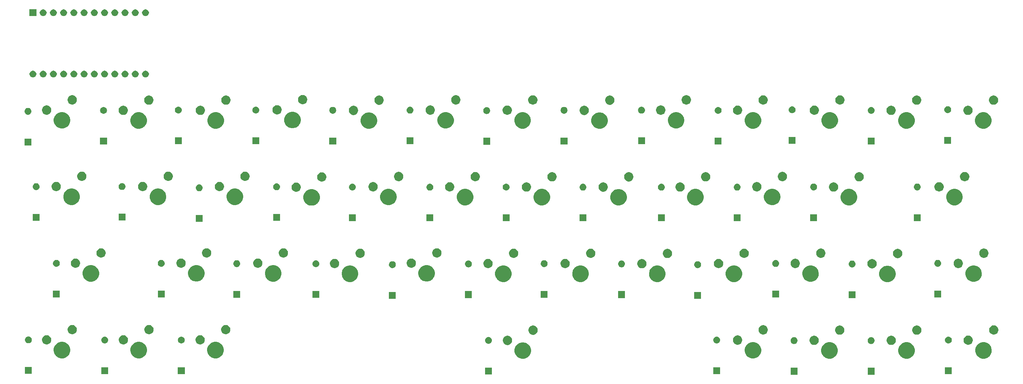
<source format=gts>
G04 #@! TF.GenerationSoftware,KiCad,Pcbnew,(5.0.2)-1*
G04 #@! TF.CreationDate,2019-01-21T23:38:19-05:00*
G04 #@! TF.ProjectId,TG4x,54473478-2e6b-4696-9361-645f70636258,rev?*
G04 #@! TF.SameCoordinates,Original*
G04 #@! TF.FileFunction,Soldermask,Top*
G04 #@! TF.FilePolarity,Negative*
%FSLAX46Y46*%
G04 Gerber Fmt 4.6, Leading zero omitted, Abs format (unit mm)*
G04 Created by KiCad (PCBNEW (5.0.2)-1) date 1/21/2019 11:38:19 PM*
%MOMM*%
%LPD*%
G01*
G04 APERTURE LIST*
%ADD10C,0.100000*%
G04 APERTURE END LIST*
D10*
G36*
X236309000Y-111595000D02*
X234607000Y-111595000D01*
X234607000Y-109893000D01*
X236309000Y-109893000D01*
X236309000Y-111595000D01*
X236309000Y-111595000D01*
G37*
G36*
X217182800Y-111595000D02*
X215480800Y-111595000D01*
X215480800Y-109893000D01*
X217182800Y-109893000D01*
X217182800Y-111595000D01*
X217182800Y-111595000D01*
G37*
G36*
X141338400Y-111544200D02*
X139636400Y-111544200D01*
X139636400Y-109842200D01*
X141338400Y-109842200D01*
X141338400Y-111544200D01*
X141338400Y-111544200D01*
G37*
G36*
X65087600Y-111468000D02*
X63385600Y-111468000D01*
X63385600Y-109766000D01*
X65087600Y-109766000D01*
X65087600Y-111468000D01*
X65087600Y-111468000D01*
G37*
G36*
X46088400Y-111468000D02*
X44386400Y-111468000D01*
X44386400Y-109766000D01*
X46088400Y-109766000D01*
X46088400Y-111468000D01*
X46088400Y-111468000D01*
G37*
G36*
X197980400Y-111468000D02*
X196278400Y-111468000D01*
X196278400Y-109766000D01*
X197980400Y-109766000D01*
X197980400Y-111468000D01*
X197980400Y-111468000D01*
G37*
G36*
X255486000Y-111468000D02*
X253784000Y-111468000D01*
X253784000Y-109766000D01*
X255486000Y-109766000D01*
X255486000Y-111468000D01*
X255486000Y-111468000D01*
G37*
G36*
X27140000Y-111417200D02*
X25438000Y-111417200D01*
X25438000Y-109715200D01*
X27140000Y-109715200D01*
X27140000Y-111417200D01*
X27140000Y-111417200D01*
G37*
G36*
X149594652Y-103641018D02*
X149594654Y-103641019D01*
X149594655Y-103641019D01*
X149967913Y-103795627D01*
X150236363Y-103975000D01*
X150303839Y-104020086D01*
X150589514Y-104305761D01*
X150589516Y-104305764D01*
X150813973Y-104641687D01*
X150915976Y-104887945D01*
X150968582Y-105014948D01*
X151047400Y-105411193D01*
X151047400Y-105815207D01*
X150973634Y-106186055D01*
X150968581Y-106211455D01*
X150813973Y-106584713D01*
X150606488Y-106895236D01*
X150589514Y-106920639D01*
X150303839Y-107206314D01*
X150303836Y-107206316D01*
X149967913Y-107430773D01*
X149594655Y-107585381D01*
X149594654Y-107585381D01*
X149594652Y-107585382D01*
X149198407Y-107664200D01*
X148794393Y-107664200D01*
X148398148Y-107585382D01*
X148398146Y-107585381D01*
X148398145Y-107585381D01*
X148024887Y-107430773D01*
X147688964Y-107206316D01*
X147688961Y-107206314D01*
X147403286Y-106920639D01*
X147386312Y-106895236D01*
X147178827Y-106584713D01*
X147024219Y-106211455D01*
X147019167Y-106186055D01*
X146945400Y-105815207D01*
X146945400Y-105411193D01*
X147024218Y-105014948D01*
X147076824Y-104887945D01*
X147178827Y-104641687D01*
X147403284Y-104305764D01*
X147403286Y-104305761D01*
X147688961Y-104020086D01*
X147756437Y-103975000D01*
X148024887Y-103795627D01*
X148398145Y-103641019D01*
X148398146Y-103641019D01*
X148398148Y-103641018D01*
X148794393Y-103562200D01*
X149198407Y-103562200D01*
X149594652Y-103641018D01*
X149594652Y-103641018D01*
G37*
G36*
X244844652Y-103615618D02*
X244844654Y-103615619D01*
X244844655Y-103615619D01*
X245217913Y-103770227D01*
X245505948Y-103962686D01*
X245553839Y-103994686D01*
X245839514Y-104280361D01*
X245839516Y-104280364D01*
X246063973Y-104616287D01*
X246176497Y-104887945D01*
X246218582Y-104989548D01*
X246297400Y-105385793D01*
X246297400Y-105789807D01*
X246223634Y-106160655D01*
X246218581Y-106186055D01*
X246063973Y-106559313D01*
X245856488Y-106869836D01*
X245839514Y-106895239D01*
X245553839Y-107180914D01*
X245553836Y-107180916D01*
X245217913Y-107405373D01*
X244844655Y-107559981D01*
X244844654Y-107559981D01*
X244844652Y-107559982D01*
X244448407Y-107638800D01*
X244044393Y-107638800D01*
X243648148Y-107559982D01*
X243648146Y-107559981D01*
X243648145Y-107559981D01*
X243274887Y-107405373D01*
X242938964Y-107180916D01*
X242938961Y-107180914D01*
X242653286Y-106895239D01*
X242636312Y-106869836D01*
X242428827Y-106559313D01*
X242274219Y-106186055D01*
X242269167Y-106160655D01*
X242195400Y-105789807D01*
X242195400Y-105385793D01*
X242274218Y-104989548D01*
X242316303Y-104887945D01*
X242428827Y-104616287D01*
X242653284Y-104280364D01*
X242653286Y-104280361D01*
X242938961Y-103994686D01*
X242986852Y-103962686D01*
X243274887Y-103770227D01*
X243648145Y-103615619D01*
X243648146Y-103615619D01*
X243648148Y-103615618D01*
X244044393Y-103536800D01*
X244448407Y-103536800D01*
X244844652Y-103615618D01*
X244844652Y-103615618D01*
G37*
G36*
X225718452Y-103615618D02*
X225718454Y-103615619D01*
X225718455Y-103615619D01*
X226091713Y-103770227D01*
X226379748Y-103962686D01*
X226427639Y-103994686D01*
X226713314Y-104280361D01*
X226713316Y-104280364D01*
X226937773Y-104616287D01*
X227050297Y-104887945D01*
X227092382Y-104989548D01*
X227171200Y-105385793D01*
X227171200Y-105789807D01*
X227097434Y-106160655D01*
X227092381Y-106186055D01*
X226937773Y-106559313D01*
X226730288Y-106869836D01*
X226713314Y-106895239D01*
X226427639Y-107180914D01*
X226427636Y-107180916D01*
X226091713Y-107405373D01*
X225718455Y-107559981D01*
X225718454Y-107559981D01*
X225718452Y-107559982D01*
X225322207Y-107638800D01*
X224918193Y-107638800D01*
X224521948Y-107559982D01*
X224521946Y-107559981D01*
X224521945Y-107559981D01*
X224148687Y-107405373D01*
X223812764Y-107180916D01*
X223812761Y-107180914D01*
X223527086Y-106895239D01*
X223510112Y-106869836D01*
X223302627Y-106559313D01*
X223148019Y-106186055D01*
X223142967Y-106160655D01*
X223069200Y-105789807D01*
X223069200Y-105385793D01*
X223148018Y-104989548D01*
X223190103Y-104887945D01*
X223302627Y-104616287D01*
X223527084Y-104280364D01*
X223527086Y-104280361D01*
X223812761Y-103994686D01*
X223860652Y-103962686D01*
X224148687Y-103770227D01*
X224521945Y-103615619D01*
X224521946Y-103615619D01*
X224521948Y-103615618D01*
X224918193Y-103536800D01*
X225322207Y-103536800D01*
X225718452Y-103615618D01*
X225718452Y-103615618D01*
G37*
G36*
X263945452Y-103590218D02*
X263945454Y-103590219D01*
X263945455Y-103590219D01*
X264318713Y-103744827D01*
X264587163Y-103924200D01*
X264654639Y-103969286D01*
X264940314Y-104254961D01*
X264940316Y-104254964D01*
X265164773Y-104590887D01*
X265287818Y-104887945D01*
X265319382Y-104964148D01*
X265398200Y-105360393D01*
X265398200Y-105764407D01*
X265324434Y-106135255D01*
X265319381Y-106160655D01*
X265164773Y-106533913D01*
X265130829Y-106584713D01*
X264940314Y-106869839D01*
X264654639Y-107155514D01*
X264654636Y-107155516D01*
X264318713Y-107379973D01*
X263945455Y-107534581D01*
X263945454Y-107534581D01*
X263945452Y-107534582D01*
X263549207Y-107613400D01*
X263145193Y-107613400D01*
X262748948Y-107534582D01*
X262748946Y-107534581D01*
X262748945Y-107534581D01*
X262375687Y-107379973D01*
X262039764Y-107155516D01*
X262039761Y-107155514D01*
X261754086Y-106869839D01*
X261563571Y-106584713D01*
X261529627Y-106533913D01*
X261375019Y-106160655D01*
X261369967Y-106135255D01*
X261296200Y-105764407D01*
X261296200Y-105360393D01*
X261375018Y-104964148D01*
X261406582Y-104887945D01*
X261529627Y-104590887D01*
X261754084Y-104254964D01*
X261754086Y-104254961D01*
X262039761Y-103969286D01*
X262107237Y-103924200D01*
X262375687Y-103744827D01*
X262748945Y-103590219D01*
X262748946Y-103590219D01*
X262748948Y-103590218D01*
X263145193Y-103511400D01*
X263549207Y-103511400D01*
X263945452Y-103590218D01*
X263945452Y-103590218D01*
G37*
G36*
X206719252Y-103564818D02*
X206719254Y-103564819D01*
X206719255Y-103564819D01*
X207092513Y-103719427D01*
X207380548Y-103911886D01*
X207428439Y-103943886D01*
X207714114Y-104229561D01*
X207714116Y-104229564D01*
X207938573Y-104565487D01*
X208072139Y-104887945D01*
X208093182Y-104938748D01*
X208172000Y-105334993D01*
X208172000Y-105739007D01*
X208103287Y-106084452D01*
X208093181Y-106135255D01*
X207938573Y-106508513D01*
X207717143Y-106839905D01*
X207714114Y-106844439D01*
X207428439Y-107130114D01*
X207428436Y-107130116D01*
X207092513Y-107354573D01*
X206719255Y-107509181D01*
X206719254Y-107509181D01*
X206719252Y-107509182D01*
X206323007Y-107588000D01*
X205918993Y-107588000D01*
X205522748Y-107509182D01*
X205522746Y-107509181D01*
X205522745Y-107509181D01*
X205149487Y-107354573D01*
X204813564Y-107130116D01*
X204813561Y-107130114D01*
X204527886Y-106844439D01*
X204524857Y-106839905D01*
X204303427Y-106508513D01*
X204148819Y-106135255D01*
X204138714Y-106084452D01*
X204070000Y-105739007D01*
X204070000Y-105334993D01*
X204148818Y-104938748D01*
X204169861Y-104887945D01*
X204303427Y-104565487D01*
X204527884Y-104229564D01*
X204527886Y-104229561D01*
X204813561Y-103943886D01*
X204861452Y-103911886D01*
X205149487Y-103719427D01*
X205522745Y-103564819D01*
X205522746Y-103564819D01*
X205522748Y-103564818D01*
X205918993Y-103486000D01*
X206323007Y-103486000D01*
X206719252Y-103564818D01*
X206719252Y-103564818D01*
G37*
G36*
X54268452Y-103514018D02*
X54268454Y-103514019D01*
X54268455Y-103514019D01*
X54641713Y-103668627D01*
X54910163Y-103848000D01*
X54977639Y-103893086D01*
X55263314Y-104178761D01*
X55263316Y-104178764D01*
X55487773Y-104514687D01*
X55642381Y-104887945D01*
X55642382Y-104887948D01*
X55721200Y-105284193D01*
X55721200Y-105688207D01*
X55700991Y-105789807D01*
X55642381Y-106084455D01*
X55487773Y-106457713D01*
X55436857Y-106533914D01*
X55263314Y-106793639D01*
X54977639Y-107079314D01*
X54977636Y-107079316D01*
X54641713Y-107303773D01*
X54268455Y-107458381D01*
X54268454Y-107458381D01*
X54268452Y-107458382D01*
X53872207Y-107537200D01*
X53468193Y-107537200D01*
X53071948Y-107458382D01*
X53071946Y-107458381D01*
X53071945Y-107458381D01*
X52698687Y-107303773D01*
X52362764Y-107079316D01*
X52362761Y-107079314D01*
X52077086Y-106793639D01*
X51903543Y-106533914D01*
X51852627Y-106457713D01*
X51698019Y-106084455D01*
X51639410Y-105789807D01*
X51619200Y-105688207D01*
X51619200Y-105284193D01*
X51698018Y-104887948D01*
X51698019Y-104887945D01*
X51852627Y-104514687D01*
X52077084Y-104178764D01*
X52077086Y-104178761D01*
X52362761Y-103893086D01*
X52430237Y-103848000D01*
X52698687Y-103668627D01*
X53071945Y-103514019D01*
X53071946Y-103514019D01*
X53071948Y-103514018D01*
X53468193Y-103435200D01*
X53872207Y-103435200D01*
X54268452Y-103514018D01*
X54268452Y-103514018D01*
G37*
G36*
X73318452Y-103514018D02*
X73318454Y-103514019D01*
X73318455Y-103514019D01*
X73691713Y-103668627D01*
X73960163Y-103848000D01*
X74027639Y-103893086D01*
X74313314Y-104178761D01*
X74313316Y-104178764D01*
X74537773Y-104514687D01*
X74692381Y-104887945D01*
X74692382Y-104887948D01*
X74771200Y-105284193D01*
X74771200Y-105688207D01*
X74750991Y-105789807D01*
X74692381Y-106084455D01*
X74537773Y-106457713D01*
X74486857Y-106533914D01*
X74313314Y-106793639D01*
X74027639Y-107079314D01*
X74027636Y-107079316D01*
X73691713Y-107303773D01*
X73318455Y-107458381D01*
X73318454Y-107458381D01*
X73318452Y-107458382D01*
X72922207Y-107537200D01*
X72518193Y-107537200D01*
X72121948Y-107458382D01*
X72121946Y-107458381D01*
X72121945Y-107458381D01*
X71748687Y-107303773D01*
X71412764Y-107079316D01*
X71412761Y-107079314D01*
X71127086Y-106793639D01*
X70953543Y-106533914D01*
X70902627Y-106457713D01*
X70748019Y-106084455D01*
X70689410Y-105789807D01*
X70669200Y-105688207D01*
X70669200Y-105284193D01*
X70748018Y-104887948D01*
X70748019Y-104887945D01*
X70902627Y-104514687D01*
X71127084Y-104178764D01*
X71127086Y-104178761D01*
X71412761Y-103893086D01*
X71480237Y-103848000D01*
X71748687Y-103668627D01*
X72121945Y-103514019D01*
X72121946Y-103514019D01*
X72121948Y-103514018D01*
X72518193Y-103435200D01*
X72922207Y-103435200D01*
X73318452Y-103514018D01*
X73318452Y-103514018D01*
G37*
G36*
X35218452Y-103514018D02*
X35218454Y-103514019D01*
X35218455Y-103514019D01*
X35591713Y-103668627D01*
X35860163Y-103848000D01*
X35927639Y-103893086D01*
X36213314Y-104178761D01*
X36213316Y-104178764D01*
X36437773Y-104514687D01*
X36592381Y-104887945D01*
X36592382Y-104887948D01*
X36671200Y-105284193D01*
X36671200Y-105688207D01*
X36650991Y-105789807D01*
X36592381Y-106084455D01*
X36437773Y-106457713D01*
X36386857Y-106533914D01*
X36213314Y-106793639D01*
X35927639Y-107079314D01*
X35927636Y-107079316D01*
X35591713Y-107303773D01*
X35218455Y-107458381D01*
X35218454Y-107458381D01*
X35218452Y-107458382D01*
X34822207Y-107537200D01*
X34418193Y-107537200D01*
X34021948Y-107458382D01*
X34021946Y-107458381D01*
X34021945Y-107458381D01*
X33648687Y-107303773D01*
X33312764Y-107079316D01*
X33312761Y-107079314D01*
X33027086Y-106793639D01*
X32853543Y-106533914D01*
X32802627Y-106457713D01*
X32648019Y-106084455D01*
X32589410Y-105789807D01*
X32569200Y-105688207D01*
X32569200Y-105284193D01*
X32648018Y-104887948D01*
X32648019Y-104887945D01*
X32802627Y-104514687D01*
X33027084Y-104178764D01*
X33027086Y-104178761D01*
X33312761Y-103893086D01*
X33380237Y-103848000D01*
X33648687Y-103668627D01*
X34021945Y-103514019D01*
X34021946Y-103514019D01*
X34021948Y-103514018D01*
X34418193Y-103435200D01*
X34822207Y-103435200D01*
X35218452Y-103514018D01*
X35218452Y-103514018D01*
G37*
G36*
X145522134Y-101966432D02*
X145731602Y-102053196D01*
X145920123Y-102179162D01*
X146080438Y-102339477D01*
X146206404Y-102527998D01*
X146293168Y-102737466D01*
X146337400Y-102959835D01*
X146337400Y-103186565D01*
X146293168Y-103408934D01*
X146206404Y-103618402D01*
X146080438Y-103806923D01*
X145920123Y-103967238D01*
X145731602Y-104093204D01*
X145522134Y-104179968D01*
X145299765Y-104224200D01*
X145073035Y-104224200D01*
X144850666Y-104179968D01*
X144641198Y-104093204D01*
X144452677Y-103967238D01*
X144292362Y-103806923D01*
X144166396Y-103618402D01*
X144079632Y-103408934D01*
X144035400Y-103186565D01*
X144035400Y-102959835D01*
X144079632Y-102737466D01*
X144166396Y-102527998D01*
X144292362Y-102339477D01*
X144452677Y-102179162D01*
X144641198Y-102053196D01*
X144850666Y-101966432D01*
X145073035Y-101922200D01*
X145299765Y-101922200D01*
X145522134Y-101966432D01*
X145522134Y-101966432D01*
G37*
G36*
X240772134Y-101941032D02*
X240981602Y-102027796D01*
X241170123Y-102153762D01*
X241330438Y-102314077D01*
X241456404Y-102502598D01*
X241543168Y-102712066D01*
X241587400Y-102934435D01*
X241587400Y-103161165D01*
X241543168Y-103383534D01*
X241456404Y-103593002D01*
X241330438Y-103781523D01*
X241170123Y-103941838D01*
X240981602Y-104067804D01*
X240772134Y-104154568D01*
X240549765Y-104198800D01*
X240323035Y-104198800D01*
X240100666Y-104154568D01*
X239891198Y-104067804D01*
X239702677Y-103941838D01*
X239542362Y-103781523D01*
X239416396Y-103593002D01*
X239329632Y-103383534D01*
X239285400Y-103161165D01*
X239285400Y-102934435D01*
X239329632Y-102712066D01*
X239416396Y-102502598D01*
X239542362Y-102314077D01*
X239702677Y-102153762D01*
X239891198Y-102027796D01*
X240100666Y-101941032D01*
X240323035Y-101896800D01*
X240549765Y-101896800D01*
X240772134Y-101941032D01*
X240772134Y-101941032D01*
G37*
G36*
X221645934Y-101941032D02*
X221855402Y-102027796D01*
X222043923Y-102153762D01*
X222204238Y-102314077D01*
X222330204Y-102502598D01*
X222416968Y-102712066D01*
X222461200Y-102934435D01*
X222461200Y-103161165D01*
X222416968Y-103383534D01*
X222330204Y-103593002D01*
X222204238Y-103781523D01*
X222043923Y-103941838D01*
X221855402Y-104067804D01*
X221645934Y-104154568D01*
X221423565Y-104198800D01*
X221196835Y-104198800D01*
X220974466Y-104154568D01*
X220764998Y-104067804D01*
X220576477Y-103941838D01*
X220416162Y-103781523D01*
X220290196Y-103593002D01*
X220203432Y-103383534D01*
X220159200Y-103161165D01*
X220159200Y-102934435D01*
X220203432Y-102712066D01*
X220290196Y-102502598D01*
X220416162Y-102314077D01*
X220576477Y-102153762D01*
X220764998Y-102027796D01*
X220974466Y-101941032D01*
X221196835Y-101896800D01*
X221423565Y-101896800D01*
X221645934Y-101941032D01*
X221645934Y-101941032D01*
G37*
G36*
X259872934Y-101915632D02*
X260082402Y-102002396D01*
X260270923Y-102128362D01*
X260431238Y-102288677D01*
X260557204Y-102477198D01*
X260643968Y-102686666D01*
X260688200Y-102909035D01*
X260688200Y-103135765D01*
X260643968Y-103358134D01*
X260557204Y-103567602D01*
X260431238Y-103756123D01*
X260270923Y-103916438D01*
X260082402Y-104042404D01*
X259872934Y-104129168D01*
X259650565Y-104173400D01*
X259423835Y-104173400D01*
X259201466Y-104129168D01*
X258991998Y-104042404D01*
X258803477Y-103916438D01*
X258643162Y-103756123D01*
X258517196Y-103567602D01*
X258430432Y-103358134D01*
X258386200Y-103135765D01*
X258386200Y-102909035D01*
X258430432Y-102686666D01*
X258517196Y-102477198D01*
X258643162Y-102288677D01*
X258803477Y-102128362D01*
X258991998Y-102002396D01*
X259201466Y-101915632D01*
X259423835Y-101871400D01*
X259650565Y-101871400D01*
X259872934Y-101915632D01*
X259872934Y-101915632D01*
G37*
G36*
X202646734Y-101890232D02*
X202856202Y-101976996D01*
X203044723Y-102102962D01*
X203205038Y-102263277D01*
X203331004Y-102451798D01*
X203417768Y-102661266D01*
X203462000Y-102883635D01*
X203462000Y-103110365D01*
X203417768Y-103332734D01*
X203331004Y-103542202D01*
X203205038Y-103730723D01*
X203044723Y-103891038D01*
X202856202Y-104017004D01*
X202646734Y-104103768D01*
X202424365Y-104148000D01*
X202197635Y-104148000D01*
X201975266Y-104103768D01*
X201765798Y-104017004D01*
X201577277Y-103891038D01*
X201416962Y-103730723D01*
X201290996Y-103542202D01*
X201204232Y-103332734D01*
X201160000Y-103110365D01*
X201160000Y-102883635D01*
X201204232Y-102661266D01*
X201290996Y-102451798D01*
X201416962Y-102263277D01*
X201577277Y-102102962D01*
X201765798Y-101976996D01*
X201975266Y-101890232D01*
X202197635Y-101846000D01*
X202424365Y-101846000D01*
X202646734Y-101890232D01*
X202646734Y-101890232D01*
G37*
G36*
X50195934Y-101839432D02*
X50405402Y-101926196D01*
X50593923Y-102052162D01*
X50754238Y-102212477D01*
X50880204Y-102400998D01*
X50966968Y-102610466D01*
X51011200Y-102832835D01*
X51011200Y-103059565D01*
X50966968Y-103281934D01*
X50880204Y-103491402D01*
X50754238Y-103679923D01*
X50593923Y-103840238D01*
X50405402Y-103966204D01*
X50195934Y-104052968D01*
X49973565Y-104097200D01*
X49746835Y-104097200D01*
X49524466Y-104052968D01*
X49314998Y-103966204D01*
X49126477Y-103840238D01*
X48966162Y-103679923D01*
X48840196Y-103491402D01*
X48753432Y-103281934D01*
X48709200Y-103059565D01*
X48709200Y-102832835D01*
X48753432Y-102610466D01*
X48840196Y-102400998D01*
X48966162Y-102212477D01*
X49126477Y-102052162D01*
X49314998Y-101926196D01*
X49524466Y-101839432D01*
X49746835Y-101795200D01*
X49973565Y-101795200D01*
X50195934Y-101839432D01*
X50195934Y-101839432D01*
G37*
G36*
X31145934Y-101839432D02*
X31355402Y-101926196D01*
X31543923Y-102052162D01*
X31704238Y-102212477D01*
X31830204Y-102400998D01*
X31916968Y-102610466D01*
X31961200Y-102832835D01*
X31961200Y-103059565D01*
X31916968Y-103281934D01*
X31830204Y-103491402D01*
X31704238Y-103679923D01*
X31543923Y-103840238D01*
X31355402Y-103966204D01*
X31145934Y-104052968D01*
X30923565Y-104097200D01*
X30696835Y-104097200D01*
X30474466Y-104052968D01*
X30264998Y-103966204D01*
X30076477Y-103840238D01*
X29916162Y-103679923D01*
X29790196Y-103491402D01*
X29703432Y-103281934D01*
X29659200Y-103059565D01*
X29659200Y-102832835D01*
X29703432Y-102610466D01*
X29790196Y-102400998D01*
X29916162Y-102212477D01*
X30076477Y-102052162D01*
X30264998Y-101926196D01*
X30474466Y-101839432D01*
X30696835Y-101795200D01*
X30923565Y-101795200D01*
X31145934Y-101839432D01*
X31145934Y-101839432D01*
G37*
G36*
X69245934Y-101839432D02*
X69455402Y-101926196D01*
X69643923Y-102052162D01*
X69804238Y-102212477D01*
X69930204Y-102400998D01*
X70016968Y-102610466D01*
X70061200Y-102832835D01*
X70061200Y-103059565D01*
X70016968Y-103281934D01*
X69930204Y-103491402D01*
X69804238Y-103679923D01*
X69643923Y-103840238D01*
X69455402Y-103966204D01*
X69245934Y-104052968D01*
X69023565Y-104097200D01*
X68796835Y-104097200D01*
X68574466Y-104052968D01*
X68364998Y-103966204D01*
X68176477Y-103840238D01*
X68016162Y-103679923D01*
X67890196Y-103491402D01*
X67803432Y-103281934D01*
X67759200Y-103059565D01*
X67759200Y-102832835D01*
X67803432Y-102610466D01*
X67890196Y-102400998D01*
X68016162Y-102212477D01*
X68176477Y-102052162D01*
X68364998Y-101926196D01*
X68574466Y-101839432D01*
X68796835Y-101795200D01*
X69023565Y-101795200D01*
X69245934Y-101839432D01*
X69245934Y-101839432D01*
G37*
G36*
X216498621Y-102285313D02*
X216498624Y-102285314D01*
X216498625Y-102285314D01*
X216659039Y-102333975D01*
X216659041Y-102333976D01*
X216659044Y-102333977D01*
X216806878Y-102412995D01*
X216936459Y-102519341D01*
X217042805Y-102648922D01*
X217121823Y-102796756D01*
X217121824Y-102796759D01*
X217121825Y-102796761D01*
X217132768Y-102832836D01*
X217170487Y-102957179D01*
X217186917Y-103124000D01*
X217170487Y-103290821D01*
X217170486Y-103290824D01*
X217170486Y-103290825D01*
X217130914Y-103421278D01*
X217121823Y-103451244D01*
X217042805Y-103599078D01*
X216936459Y-103728659D01*
X216806878Y-103835005D01*
X216659044Y-103914023D01*
X216659041Y-103914024D01*
X216659039Y-103914025D01*
X216498625Y-103962686D01*
X216498624Y-103962686D01*
X216498621Y-103962687D01*
X216373604Y-103975000D01*
X216289996Y-103975000D01*
X216164979Y-103962687D01*
X216164976Y-103962686D01*
X216164975Y-103962686D01*
X216004561Y-103914025D01*
X216004559Y-103914024D01*
X216004556Y-103914023D01*
X215856722Y-103835005D01*
X215727141Y-103728659D01*
X215620795Y-103599078D01*
X215541777Y-103451244D01*
X215532687Y-103421278D01*
X215493114Y-103290825D01*
X215493114Y-103290824D01*
X215493113Y-103290821D01*
X215476683Y-103124000D01*
X215493113Y-102957179D01*
X215530832Y-102832836D01*
X215541775Y-102796761D01*
X215541776Y-102796759D01*
X215541777Y-102796756D01*
X215620795Y-102648922D01*
X215727141Y-102519341D01*
X215856722Y-102412995D01*
X216004556Y-102333977D01*
X216004559Y-102333976D01*
X216004561Y-102333975D01*
X216164975Y-102285314D01*
X216164976Y-102285314D01*
X216164979Y-102285313D01*
X216289996Y-102273000D01*
X216373604Y-102273000D01*
X216498621Y-102285313D01*
X216498621Y-102285313D01*
G37*
G36*
X235624821Y-102285313D02*
X235624824Y-102285314D01*
X235624825Y-102285314D01*
X235785239Y-102333975D01*
X235785241Y-102333976D01*
X235785244Y-102333977D01*
X235933078Y-102412995D01*
X236062659Y-102519341D01*
X236169005Y-102648922D01*
X236248023Y-102796756D01*
X236248024Y-102796759D01*
X236248025Y-102796761D01*
X236258968Y-102832836D01*
X236296687Y-102957179D01*
X236313117Y-103124000D01*
X236296687Y-103290821D01*
X236296686Y-103290824D01*
X236296686Y-103290825D01*
X236257114Y-103421278D01*
X236248023Y-103451244D01*
X236169005Y-103599078D01*
X236062659Y-103728659D01*
X235933078Y-103835005D01*
X235785244Y-103914023D01*
X235785241Y-103914024D01*
X235785239Y-103914025D01*
X235624825Y-103962686D01*
X235624824Y-103962686D01*
X235624821Y-103962687D01*
X235499804Y-103975000D01*
X235416196Y-103975000D01*
X235291179Y-103962687D01*
X235291176Y-103962686D01*
X235291175Y-103962686D01*
X235130761Y-103914025D01*
X235130759Y-103914024D01*
X235130756Y-103914023D01*
X234982922Y-103835005D01*
X234853341Y-103728659D01*
X234746995Y-103599078D01*
X234667977Y-103451244D01*
X234658887Y-103421278D01*
X234619314Y-103290825D01*
X234619314Y-103290824D01*
X234619313Y-103290821D01*
X234602883Y-103124000D01*
X234619313Y-102957179D01*
X234657032Y-102832836D01*
X234667975Y-102796761D01*
X234667976Y-102796759D01*
X234667977Y-102796756D01*
X234746995Y-102648922D01*
X234853341Y-102519341D01*
X234982922Y-102412995D01*
X235130756Y-102333977D01*
X235130759Y-102333976D01*
X235130761Y-102333975D01*
X235291175Y-102285314D01*
X235291176Y-102285314D01*
X235291179Y-102285313D01*
X235416196Y-102273000D01*
X235499804Y-102273000D01*
X235624821Y-102285313D01*
X235624821Y-102285313D01*
G37*
G36*
X140654221Y-102234513D02*
X140654224Y-102234514D01*
X140654225Y-102234514D01*
X140814639Y-102283175D01*
X140814641Y-102283176D01*
X140814644Y-102283177D01*
X140962478Y-102362195D01*
X141092059Y-102468541D01*
X141198405Y-102598122D01*
X141277423Y-102745956D01*
X141326087Y-102906379D01*
X141342517Y-103073200D01*
X141326087Y-103240021D01*
X141277423Y-103400444D01*
X141198405Y-103548278D01*
X141092059Y-103677859D01*
X140962478Y-103784205D01*
X140814644Y-103863223D01*
X140814641Y-103863224D01*
X140814639Y-103863225D01*
X140654225Y-103911886D01*
X140654224Y-103911886D01*
X140654221Y-103911887D01*
X140529204Y-103924200D01*
X140445596Y-103924200D01*
X140320579Y-103911887D01*
X140320576Y-103911886D01*
X140320575Y-103911886D01*
X140160161Y-103863225D01*
X140160159Y-103863224D01*
X140160156Y-103863223D01*
X140012322Y-103784205D01*
X139882741Y-103677859D01*
X139776395Y-103548278D01*
X139697377Y-103400444D01*
X139648713Y-103240021D01*
X139632283Y-103073200D01*
X139648713Y-102906379D01*
X139697377Y-102745956D01*
X139776395Y-102598122D01*
X139882741Y-102468541D01*
X140012322Y-102362195D01*
X140160156Y-102283177D01*
X140160159Y-102283176D01*
X140160161Y-102283175D01*
X140320575Y-102234514D01*
X140320576Y-102234514D01*
X140320579Y-102234513D01*
X140445596Y-102222200D01*
X140529204Y-102222200D01*
X140654221Y-102234513D01*
X140654221Y-102234513D01*
G37*
G36*
X45404221Y-102158313D02*
X45404224Y-102158314D01*
X45404225Y-102158314D01*
X45564639Y-102206975D01*
X45564641Y-102206976D01*
X45564644Y-102206977D01*
X45712478Y-102285995D01*
X45842059Y-102392341D01*
X45948405Y-102521922D01*
X46027423Y-102669756D01*
X46076087Y-102830179D01*
X46092517Y-102997000D01*
X46076087Y-103163821D01*
X46027423Y-103324244D01*
X45948405Y-103472078D01*
X45842059Y-103601659D01*
X45712478Y-103708005D01*
X45564644Y-103787023D01*
X45564641Y-103787024D01*
X45564639Y-103787025D01*
X45404225Y-103835686D01*
X45404224Y-103835686D01*
X45404221Y-103835687D01*
X45279204Y-103848000D01*
X45195596Y-103848000D01*
X45070579Y-103835687D01*
X45070576Y-103835686D01*
X45070575Y-103835686D01*
X44910161Y-103787025D01*
X44910159Y-103787024D01*
X44910156Y-103787023D01*
X44762322Y-103708005D01*
X44632741Y-103601659D01*
X44526395Y-103472078D01*
X44447377Y-103324244D01*
X44398713Y-103163821D01*
X44382283Y-102997000D01*
X44398713Y-102830179D01*
X44447377Y-102669756D01*
X44526395Y-102521922D01*
X44632741Y-102392341D01*
X44762322Y-102285995D01*
X44910156Y-102206977D01*
X44910159Y-102206976D01*
X44910161Y-102206975D01*
X45070575Y-102158314D01*
X45070576Y-102158314D01*
X45070579Y-102158313D01*
X45195596Y-102146000D01*
X45279204Y-102146000D01*
X45404221Y-102158313D01*
X45404221Y-102158313D01*
G37*
G36*
X197296221Y-102158313D02*
X197296224Y-102158314D01*
X197296225Y-102158314D01*
X197456639Y-102206975D01*
X197456641Y-102206976D01*
X197456644Y-102206977D01*
X197604478Y-102285995D01*
X197734059Y-102392341D01*
X197840405Y-102521922D01*
X197919423Y-102669756D01*
X197968087Y-102830179D01*
X197984517Y-102997000D01*
X197968087Y-103163821D01*
X197919423Y-103324244D01*
X197840405Y-103472078D01*
X197734059Y-103601659D01*
X197604478Y-103708005D01*
X197456644Y-103787023D01*
X197456641Y-103787024D01*
X197456639Y-103787025D01*
X197296225Y-103835686D01*
X197296224Y-103835686D01*
X197296221Y-103835687D01*
X197171204Y-103848000D01*
X197087596Y-103848000D01*
X196962579Y-103835687D01*
X196962576Y-103835686D01*
X196962575Y-103835686D01*
X196802161Y-103787025D01*
X196802159Y-103787024D01*
X196802156Y-103787023D01*
X196654322Y-103708005D01*
X196524741Y-103601659D01*
X196418395Y-103472078D01*
X196339377Y-103324244D01*
X196290713Y-103163821D01*
X196274283Y-102997000D01*
X196290713Y-102830179D01*
X196339377Y-102669756D01*
X196418395Y-102521922D01*
X196524741Y-102392341D01*
X196654322Y-102285995D01*
X196802156Y-102206977D01*
X196802159Y-102206976D01*
X196802161Y-102206975D01*
X196962575Y-102158314D01*
X196962576Y-102158314D01*
X196962579Y-102158313D01*
X197087596Y-102146000D01*
X197171204Y-102146000D01*
X197296221Y-102158313D01*
X197296221Y-102158313D01*
G37*
G36*
X64403421Y-102158313D02*
X64403424Y-102158314D01*
X64403425Y-102158314D01*
X64563839Y-102206975D01*
X64563841Y-102206976D01*
X64563844Y-102206977D01*
X64711678Y-102285995D01*
X64841259Y-102392341D01*
X64947605Y-102521922D01*
X65026623Y-102669756D01*
X65075287Y-102830179D01*
X65091717Y-102997000D01*
X65075287Y-103163821D01*
X65026623Y-103324244D01*
X64947605Y-103472078D01*
X64841259Y-103601659D01*
X64711678Y-103708005D01*
X64563844Y-103787023D01*
X64563841Y-103787024D01*
X64563839Y-103787025D01*
X64403425Y-103835686D01*
X64403424Y-103835686D01*
X64403421Y-103835687D01*
X64278404Y-103848000D01*
X64194796Y-103848000D01*
X64069779Y-103835687D01*
X64069776Y-103835686D01*
X64069775Y-103835686D01*
X63909361Y-103787025D01*
X63909359Y-103787024D01*
X63909356Y-103787023D01*
X63761522Y-103708005D01*
X63631941Y-103601659D01*
X63525595Y-103472078D01*
X63446577Y-103324244D01*
X63397913Y-103163821D01*
X63381483Y-102997000D01*
X63397913Y-102830179D01*
X63446577Y-102669756D01*
X63525595Y-102521922D01*
X63631941Y-102392341D01*
X63761522Y-102285995D01*
X63909356Y-102206977D01*
X63909359Y-102206976D01*
X63909361Y-102206975D01*
X64069775Y-102158314D01*
X64069776Y-102158314D01*
X64069779Y-102158313D01*
X64194796Y-102146000D01*
X64278404Y-102146000D01*
X64403421Y-102158313D01*
X64403421Y-102158313D01*
G37*
G36*
X254801821Y-102158313D02*
X254801824Y-102158314D01*
X254801825Y-102158314D01*
X254962239Y-102206975D01*
X254962241Y-102206976D01*
X254962244Y-102206977D01*
X255110078Y-102285995D01*
X255239659Y-102392341D01*
X255346005Y-102521922D01*
X255425023Y-102669756D01*
X255473687Y-102830179D01*
X255490117Y-102997000D01*
X255473687Y-103163821D01*
X255425023Y-103324244D01*
X255346005Y-103472078D01*
X255239659Y-103601659D01*
X255110078Y-103708005D01*
X254962244Y-103787023D01*
X254962241Y-103787024D01*
X254962239Y-103787025D01*
X254801825Y-103835686D01*
X254801824Y-103835686D01*
X254801821Y-103835687D01*
X254676804Y-103848000D01*
X254593196Y-103848000D01*
X254468179Y-103835687D01*
X254468176Y-103835686D01*
X254468175Y-103835686D01*
X254307761Y-103787025D01*
X254307759Y-103787024D01*
X254307756Y-103787023D01*
X254159922Y-103708005D01*
X254030341Y-103601659D01*
X253923995Y-103472078D01*
X253844977Y-103324244D01*
X253796313Y-103163821D01*
X253779883Y-102997000D01*
X253796313Y-102830179D01*
X253844977Y-102669756D01*
X253923995Y-102521922D01*
X254030341Y-102392341D01*
X254159922Y-102285995D01*
X254307756Y-102206977D01*
X254307759Y-102206976D01*
X254307761Y-102206975D01*
X254468175Y-102158314D01*
X254468176Y-102158314D01*
X254468179Y-102158313D01*
X254593196Y-102146000D01*
X254676804Y-102146000D01*
X254801821Y-102158313D01*
X254801821Y-102158313D01*
G37*
G36*
X26455821Y-102107513D02*
X26455824Y-102107514D01*
X26455825Y-102107514D01*
X26616239Y-102156175D01*
X26616241Y-102156176D01*
X26616244Y-102156177D01*
X26764078Y-102235195D01*
X26893659Y-102341541D01*
X27000005Y-102471122D01*
X27079023Y-102618956D01*
X27079024Y-102618959D01*
X27079025Y-102618961D01*
X27091858Y-102661266D01*
X27127687Y-102779379D01*
X27144117Y-102946200D01*
X27127687Y-103113021D01*
X27079023Y-103273444D01*
X27000005Y-103421278D01*
X26893659Y-103550859D01*
X26764078Y-103657205D01*
X26616244Y-103736223D01*
X26616241Y-103736224D01*
X26616239Y-103736225D01*
X26455825Y-103784886D01*
X26455824Y-103784886D01*
X26455821Y-103784887D01*
X26330804Y-103797200D01*
X26247196Y-103797200D01*
X26122179Y-103784887D01*
X26122176Y-103784886D01*
X26122175Y-103784886D01*
X25961761Y-103736225D01*
X25961759Y-103736224D01*
X25961756Y-103736223D01*
X25813922Y-103657205D01*
X25684341Y-103550859D01*
X25577995Y-103421278D01*
X25498977Y-103273444D01*
X25450313Y-103113021D01*
X25433883Y-102946200D01*
X25450313Y-102779379D01*
X25486142Y-102661266D01*
X25498975Y-102618961D01*
X25498976Y-102618959D01*
X25498977Y-102618956D01*
X25577995Y-102471122D01*
X25684341Y-102341541D01*
X25813922Y-102235195D01*
X25961756Y-102156177D01*
X25961759Y-102156176D01*
X25961761Y-102156175D01*
X26122175Y-102107514D01*
X26122176Y-102107514D01*
X26122179Y-102107513D01*
X26247196Y-102095200D01*
X26330804Y-102095200D01*
X26455821Y-102107513D01*
X26455821Y-102107513D01*
G37*
G36*
X151872134Y-99426432D02*
X152081602Y-99513196D01*
X152270123Y-99639162D01*
X152430438Y-99799477D01*
X152556404Y-99987998D01*
X152643168Y-100197466D01*
X152687400Y-100419835D01*
X152687400Y-100646565D01*
X152643168Y-100868934D01*
X152556404Y-101078402D01*
X152430438Y-101266923D01*
X152270123Y-101427238D01*
X152081602Y-101553204D01*
X151872134Y-101639968D01*
X151649765Y-101684200D01*
X151423035Y-101684200D01*
X151200666Y-101639968D01*
X150991198Y-101553204D01*
X150802677Y-101427238D01*
X150642362Y-101266923D01*
X150516396Y-101078402D01*
X150429632Y-100868934D01*
X150385400Y-100646565D01*
X150385400Y-100419835D01*
X150429632Y-100197466D01*
X150516396Y-99987998D01*
X150642362Y-99799477D01*
X150802677Y-99639162D01*
X150991198Y-99513196D01*
X151200666Y-99426432D01*
X151423035Y-99382200D01*
X151649765Y-99382200D01*
X151872134Y-99426432D01*
X151872134Y-99426432D01*
G37*
G36*
X227995934Y-99401032D02*
X228205402Y-99487796D01*
X228393923Y-99613762D01*
X228554238Y-99774077D01*
X228680204Y-99962598D01*
X228766968Y-100172066D01*
X228811200Y-100394435D01*
X228811200Y-100621165D01*
X228766968Y-100843534D01*
X228680204Y-101053002D01*
X228554238Y-101241523D01*
X228393923Y-101401838D01*
X228205402Y-101527804D01*
X227995934Y-101614568D01*
X227773565Y-101658800D01*
X227546835Y-101658800D01*
X227324466Y-101614568D01*
X227114998Y-101527804D01*
X226926477Y-101401838D01*
X226766162Y-101241523D01*
X226640196Y-101053002D01*
X226553432Y-100843534D01*
X226509200Y-100621165D01*
X226509200Y-100394435D01*
X226553432Y-100172066D01*
X226640196Y-99962598D01*
X226766162Y-99774077D01*
X226926477Y-99613762D01*
X227114998Y-99487796D01*
X227324466Y-99401032D01*
X227546835Y-99356800D01*
X227773565Y-99356800D01*
X227995934Y-99401032D01*
X227995934Y-99401032D01*
G37*
G36*
X247122134Y-99401032D02*
X247331602Y-99487796D01*
X247520123Y-99613762D01*
X247680438Y-99774077D01*
X247806404Y-99962598D01*
X247893168Y-100172066D01*
X247937400Y-100394435D01*
X247937400Y-100621165D01*
X247893168Y-100843534D01*
X247806404Y-101053002D01*
X247680438Y-101241523D01*
X247520123Y-101401838D01*
X247331602Y-101527804D01*
X247122134Y-101614568D01*
X246899765Y-101658800D01*
X246673035Y-101658800D01*
X246450666Y-101614568D01*
X246241198Y-101527804D01*
X246052677Y-101401838D01*
X245892362Y-101241523D01*
X245766396Y-101053002D01*
X245679632Y-100843534D01*
X245635400Y-100621165D01*
X245635400Y-100394435D01*
X245679632Y-100172066D01*
X245766396Y-99962598D01*
X245892362Y-99774077D01*
X246052677Y-99613762D01*
X246241198Y-99487796D01*
X246450666Y-99401032D01*
X246673035Y-99356800D01*
X246899765Y-99356800D01*
X247122134Y-99401032D01*
X247122134Y-99401032D01*
G37*
G36*
X266222934Y-99375632D02*
X266432402Y-99462396D01*
X266620923Y-99588362D01*
X266781238Y-99748677D01*
X266907204Y-99937198D01*
X266993968Y-100146666D01*
X267038200Y-100369035D01*
X267038200Y-100595765D01*
X266993968Y-100818134D01*
X266907204Y-101027602D01*
X266781238Y-101216123D01*
X266620923Y-101376438D01*
X266432402Y-101502404D01*
X266222934Y-101589168D01*
X266000565Y-101633400D01*
X265773835Y-101633400D01*
X265551466Y-101589168D01*
X265341998Y-101502404D01*
X265153477Y-101376438D01*
X264993162Y-101216123D01*
X264867196Y-101027602D01*
X264780432Y-100818134D01*
X264736200Y-100595765D01*
X264736200Y-100369035D01*
X264780432Y-100146666D01*
X264867196Y-99937198D01*
X264993162Y-99748677D01*
X265153477Y-99588362D01*
X265341998Y-99462396D01*
X265551466Y-99375632D01*
X265773835Y-99331400D01*
X266000565Y-99331400D01*
X266222934Y-99375632D01*
X266222934Y-99375632D01*
G37*
G36*
X208996734Y-99350232D02*
X209206202Y-99436996D01*
X209394723Y-99562962D01*
X209555038Y-99723277D01*
X209681004Y-99911798D01*
X209767768Y-100121266D01*
X209812000Y-100343635D01*
X209812000Y-100570365D01*
X209767768Y-100792734D01*
X209681004Y-101002202D01*
X209555038Y-101190723D01*
X209394723Y-101351038D01*
X209206202Y-101477004D01*
X208996734Y-101563768D01*
X208774365Y-101608000D01*
X208547635Y-101608000D01*
X208325266Y-101563768D01*
X208115798Y-101477004D01*
X207927277Y-101351038D01*
X207766962Y-101190723D01*
X207640996Y-101002202D01*
X207554232Y-100792734D01*
X207510000Y-100570365D01*
X207510000Y-100343635D01*
X207554232Y-100121266D01*
X207640996Y-99911798D01*
X207766962Y-99723277D01*
X207927277Y-99562962D01*
X208115798Y-99436996D01*
X208325266Y-99350232D01*
X208547635Y-99306000D01*
X208774365Y-99306000D01*
X208996734Y-99350232D01*
X208996734Y-99350232D01*
G37*
G36*
X75595934Y-99299432D02*
X75805402Y-99386196D01*
X75993923Y-99512162D01*
X76154238Y-99672477D01*
X76280204Y-99860998D01*
X76366968Y-100070466D01*
X76411200Y-100292835D01*
X76411200Y-100519565D01*
X76366968Y-100741934D01*
X76280204Y-100951402D01*
X76154238Y-101139923D01*
X75993923Y-101300238D01*
X75805402Y-101426204D01*
X75595934Y-101512968D01*
X75373565Y-101557200D01*
X75146835Y-101557200D01*
X74924466Y-101512968D01*
X74714998Y-101426204D01*
X74526477Y-101300238D01*
X74366162Y-101139923D01*
X74240196Y-100951402D01*
X74153432Y-100741934D01*
X74109200Y-100519565D01*
X74109200Y-100292835D01*
X74153432Y-100070466D01*
X74240196Y-99860998D01*
X74366162Y-99672477D01*
X74526477Y-99512162D01*
X74714998Y-99386196D01*
X74924466Y-99299432D01*
X75146835Y-99255200D01*
X75373565Y-99255200D01*
X75595934Y-99299432D01*
X75595934Y-99299432D01*
G37*
G36*
X56545934Y-99299432D02*
X56755402Y-99386196D01*
X56943923Y-99512162D01*
X57104238Y-99672477D01*
X57230204Y-99860998D01*
X57316968Y-100070466D01*
X57361200Y-100292835D01*
X57361200Y-100519565D01*
X57316968Y-100741934D01*
X57230204Y-100951402D01*
X57104238Y-101139923D01*
X56943923Y-101300238D01*
X56755402Y-101426204D01*
X56545934Y-101512968D01*
X56323565Y-101557200D01*
X56096835Y-101557200D01*
X55874466Y-101512968D01*
X55664998Y-101426204D01*
X55476477Y-101300238D01*
X55316162Y-101139923D01*
X55190196Y-100951402D01*
X55103432Y-100741934D01*
X55059200Y-100519565D01*
X55059200Y-100292835D01*
X55103432Y-100070466D01*
X55190196Y-99860998D01*
X55316162Y-99672477D01*
X55476477Y-99512162D01*
X55664998Y-99386196D01*
X55874466Y-99299432D01*
X56096835Y-99255200D01*
X56323565Y-99255200D01*
X56545934Y-99299432D01*
X56545934Y-99299432D01*
G37*
G36*
X37495934Y-99299432D02*
X37705402Y-99386196D01*
X37893923Y-99512162D01*
X38054238Y-99672477D01*
X38180204Y-99860998D01*
X38266968Y-100070466D01*
X38311200Y-100292835D01*
X38311200Y-100519565D01*
X38266968Y-100741934D01*
X38180204Y-100951402D01*
X38054238Y-101139923D01*
X37893923Y-101300238D01*
X37705402Y-101426204D01*
X37495934Y-101512968D01*
X37273565Y-101557200D01*
X37046835Y-101557200D01*
X36824466Y-101512968D01*
X36614998Y-101426204D01*
X36426477Y-101300238D01*
X36266162Y-101139923D01*
X36140196Y-100951402D01*
X36053432Y-100741934D01*
X36009200Y-100519565D01*
X36009200Y-100292835D01*
X36053432Y-100070466D01*
X36140196Y-99860998D01*
X36266162Y-99672477D01*
X36426477Y-99512162D01*
X36614998Y-99386196D01*
X36824466Y-99299432D01*
X37046835Y-99255200D01*
X37273565Y-99255200D01*
X37495934Y-99299432D01*
X37495934Y-99299432D01*
G37*
G36*
X193256000Y-92722800D02*
X191554000Y-92722800D01*
X191554000Y-91020800D01*
X193256000Y-91020800D01*
X193256000Y-92722800D01*
X193256000Y-92722800D01*
G37*
G36*
X117487800Y-92722800D02*
X115785800Y-92722800D01*
X115785800Y-91020800D01*
X117487800Y-91020800D01*
X117487800Y-92722800D01*
X117487800Y-92722800D01*
G37*
G36*
X231584600Y-92570400D02*
X229882600Y-92570400D01*
X229882600Y-90868400D01*
X231584600Y-90868400D01*
X231584600Y-92570400D01*
X231584600Y-92570400D01*
G37*
G36*
X136360000Y-92545000D02*
X134658000Y-92545000D01*
X134658000Y-90843000D01*
X136360000Y-90843000D01*
X136360000Y-92545000D01*
X136360000Y-92545000D01*
G37*
G36*
X174358400Y-92545000D02*
X172656400Y-92545000D01*
X172656400Y-90843000D01*
X174358400Y-90843000D01*
X174358400Y-92545000D01*
X174358400Y-92545000D01*
G37*
G36*
X98488600Y-92494200D02*
X96786600Y-92494200D01*
X96786600Y-90792200D01*
X98488600Y-90792200D01*
X98488600Y-92494200D01*
X98488600Y-92494200D01*
G37*
G36*
X155156000Y-92468800D02*
X153454000Y-92468800D01*
X153454000Y-90766800D01*
X155156000Y-90766800D01*
X155156000Y-92468800D01*
X155156000Y-92468800D01*
G37*
G36*
X78854400Y-92468800D02*
X77152400Y-92468800D01*
X77152400Y-90766800D01*
X78854400Y-90766800D01*
X78854400Y-92468800D01*
X78854400Y-92468800D01*
G37*
G36*
X212610800Y-92443400D02*
X210908800Y-92443400D01*
X210908800Y-90741400D01*
X212610800Y-90741400D01*
X212610800Y-92443400D01*
X212610800Y-92443400D01*
G37*
G36*
X60109200Y-92392600D02*
X58407200Y-92392600D01*
X58407200Y-90690600D01*
X60109200Y-90690600D01*
X60109200Y-92392600D01*
X60109200Y-92392600D01*
G37*
G36*
X252844400Y-92392600D02*
X251142400Y-92392600D01*
X251142400Y-90690600D01*
X252844400Y-90690600D01*
X252844400Y-92392600D01*
X252844400Y-92392600D01*
G37*
G36*
X34074200Y-92392600D02*
X32372200Y-92392600D01*
X32372200Y-90690600D01*
X34074200Y-90690600D01*
X34074200Y-92392600D01*
X34074200Y-92392600D01*
G37*
G36*
X240094852Y-84591018D02*
X240094854Y-84591019D01*
X240094855Y-84591019D01*
X240468113Y-84745627D01*
X240736563Y-84925000D01*
X240804039Y-84970086D01*
X241089714Y-85255761D01*
X241089716Y-85255764D01*
X241314173Y-85591687D01*
X241405655Y-85812545D01*
X241468782Y-85964948D01*
X241547600Y-86361193D01*
X241547600Y-86765207D01*
X241473834Y-87136055D01*
X241468781Y-87161455D01*
X241314173Y-87534713D01*
X241106688Y-87845236D01*
X241089714Y-87870639D01*
X240804039Y-88156314D01*
X240804036Y-88156316D01*
X240468113Y-88380773D01*
X240094855Y-88535381D01*
X240094854Y-88535381D01*
X240094852Y-88535382D01*
X239698607Y-88614200D01*
X239294593Y-88614200D01*
X238898348Y-88535382D01*
X238898346Y-88535381D01*
X238898345Y-88535381D01*
X238525087Y-88380773D01*
X238189164Y-88156316D01*
X238189161Y-88156314D01*
X237903486Y-87870639D01*
X237886512Y-87845236D01*
X237679027Y-87534713D01*
X237524419Y-87161455D01*
X237519367Y-87136055D01*
X237445600Y-86765207D01*
X237445600Y-86361193D01*
X237524418Y-85964948D01*
X237587545Y-85812545D01*
X237679027Y-85591687D01*
X237903484Y-85255764D01*
X237903486Y-85255761D01*
X238189161Y-84970086D01*
X238256637Y-84925000D01*
X238525087Y-84745627D01*
X238898345Y-84591019D01*
X238898346Y-84591019D01*
X238898348Y-84591018D01*
X239294593Y-84512200D01*
X239698607Y-84512200D01*
X240094852Y-84591018D01*
X240094852Y-84591018D01*
G37*
G36*
X182970252Y-84565618D02*
X182970254Y-84565619D01*
X182970255Y-84565619D01*
X183343513Y-84720227D01*
X183631548Y-84912686D01*
X183679439Y-84944686D01*
X183965114Y-85230361D01*
X183965116Y-85230364D01*
X184189573Y-85566287D01*
X184291576Y-85812545D01*
X184344182Y-85939548D01*
X184423000Y-86335793D01*
X184423000Y-86739807D01*
X184349234Y-87110655D01*
X184344181Y-87136055D01*
X184189573Y-87509313D01*
X183982088Y-87819836D01*
X183965114Y-87845239D01*
X183679439Y-88130914D01*
X183679436Y-88130916D01*
X183343513Y-88355373D01*
X182970255Y-88509981D01*
X182970254Y-88509981D01*
X182970252Y-88509982D01*
X182574007Y-88588800D01*
X182169993Y-88588800D01*
X181773748Y-88509982D01*
X181773746Y-88509981D01*
X181773745Y-88509981D01*
X181400487Y-88355373D01*
X181064564Y-88130916D01*
X181064561Y-88130914D01*
X180778886Y-87845239D01*
X180761912Y-87819836D01*
X180554427Y-87509313D01*
X180399819Y-87136055D01*
X180394767Y-87110655D01*
X180321000Y-86739807D01*
X180321000Y-86335793D01*
X180399818Y-85939548D01*
X180452424Y-85812545D01*
X180554427Y-85566287D01*
X180778884Y-85230364D01*
X180778886Y-85230361D01*
X181064561Y-84944686D01*
X181112452Y-84912686D01*
X181400487Y-84720227D01*
X181773745Y-84565619D01*
X181773746Y-84565619D01*
X181773748Y-84565618D01*
X182169993Y-84486800D01*
X182574007Y-84486800D01*
X182970252Y-84565618D01*
X182970252Y-84565618D01*
G37*
G36*
X144768652Y-84540218D02*
X144768654Y-84540219D01*
X144768655Y-84540219D01*
X145141913Y-84694827D01*
X145410363Y-84874200D01*
X145477839Y-84919286D01*
X145763514Y-85204961D01*
X145763516Y-85204964D01*
X145987973Y-85540887D01*
X146100497Y-85812545D01*
X146142582Y-85914148D01*
X146221400Y-86310393D01*
X146221400Y-86714407D01*
X146147634Y-87085255D01*
X146142581Y-87110655D01*
X145987973Y-87483913D01*
X145954029Y-87534713D01*
X145763514Y-87819839D01*
X145477839Y-88105514D01*
X145477836Y-88105516D01*
X145141913Y-88329973D01*
X144768655Y-88484581D01*
X144768654Y-88484581D01*
X144768652Y-88484582D01*
X144372407Y-88563400D01*
X143968393Y-88563400D01*
X143572148Y-88484582D01*
X143572146Y-88484581D01*
X143572145Y-88484581D01*
X143198887Y-88329973D01*
X142862964Y-88105516D01*
X142862961Y-88105514D01*
X142577286Y-87819839D01*
X142386771Y-87534713D01*
X142352827Y-87483913D01*
X142198219Y-87110655D01*
X142193167Y-87085255D01*
X142119400Y-86714407D01*
X142119400Y-86310393D01*
X142198218Y-85914148D01*
X142240303Y-85812545D01*
X142352827Y-85540887D01*
X142577284Y-85204964D01*
X142577286Y-85204961D01*
X142862961Y-84919286D01*
X142930437Y-84874200D01*
X143198887Y-84694827D01*
X143572145Y-84540219D01*
X143572146Y-84540219D01*
X143572148Y-84540218D01*
X143968393Y-84461400D01*
X144372407Y-84461400D01*
X144768652Y-84540218D01*
X144768652Y-84540218D01*
G37*
G36*
X106694052Y-84540218D02*
X106694054Y-84540219D01*
X106694055Y-84540219D01*
X107067313Y-84694827D01*
X107335763Y-84874200D01*
X107403239Y-84919286D01*
X107688914Y-85204961D01*
X107688916Y-85204964D01*
X107913373Y-85540887D01*
X108025897Y-85812545D01*
X108067982Y-85914148D01*
X108146800Y-86310393D01*
X108146800Y-86714407D01*
X108073034Y-87085255D01*
X108067981Y-87110655D01*
X107913373Y-87483913D01*
X107879429Y-87534713D01*
X107688914Y-87819839D01*
X107403239Y-88105514D01*
X107403236Y-88105516D01*
X107067313Y-88329973D01*
X106694055Y-88484581D01*
X106694054Y-88484581D01*
X106694052Y-88484582D01*
X106297807Y-88563400D01*
X105893793Y-88563400D01*
X105497548Y-88484582D01*
X105497546Y-88484581D01*
X105497545Y-88484581D01*
X105124287Y-88329973D01*
X104788364Y-88105516D01*
X104788361Y-88105514D01*
X104502686Y-87819839D01*
X104312171Y-87534713D01*
X104278227Y-87483913D01*
X104123619Y-87110655D01*
X104118567Y-87085255D01*
X104044800Y-86714407D01*
X104044800Y-86310393D01*
X104123618Y-85914148D01*
X104165703Y-85812545D01*
X104278227Y-85540887D01*
X104502684Y-85204964D01*
X104502686Y-85204961D01*
X104788361Y-84919286D01*
X104855837Y-84874200D01*
X105124287Y-84694827D01*
X105497545Y-84540219D01*
X105497546Y-84540219D01*
X105497548Y-84540218D01*
X105893793Y-84461400D01*
X106297807Y-84461400D01*
X106694052Y-84540218D01*
X106694052Y-84540218D01*
G37*
G36*
X163920252Y-84540218D02*
X163920254Y-84540219D01*
X163920255Y-84540219D01*
X164293513Y-84694827D01*
X164561963Y-84874200D01*
X164629439Y-84919286D01*
X164915114Y-85204961D01*
X164915116Y-85204964D01*
X165139573Y-85540887D01*
X165252097Y-85812545D01*
X165294182Y-85914148D01*
X165373000Y-86310393D01*
X165373000Y-86714407D01*
X165299234Y-87085255D01*
X165294181Y-87110655D01*
X165139573Y-87483913D01*
X165105629Y-87534713D01*
X164915114Y-87819839D01*
X164629439Y-88105514D01*
X164629436Y-88105516D01*
X164293513Y-88329973D01*
X163920255Y-88484581D01*
X163920254Y-88484581D01*
X163920252Y-88484582D01*
X163524007Y-88563400D01*
X163119993Y-88563400D01*
X162723748Y-88484582D01*
X162723746Y-88484581D01*
X162723745Y-88484581D01*
X162350487Y-88329973D01*
X162014564Y-88105516D01*
X162014561Y-88105514D01*
X161728886Y-87819839D01*
X161538371Y-87534713D01*
X161504427Y-87483913D01*
X161349819Y-87110655D01*
X161344767Y-87085255D01*
X161271000Y-86714407D01*
X161271000Y-86310393D01*
X161349818Y-85914148D01*
X161391903Y-85812545D01*
X161504427Y-85540887D01*
X161728884Y-85204964D01*
X161728886Y-85204961D01*
X162014561Y-84919286D01*
X162082037Y-84874200D01*
X162350487Y-84694827D01*
X162723745Y-84540219D01*
X162723746Y-84540219D01*
X162723748Y-84540218D01*
X163119993Y-84461400D01*
X163524007Y-84461400D01*
X163920252Y-84540218D01*
X163920252Y-84540218D01*
G37*
G36*
X201994852Y-84540218D02*
X201994854Y-84540219D01*
X201994855Y-84540219D01*
X202368113Y-84694827D01*
X202636563Y-84874200D01*
X202704039Y-84919286D01*
X202989714Y-85204961D01*
X202989716Y-85204964D01*
X203214173Y-85540887D01*
X203326697Y-85812545D01*
X203368782Y-85914148D01*
X203447600Y-86310393D01*
X203447600Y-86714407D01*
X203373834Y-87085255D01*
X203368781Y-87110655D01*
X203214173Y-87483913D01*
X203180229Y-87534713D01*
X202989714Y-87819839D01*
X202704039Y-88105514D01*
X202704036Y-88105516D01*
X202368113Y-88329973D01*
X201994855Y-88484581D01*
X201994854Y-88484581D01*
X201994852Y-88484582D01*
X201598607Y-88563400D01*
X201194593Y-88563400D01*
X200798348Y-88484582D01*
X200798346Y-88484581D01*
X200798345Y-88484581D01*
X200425087Y-88329973D01*
X200089164Y-88105516D01*
X200089161Y-88105514D01*
X199803486Y-87819839D01*
X199612971Y-87534713D01*
X199579027Y-87483913D01*
X199424419Y-87110655D01*
X199419367Y-87085255D01*
X199345600Y-86714407D01*
X199345600Y-86310393D01*
X199424418Y-85914148D01*
X199466503Y-85812545D01*
X199579027Y-85540887D01*
X199803484Y-85204964D01*
X199803486Y-85204961D01*
X200089161Y-84919286D01*
X200156637Y-84874200D01*
X200425087Y-84694827D01*
X200798345Y-84540219D01*
X200798346Y-84540219D01*
X200798348Y-84540218D01*
X201194593Y-84461400D01*
X201598607Y-84461400D01*
X201994852Y-84540218D01*
X201994852Y-84540218D01*
G37*
G36*
X221019452Y-84514818D02*
X221019454Y-84514819D01*
X221019455Y-84514819D01*
X221392713Y-84669427D01*
X221661163Y-84848800D01*
X221728639Y-84893886D01*
X222014314Y-85179561D01*
X222014316Y-85179564D01*
X222238773Y-85515487D01*
X222361818Y-85812545D01*
X222393382Y-85888748D01*
X222472200Y-86284993D01*
X222472200Y-86689007D01*
X222403487Y-87034452D01*
X222393381Y-87085255D01*
X222238773Y-87458513D01*
X222017343Y-87789905D01*
X222014314Y-87794439D01*
X221728639Y-88080114D01*
X221728636Y-88080116D01*
X221392713Y-88304573D01*
X221019455Y-88459181D01*
X221019454Y-88459181D01*
X221019452Y-88459182D01*
X220623207Y-88538000D01*
X220219193Y-88538000D01*
X219822948Y-88459182D01*
X219822946Y-88459181D01*
X219822945Y-88459181D01*
X219449687Y-88304573D01*
X219113764Y-88080116D01*
X219113761Y-88080114D01*
X218828086Y-87794439D01*
X218825057Y-87789905D01*
X218603627Y-87458513D01*
X218449019Y-87085255D01*
X218438914Y-87034452D01*
X218370200Y-86689007D01*
X218370200Y-86284993D01*
X218449018Y-85888748D01*
X218480582Y-85812545D01*
X218603627Y-85515487D01*
X218828084Y-85179564D01*
X218828086Y-85179561D01*
X219113761Y-84893886D01*
X219181237Y-84848800D01*
X219449687Y-84669427D01*
X219822945Y-84514819D01*
X219822946Y-84514819D01*
X219822948Y-84514818D01*
X220219193Y-84436000D01*
X220623207Y-84436000D01*
X221019452Y-84514818D01*
X221019452Y-84514818D01*
G37*
G36*
X261481652Y-84514818D02*
X261481654Y-84514819D01*
X261481655Y-84514819D01*
X261854913Y-84669427D01*
X262123363Y-84848800D01*
X262190839Y-84893886D01*
X262476514Y-85179561D01*
X262476516Y-85179564D01*
X262700973Y-85515487D01*
X262824018Y-85812545D01*
X262855582Y-85888748D01*
X262934400Y-86284993D01*
X262934400Y-86689007D01*
X262865687Y-87034452D01*
X262855581Y-87085255D01*
X262700973Y-87458513D01*
X262479543Y-87789905D01*
X262476514Y-87794439D01*
X262190839Y-88080114D01*
X262190836Y-88080116D01*
X261854913Y-88304573D01*
X261481655Y-88459181D01*
X261481654Y-88459181D01*
X261481652Y-88459182D01*
X261085407Y-88538000D01*
X260681393Y-88538000D01*
X260285148Y-88459182D01*
X260285146Y-88459181D01*
X260285145Y-88459181D01*
X259911887Y-88304573D01*
X259575964Y-88080116D01*
X259575961Y-88080114D01*
X259290286Y-87794439D01*
X259287257Y-87789905D01*
X259065827Y-87458513D01*
X258911219Y-87085255D01*
X258901114Y-87034452D01*
X258832400Y-86689007D01*
X258832400Y-86284993D01*
X258911218Y-85888748D01*
X258942782Y-85812545D01*
X259065827Y-85515487D01*
X259290284Y-85179564D01*
X259290286Y-85179561D01*
X259575961Y-84893886D01*
X259643437Y-84848800D01*
X259911887Y-84669427D01*
X260285145Y-84514819D01*
X260285146Y-84514819D01*
X260285148Y-84514818D01*
X260681393Y-84436000D01*
X261085407Y-84436000D01*
X261481652Y-84514818D01*
X261481652Y-84514818D01*
G37*
G36*
X87644052Y-84464018D02*
X87644054Y-84464019D01*
X87644055Y-84464019D01*
X88017313Y-84618627D01*
X88305348Y-84811086D01*
X88353239Y-84843086D01*
X88638914Y-85128761D01*
X88638916Y-85128764D01*
X88863373Y-85464687D01*
X89007460Y-85812545D01*
X89017982Y-85837948D01*
X89096800Y-86234193D01*
X89096800Y-86638207D01*
X89023034Y-87009055D01*
X89017981Y-87034455D01*
X88863373Y-87407713D01*
X88812457Y-87483914D01*
X88638914Y-87743639D01*
X88353239Y-88029314D01*
X88353236Y-88029316D01*
X88017313Y-88253773D01*
X87644055Y-88408381D01*
X87644054Y-88408381D01*
X87644052Y-88408382D01*
X87247807Y-88487200D01*
X86843793Y-88487200D01*
X86447548Y-88408382D01*
X86447546Y-88408381D01*
X86447545Y-88408381D01*
X86074287Y-88253773D01*
X85738364Y-88029316D01*
X85738361Y-88029314D01*
X85452686Y-87743639D01*
X85279143Y-87483914D01*
X85228227Y-87407713D01*
X85073619Y-87034455D01*
X85068567Y-87009055D01*
X84994800Y-86638207D01*
X84994800Y-86234193D01*
X85073618Y-85837948D01*
X85084140Y-85812545D01*
X85228227Y-85464687D01*
X85452684Y-85128764D01*
X85452686Y-85128761D01*
X85738361Y-84843086D01*
X85786252Y-84811086D01*
X86074287Y-84618627D01*
X86447545Y-84464019D01*
X86447546Y-84464019D01*
X86447548Y-84464018D01*
X86843793Y-84385200D01*
X87247807Y-84385200D01*
X87644052Y-84464018D01*
X87644052Y-84464018D01*
G37*
G36*
X42381252Y-84464018D02*
X42381254Y-84464019D01*
X42381255Y-84464019D01*
X42754513Y-84618627D01*
X43042548Y-84811086D01*
X43090439Y-84843086D01*
X43376114Y-85128761D01*
X43376116Y-85128764D01*
X43600573Y-85464687D01*
X43744660Y-85812545D01*
X43755182Y-85837948D01*
X43834000Y-86234193D01*
X43834000Y-86638207D01*
X43760234Y-87009055D01*
X43755181Y-87034455D01*
X43600573Y-87407713D01*
X43549657Y-87483914D01*
X43376114Y-87743639D01*
X43090439Y-88029314D01*
X43090436Y-88029316D01*
X42754513Y-88253773D01*
X42381255Y-88408381D01*
X42381254Y-88408381D01*
X42381252Y-88408382D01*
X41985007Y-88487200D01*
X41580993Y-88487200D01*
X41184748Y-88408382D01*
X41184746Y-88408381D01*
X41184745Y-88408381D01*
X40811487Y-88253773D01*
X40475564Y-88029316D01*
X40475561Y-88029314D01*
X40189886Y-87743639D01*
X40016343Y-87483914D01*
X39965427Y-87407713D01*
X39810819Y-87034455D01*
X39805767Y-87009055D01*
X39732000Y-86638207D01*
X39732000Y-86234193D01*
X39810818Y-85837948D01*
X39821340Y-85812545D01*
X39965427Y-85464687D01*
X40189884Y-85128764D01*
X40189886Y-85128761D01*
X40475561Y-84843086D01*
X40523452Y-84811086D01*
X40811487Y-84618627D01*
X41184745Y-84464019D01*
X41184746Y-84464019D01*
X41184748Y-84464018D01*
X41580993Y-84385200D01*
X41985007Y-84385200D01*
X42381252Y-84464018D01*
X42381252Y-84464018D01*
G37*
G36*
X68568652Y-84438618D02*
X68568654Y-84438619D01*
X68568655Y-84438619D01*
X68941913Y-84593227D01*
X69233146Y-84787823D01*
X69277839Y-84817686D01*
X69563514Y-85103361D01*
X69563516Y-85103364D01*
X69787973Y-85439287D01*
X69942581Y-85812545D01*
X69942582Y-85812548D01*
X70021400Y-86208793D01*
X70021400Y-86612807D01*
X69991086Y-86765207D01*
X69942581Y-87009055D01*
X69787973Y-87382313D01*
X69737057Y-87458514D01*
X69563514Y-87718239D01*
X69277839Y-88003914D01*
X69277836Y-88003916D01*
X68941913Y-88228373D01*
X68568655Y-88382981D01*
X68568654Y-88382981D01*
X68568652Y-88382982D01*
X68172407Y-88461800D01*
X67768393Y-88461800D01*
X67372148Y-88382982D01*
X67372146Y-88382981D01*
X67372145Y-88382981D01*
X66998887Y-88228373D01*
X66662964Y-88003916D01*
X66662961Y-88003914D01*
X66377286Y-87718239D01*
X66203743Y-87458514D01*
X66152827Y-87382313D01*
X65998219Y-87009055D01*
X65949715Y-86765207D01*
X65919400Y-86612807D01*
X65919400Y-86208793D01*
X65998218Y-85812548D01*
X65998219Y-85812545D01*
X66152827Y-85439287D01*
X66377284Y-85103364D01*
X66377286Y-85103361D01*
X66662961Y-84817686D01*
X66707654Y-84787823D01*
X66998887Y-84593227D01*
X67372145Y-84438619D01*
X67372146Y-84438619D01*
X67372148Y-84438618D01*
X67768393Y-84359800D01*
X68172407Y-84359800D01*
X68568652Y-84438618D01*
X68568652Y-84438618D01*
G37*
G36*
X125718652Y-84438618D02*
X125718654Y-84438619D01*
X125718655Y-84438619D01*
X126091913Y-84593227D01*
X126383146Y-84787823D01*
X126427839Y-84817686D01*
X126713514Y-85103361D01*
X126713516Y-85103364D01*
X126937973Y-85439287D01*
X127092581Y-85812545D01*
X127092582Y-85812548D01*
X127171400Y-86208793D01*
X127171400Y-86612807D01*
X127141086Y-86765207D01*
X127092581Y-87009055D01*
X126937973Y-87382313D01*
X126887057Y-87458514D01*
X126713514Y-87718239D01*
X126427839Y-88003914D01*
X126427836Y-88003916D01*
X126091913Y-88228373D01*
X125718655Y-88382981D01*
X125718654Y-88382981D01*
X125718652Y-88382982D01*
X125322407Y-88461800D01*
X124918393Y-88461800D01*
X124522148Y-88382982D01*
X124522146Y-88382981D01*
X124522145Y-88382981D01*
X124148887Y-88228373D01*
X123812964Y-88003916D01*
X123812961Y-88003914D01*
X123527286Y-87718239D01*
X123353743Y-87458514D01*
X123302827Y-87382313D01*
X123148219Y-87009055D01*
X123099715Y-86765207D01*
X123069400Y-86612807D01*
X123069400Y-86208793D01*
X123148218Y-85812548D01*
X123148219Y-85812545D01*
X123302827Y-85439287D01*
X123527284Y-85103364D01*
X123527286Y-85103361D01*
X123812961Y-84817686D01*
X123857654Y-84787823D01*
X124148887Y-84593227D01*
X124522145Y-84438619D01*
X124522146Y-84438619D01*
X124522148Y-84438618D01*
X124918393Y-84359800D01*
X125322407Y-84359800D01*
X125718652Y-84438618D01*
X125718652Y-84438618D01*
G37*
G36*
X236022334Y-82916432D02*
X236231802Y-83003196D01*
X236420323Y-83129162D01*
X236580638Y-83289477D01*
X236706604Y-83477998D01*
X236793368Y-83687466D01*
X236837600Y-83909835D01*
X236837600Y-84136565D01*
X236793368Y-84358934D01*
X236706604Y-84568402D01*
X236580638Y-84756923D01*
X236420323Y-84917238D01*
X236231802Y-85043204D01*
X236022334Y-85129968D01*
X235799965Y-85174200D01*
X235573235Y-85174200D01*
X235350866Y-85129968D01*
X235141398Y-85043204D01*
X234952877Y-84917238D01*
X234792562Y-84756923D01*
X234666596Y-84568402D01*
X234579832Y-84358934D01*
X234535600Y-84136565D01*
X234535600Y-83909835D01*
X234579832Y-83687466D01*
X234666596Y-83477998D01*
X234792562Y-83289477D01*
X234952877Y-83129162D01*
X235141398Y-83003196D01*
X235350866Y-82916432D01*
X235573235Y-82872200D01*
X235799965Y-82872200D01*
X236022334Y-82916432D01*
X236022334Y-82916432D01*
G37*
G36*
X178897734Y-82891032D02*
X179107202Y-82977796D01*
X179295723Y-83103762D01*
X179456038Y-83264077D01*
X179582004Y-83452598D01*
X179668768Y-83662066D01*
X179713000Y-83884435D01*
X179713000Y-84111165D01*
X179668768Y-84333534D01*
X179582004Y-84543002D01*
X179456038Y-84731523D01*
X179295723Y-84891838D01*
X179107202Y-85017804D01*
X178897734Y-85104568D01*
X178675365Y-85148800D01*
X178448635Y-85148800D01*
X178226266Y-85104568D01*
X178016798Y-85017804D01*
X177828277Y-84891838D01*
X177667962Y-84731523D01*
X177541996Y-84543002D01*
X177455232Y-84333534D01*
X177411000Y-84111165D01*
X177411000Y-83884435D01*
X177455232Y-83662066D01*
X177541996Y-83452598D01*
X177667962Y-83264077D01*
X177828277Y-83103762D01*
X178016798Y-82977796D01*
X178226266Y-82891032D01*
X178448635Y-82846800D01*
X178675365Y-82846800D01*
X178897734Y-82891032D01*
X178897734Y-82891032D01*
G37*
G36*
X140696134Y-82865632D02*
X140905602Y-82952396D01*
X141094123Y-83078362D01*
X141254438Y-83238677D01*
X141380404Y-83427198D01*
X141467168Y-83636666D01*
X141511400Y-83859035D01*
X141511400Y-84085765D01*
X141467168Y-84308134D01*
X141380404Y-84517602D01*
X141254438Y-84706123D01*
X141094123Y-84866438D01*
X140905602Y-84992404D01*
X140696134Y-85079168D01*
X140473765Y-85123400D01*
X140247035Y-85123400D01*
X140024666Y-85079168D01*
X139815198Y-84992404D01*
X139626677Y-84866438D01*
X139466362Y-84706123D01*
X139340396Y-84517602D01*
X139253632Y-84308134D01*
X139209400Y-84085765D01*
X139209400Y-83859035D01*
X139253632Y-83636666D01*
X139340396Y-83427198D01*
X139466362Y-83238677D01*
X139626677Y-83078362D01*
X139815198Y-82952396D01*
X140024666Y-82865632D01*
X140247035Y-82821400D01*
X140473765Y-82821400D01*
X140696134Y-82865632D01*
X140696134Y-82865632D01*
G37*
G36*
X159847734Y-82865632D02*
X160057202Y-82952396D01*
X160245723Y-83078362D01*
X160406038Y-83238677D01*
X160532004Y-83427198D01*
X160618768Y-83636666D01*
X160663000Y-83859035D01*
X160663000Y-84085765D01*
X160618768Y-84308134D01*
X160532004Y-84517602D01*
X160406038Y-84706123D01*
X160245723Y-84866438D01*
X160057202Y-84992404D01*
X159847734Y-85079168D01*
X159625365Y-85123400D01*
X159398635Y-85123400D01*
X159176266Y-85079168D01*
X158966798Y-84992404D01*
X158778277Y-84866438D01*
X158617962Y-84706123D01*
X158491996Y-84517602D01*
X158405232Y-84308134D01*
X158361000Y-84085765D01*
X158361000Y-83859035D01*
X158405232Y-83636666D01*
X158491996Y-83427198D01*
X158617962Y-83238677D01*
X158778277Y-83078362D01*
X158966798Y-82952396D01*
X159176266Y-82865632D01*
X159398635Y-82821400D01*
X159625365Y-82821400D01*
X159847734Y-82865632D01*
X159847734Y-82865632D01*
G37*
G36*
X197922334Y-82865632D02*
X198131802Y-82952396D01*
X198320323Y-83078362D01*
X198480638Y-83238677D01*
X198606604Y-83427198D01*
X198693368Y-83636666D01*
X198737600Y-83859035D01*
X198737600Y-84085765D01*
X198693368Y-84308134D01*
X198606604Y-84517602D01*
X198480638Y-84706123D01*
X198320323Y-84866438D01*
X198131802Y-84992404D01*
X197922334Y-85079168D01*
X197699965Y-85123400D01*
X197473235Y-85123400D01*
X197250866Y-85079168D01*
X197041398Y-84992404D01*
X196852877Y-84866438D01*
X196692562Y-84706123D01*
X196566596Y-84517602D01*
X196479832Y-84308134D01*
X196435600Y-84085765D01*
X196435600Y-83859035D01*
X196479832Y-83636666D01*
X196566596Y-83427198D01*
X196692562Y-83238677D01*
X196852877Y-83078362D01*
X197041398Y-82952396D01*
X197250866Y-82865632D01*
X197473235Y-82821400D01*
X197699965Y-82821400D01*
X197922334Y-82865632D01*
X197922334Y-82865632D01*
G37*
G36*
X102621534Y-82865632D02*
X102831002Y-82952396D01*
X103019523Y-83078362D01*
X103179838Y-83238677D01*
X103305804Y-83427198D01*
X103392568Y-83636666D01*
X103436800Y-83859035D01*
X103436800Y-84085765D01*
X103392568Y-84308134D01*
X103305804Y-84517602D01*
X103179838Y-84706123D01*
X103019523Y-84866438D01*
X102831002Y-84992404D01*
X102621534Y-85079168D01*
X102399165Y-85123400D01*
X102172435Y-85123400D01*
X101950066Y-85079168D01*
X101740598Y-84992404D01*
X101552077Y-84866438D01*
X101391762Y-84706123D01*
X101265796Y-84517602D01*
X101179032Y-84308134D01*
X101134800Y-84085765D01*
X101134800Y-83859035D01*
X101179032Y-83636666D01*
X101265796Y-83427198D01*
X101391762Y-83238677D01*
X101552077Y-83078362D01*
X101740598Y-82952396D01*
X101950066Y-82865632D01*
X102172435Y-82821400D01*
X102399165Y-82821400D01*
X102621534Y-82865632D01*
X102621534Y-82865632D01*
G37*
G36*
X192571821Y-83413113D02*
X192571824Y-83413114D01*
X192571825Y-83413114D01*
X192732239Y-83461775D01*
X192732241Y-83461776D01*
X192732244Y-83461777D01*
X192880078Y-83540795D01*
X193009659Y-83647141D01*
X193116005Y-83776722D01*
X193195023Y-83924556D01*
X193195024Y-83924559D01*
X193195025Y-83924561D01*
X193240357Y-84074000D01*
X193243687Y-84084979D01*
X193260117Y-84251800D01*
X193243687Y-84418621D01*
X193243686Y-84418624D01*
X193243686Y-84418625D01*
X193195626Y-84577059D01*
X193195023Y-84579044D01*
X193116005Y-84726878D01*
X193009659Y-84856459D01*
X192880078Y-84962805D01*
X192732244Y-85041823D01*
X192732241Y-85041824D01*
X192732239Y-85041825D01*
X192571825Y-85090486D01*
X192571824Y-85090486D01*
X192571821Y-85090487D01*
X192446804Y-85102800D01*
X192363196Y-85102800D01*
X192238179Y-85090487D01*
X192238176Y-85090486D01*
X192238175Y-85090486D01*
X192077761Y-85041825D01*
X192077759Y-85041824D01*
X192077756Y-85041823D01*
X191929922Y-84962805D01*
X191800341Y-84856459D01*
X191693995Y-84726878D01*
X191614977Y-84579044D01*
X191614375Y-84577059D01*
X191566314Y-84418625D01*
X191566314Y-84418624D01*
X191566313Y-84418621D01*
X191549883Y-84251800D01*
X191566313Y-84084979D01*
X191569643Y-84074000D01*
X191614975Y-83924561D01*
X191614976Y-83924559D01*
X191614977Y-83924556D01*
X191693995Y-83776722D01*
X191800341Y-83647141D01*
X191929922Y-83540795D01*
X192077756Y-83461777D01*
X192077759Y-83461776D01*
X192077761Y-83461775D01*
X192238175Y-83413114D01*
X192238176Y-83413114D01*
X192238179Y-83413113D01*
X192363196Y-83400800D01*
X192446804Y-83400800D01*
X192571821Y-83413113D01*
X192571821Y-83413113D01*
G37*
G36*
X116803621Y-83413113D02*
X116803624Y-83413114D01*
X116803625Y-83413114D01*
X116964039Y-83461775D01*
X116964041Y-83461776D01*
X116964044Y-83461777D01*
X117111878Y-83540795D01*
X117241459Y-83647141D01*
X117347805Y-83776722D01*
X117426823Y-83924556D01*
X117426824Y-83924559D01*
X117426825Y-83924561D01*
X117472157Y-84074000D01*
X117475487Y-84084979D01*
X117491917Y-84251800D01*
X117475487Y-84418621D01*
X117475486Y-84418624D01*
X117475486Y-84418625D01*
X117427426Y-84577059D01*
X117426823Y-84579044D01*
X117347805Y-84726878D01*
X117241459Y-84856459D01*
X117111878Y-84962805D01*
X116964044Y-85041823D01*
X116964041Y-85041824D01*
X116964039Y-85041825D01*
X116803625Y-85090486D01*
X116803624Y-85090486D01*
X116803621Y-85090487D01*
X116678604Y-85102800D01*
X116594996Y-85102800D01*
X116469979Y-85090487D01*
X116469976Y-85090486D01*
X116469975Y-85090486D01*
X116309561Y-85041825D01*
X116309559Y-85041824D01*
X116309556Y-85041823D01*
X116161722Y-84962805D01*
X116032141Y-84856459D01*
X115925795Y-84726878D01*
X115846777Y-84579044D01*
X115846175Y-84577059D01*
X115798114Y-84418625D01*
X115798114Y-84418624D01*
X115798113Y-84418621D01*
X115781683Y-84251800D01*
X115798113Y-84084979D01*
X115801443Y-84074000D01*
X115846775Y-83924561D01*
X115846776Y-83924559D01*
X115846777Y-83924556D01*
X115925795Y-83776722D01*
X116032141Y-83647141D01*
X116161722Y-83540795D01*
X116309556Y-83461777D01*
X116309559Y-83461776D01*
X116309561Y-83461775D01*
X116469975Y-83413114D01*
X116469976Y-83413114D01*
X116469979Y-83413113D01*
X116594996Y-83400800D01*
X116678604Y-83400800D01*
X116803621Y-83413113D01*
X116803621Y-83413113D01*
G37*
G36*
X257409134Y-82840232D02*
X257618602Y-82926996D01*
X257807123Y-83052962D01*
X257967438Y-83213277D01*
X258093404Y-83401798D01*
X258180168Y-83611266D01*
X258224400Y-83833635D01*
X258224400Y-84060365D01*
X258180168Y-84282734D01*
X258093404Y-84492202D01*
X257967438Y-84680723D01*
X257807123Y-84841038D01*
X257618602Y-84967004D01*
X257409134Y-85053768D01*
X257186765Y-85098000D01*
X256960035Y-85098000D01*
X256737666Y-85053768D01*
X256528198Y-84967004D01*
X256339677Y-84841038D01*
X256179362Y-84680723D01*
X256053396Y-84492202D01*
X255966632Y-84282734D01*
X255922400Y-84060365D01*
X255922400Y-83833635D01*
X255966632Y-83611266D01*
X256053396Y-83401798D01*
X256179362Y-83213277D01*
X256339677Y-83052962D01*
X256528198Y-82926996D01*
X256737666Y-82840232D01*
X256960035Y-82796000D01*
X257186765Y-82796000D01*
X257409134Y-82840232D01*
X257409134Y-82840232D01*
G37*
G36*
X216946934Y-82840232D02*
X217156402Y-82926996D01*
X217344923Y-83052962D01*
X217505238Y-83213277D01*
X217631204Y-83401798D01*
X217717968Y-83611266D01*
X217762200Y-83833635D01*
X217762200Y-84060365D01*
X217717968Y-84282734D01*
X217631204Y-84492202D01*
X217505238Y-84680723D01*
X217344923Y-84841038D01*
X217156402Y-84967004D01*
X216946934Y-85053768D01*
X216724565Y-85098000D01*
X216497835Y-85098000D01*
X216275466Y-85053768D01*
X216065998Y-84967004D01*
X215877477Y-84841038D01*
X215717162Y-84680723D01*
X215591196Y-84492202D01*
X215504432Y-84282734D01*
X215460200Y-84060365D01*
X215460200Y-83833635D01*
X215504432Y-83611266D01*
X215591196Y-83401798D01*
X215717162Y-83213277D01*
X215877477Y-83052962D01*
X216065998Y-82926996D01*
X216275466Y-82840232D01*
X216497835Y-82796000D01*
X216724565Y-82796000D01*
X216946934Y-82840232D01*
X216946934Y-82840232D01*
G37*
G36*
X83571534Y-82789432D02*
X83781002Y-82876196D01*
X83969523Y-83002162D01*
X84129838Y-83162477D01*
X84255804Y-83350998D01*
X84342568Y-83560466D01*
X84386800Y-83782835D01*
X84386800Y-84009565D01*
X84342568Y-84231934D01*
X84255804Y-84441402D01*
X84129838Y-84629923D01*
X83969523Y-84790238D01*
X83781002Y-84916204D01*
X83571534Y-85002968D01*
X83349165Y-85047200D01*
X83122435Y-85047200D01*
X82900066Y-85002968D01*
X82690598Y-84916204D01*
X82502077Y-84790238D01*
X82341762Y-84629923D01*
X82215796Y-84441402D01*
X82129032Y-84231934D01*
X82084800Y-84009565D01*
X82084800Y-83782835D01*
X82129032Y-83560466D01*
X82215796Y-83350998D01*
X82341762Y-83162477D01*
X82502077Y-83002162D01*
X82690598Y-82876196D01*
X82900066Y-82789432D01*
X83122435Y-82745200D01*
X83349165Y-82745200D01*
X83571534Y-82789432D01*
X83571534Y-82789432D01*
G37*
G36*
X38308734Y-82789432D02*
X38518202Y-82876196D01*
X38706723Y-83002162D01*
X38867038Y-83162477D01*
X38993004Y-83350998D01*
X39079768Y-83560466D01*
X39124000Y-83782835D01*
X39124000Y-84009565D01*
X39079768Y-84231934D01*
X38993004Y-84441402D01*
X38867038Y-84629923D01*
X38706723Y-84790238D01*
X38518202Y-84916204D01*
X38308734Y-85002968D01*
X38086365Y-85047200D01*
X37859635Y-85047200D01*
X37637266Y-85002968D01*
X37427798Y-84916204D01*
X37239277Y-84790238D01*
X37078962Y-84629923D01*
X36952996Y-84441402D01*
X36866232Y-84231934D01*
X36822000Y-84009565D01*
X36822000Y-83782835D01*
X36866232Y-83560466D01*
X36952996Y-83350998D01*
X37078962Y-83162477D01*
X37239277Y-83002162D01*
X37427798Y-82876196D01*
X37637266Y-82789432D01*
X37859635Y-82745200D01*
X38086365Y-82745200D01*
X38308734Y-82789432D01*
X38308734Y-82789432D01*
G37*
G36*
X64496134Y-82764032D02*
X64705602Y-82850796D01*
X64894123Y-82976762D01*
X65054438Y-83137077D01*
X65180404Y-83325598D01*
X65267168Y-83535066D01*
X65311400Y-83757435D01*
X65311400Y-83984165D01*
X65267168Y-84206534D01*
X65180404Y-84416002D01*
X65054438Y-84604523D01*
X64894123Y-84764838D01*
X64705602Y-84890804D01*
X64496134Y-84977568D01*
X64273765Y-85021800D01*
X64047035Y-85021800D01*
X63824666Y-84977568D01*
X63615198Y-84890804D01*
X63426677Y-84764838D01*
X63266362Y-84604523D01*
X63140396Y-84416002D01*
X63053632Y-84206534D01*
X63009400Y-83984165D01*
X63009400Y-83757435D01*
X63053632Y-83535066D01*
X63140396Y-83325598D01*
X63266362Y-83137077D01*
X63426677Y-82976762D01*
X63615198Y-82850796D01*
X63824666Y-82764032D01*
X64047035Y-82719800D01*
X64273765Y-82719800D01*
X64496134Y-82764032D01*
X64496134Y-82764032D01*
G37*
G36*
X121646134Y-82764032D02*
X121855602Y-82850796D01*
X122044123Y-82976762D01*
X122204438Y-83137077D01*
X122330404Y-83325598D01*
X122417168Y-83535066D01*
X122461400Y-83757435D01*
X122461400Y-83984165D01*
X122417168Y-84206534D01*
X122330404Y-84416002D01*
X122204438Y-84604523D01*
X122044123Y-84764838D01*
X121855602Y-84890804D01*
X121646134Y-84977568D01*
X121423765Y-85021800D01*
X121197035Y-85021800D01*
X120974666Y-84977568D01*
X120765198Y-84890804D01*
X120576677Y-84764838D01*
X120416362Y-84604523D01*
X120290396Y-84416002D01*
X120203632Y-84206534D01*
X120159400Y-83984165D01*
X120159400Y-83757435D01*
X120203632Y-83535066D01*
X120290396Y-83325598D01*
X120416362Y-83137077D01*
X120576677Y-82976762D01*
X120765198Y-82850796D01*
X120974666Y-82764032D01*
X121197035Y-82719800D01*
X121423765Y-82719800D01*
X121646134Y-82764032D01*
X121646134Y-82764032D01*
G37*
G36*
X230900421Y-83260713D02*
X230900424Y-83260714D01*
X230900425Y-83260714D01*
X231060839Y-83309375D01*
X231060841Y-83309376D01*
X231060844Y-83309377D01*
X231208678Y-83388395D01*
X231338259Y-83494741D01*
X231444605Y-83624322D01*
X231523623Y-83772156D01*
X231523624Y-83772159D01*
X231523625Y-83772161D01*
X231526863Y-83782836D01*
X231572287Y-83932579D01*
X231588717Y-84099400D01*
X231572287Y-84266221D01*
X231572286Y-84266224D01*
X231572286Y-84266225D01*
X231526852Y-84416002D01*
X231523623Y-84426644D01*
X231444605Y-84574478D01*
X231338259Y-84704059D01*
X231208678Y-84810405D01*
X231060844Y-84889423D01*
X231060841Y-84889424D01*
X231060839Y-84889425D01*
X230900425Y-84938086D01*
X230900424Y-84938086D01*
X230900421Y-84938087D01*
X230775404Y-84950400D01*
X230691796Y-84950400D01*
X230566779Y-84938087D01*
X230566776Y-84938086D01*
X230566775Y-84938086D01*
X230406361Y-84889425D01*
X230406359Y-84889424D01*
X230406356Y-84889423D01*
X230258522Y-84810405D01*
X230128941Y-84704059D01*
X230022595Y-84574478D01*
X229943577Y-84426644D01*
X229940349Y-84416002D01*
X229894914Y-84266225D01*
X229894914Y-84266224D01*
X229894913Y-84266221D01*
X229878483Y-84099400D01*
X229894913Y-83932579D01*
X229940337Y-83782836D01*
X229943575Y-83772161D01*
X229943576Y-83772159D01*
X229943577Y-83772156D01*
X230022595Y-83624322D01*
X230128941Y-83494741D01*
X230258522Y-83388395D01*
X230406356Y-83309377D01*
X230406359Y-83309376D01*
X230406361Y-83309375D01*
X230566775Y-83260714D01*
X230566776Y-83260714D01*
X230566779Y-83260713D01*
X230691796Y-83248400D01*
X230775404Y-83248400D01*
X230900421Y-83260713D01*
X230900421Y-83260713D01*
G37*
G36*
X135675821Y-83235313D02*
X135675824Y-83235314D01*
X135675825Y-83235314D01*
X135836239Y-83283975D01*
X135836241Y-83283976D01*
X135836244Y-83283977D01*
X135984078Y-83362995D01*
X136113659Y-83469341D01*
X136220005Y-83598922D01*
X136299023Y-83746756D01*
X136299024Y-83746759D01*
X136299025Y-83746761D01*
X136309968Y-83782836D01*
X136347687Y-83907179D01*
X136364117Y-84074000D01*
X136347687Y-84240821D01*
X136347686Y-84240824D01*
X136347686Y-84240825D01*
X136300409Y-84396678D01*
X136299023Y-84401244D01*
X136220005Y-84549078D01*
X136113659Y-84678659D01*
X135984078Y-84785005D01*
X135836244Y-84864023D01*
X135836241Y-84864024D01*
X135836239Y-84864025D01*
X135675825Y-84912686D01*
X135675824Y-84912686D01*
X135675821Y-84912687D01*
X135550804Y-84925000D01*
X135467196Y-84925000D01*
X135342179Y-84912687D01*
X135342176Y-84912686D01*
X135342175Y-84912686D01*
X135181761Y-84864025D01*
X135181759Y-84864024D01*
X135181756Y-84864023D01*
X135033922Y-84785005D01*
X134904341Y-84678659D01*
X134797995Y-84549078D01*
X134718977Y-84401244D01*
X134717592Y-84396678D01*
X134670314Y-84240825D01*
X134670314Y-84240824D01*
X134670313Y-84240821D01*
X134653883Y-84074000D01*
X134670313Y-83907179D01*
X134708032Y-83782836D01*
X134718975Y-83746761D01*
X134718976Y-83746759D01*
X134718977Y-83746756D01*
X134797995Y-83598922D01*
X134904341Y-83469341D01*
X135033922Y-83362995D01*
X135181756Y-83283977D01*
X135181759Y-83283976D01*
X135181761Y-83283975D01*
X135342175Y-83235314D01*
X135342176Y-83235314D01*
X135342179Y-83235313D01*
X135467196Y-83223000D01*
X135550804Y-83223000D01*
X135675821Y-83235313D01*
X135675821Y-83235313D01*
G37*
G36*
X173674221Y-83235313D02*
X173674224Y-83235314D01*
X173674225Y-83235314D01*
X173834639Y-83283975D01*
X173834641Y-83283976D01*
X173834644Y-83283977D01*
X173982478Y-83362995D01*
X174112059Y-83469341D01*
X174218405Y-83598922D01*
X174297423Y-83746756D01*
X174297424Y-83746759D01*
X174297425Y-83746761D01*
X174308368Y-83782836D01*
X174346087Y-83907179D01*
X174362517Y-84074000D01*
X174346087Y-84240821D01*
X174346086Y-84240824D01*
X174346086Y-84240825D01*
X174298809Y-84396678D01*
X174297423Y-84401244D01*
X174218405Y-84549078D01*
X174112059Y-84678659D01*
X173982478Y-84785005D01*
X173834644Y-84864023D01*
X173834641Y-84864024D01*
X173834639Y-84864025D01*
X173674225Y-84912686D01*
X173674224Y-84912686D01*
X173674221Y-84912687D01*
X173549204Y-84925000D01*
X173465596Y-84925000D01*
X173340579Y-84912687D01*
X173340576Y-84912686D01*
X173340575Y-84912686D01*
X173180161Y-84864025D01*
X173180159Y-84864024D01*
X173180156Y-84864023D01*
X173032322Y-84785005D01*
X172902741Y-84678659D01*
X172796395Y-84549078D01*
X172717377Y-84401244D01*
X172715992Y-84396678D01*
X172668714Y-84240825D01*
X172668714Y-84240824D01*
X172668713Y-84240821D01*
X172652283Y-84074000D01*
X172668713Y-83907179D01*
X172706432Y-83782836D01*
X172717375Y-83746761D01*
X172717376Y-83746759D01*
X172717377Y-83746756D01*
X172796395Y-83598922D01*
X172902741Y-83469341D01*
X173032322Y-83362995D01*
X173180156Y-83283977D01*
X173180159Y-83283976D01*
X173180161Y-83283975D01*
X173340575Y-83235314D01*
X173340576Y-83235314D01*
X173340579Y-83235313D01*
X173465596Y-83223000D01*
X173549204Y-83223000D01*
X173674221Y-83235313D01*
X173674221Y-83235313D01*
G37*
G36*
X97804421Y-83184513D02*
X97804424Y-83184514D01*
X97804425Y-83184514D01*
X97964839Y-83233175D01*
X97964841Y-83233176D01*
X97964844Y-83233177D01*
X98112678Y-83312195D01*
X98242259Y-83418541D01*
X98348605Y-83548122D01*
X98427623Y-83695956D01*
X98427624Y-83695959D01*
X98427625Y-83695961D01*
X98453978Y-83782835D01*
X98476287Y-83856379D01*
X98492717Y-84023200D01*
X98476287Y-84190021D01*
X98476286Y-84190024D01*
X98476286Y-84190025D01*
X98457547Y-84251800D01*
X98427623Y-84350444D01*
X98348605Y-84498278D01*
X98242259Y-84627859D01*
X98112678Y-84734205D01*
X97964844Y-84813223D01*
X97964841Y-84813224D01*
X97964839Y-84813225D01*
X97804425Y-84861886D01*
X97804424Y-84861886D01*
X97804421Y-84861887D01*
X97679404Y-84874200D01*
X97595796Y-84874200D01*
X97470779Y-84861887D01*
X97470776Y-84861886D01*
X97470775Y-84861886D01*
X97310361Y-84813225D01*
X97310359Y-84813224D01*
X97310356Y-84813223D01*
X97162522Y-84734205D01*
X97032941Y-84627859D01*
X96926595Y-84498278D01*
X96847577Y-84350444D01*
X96817654Y-84251800D01*
X96798914Y-84190025D01*
X96798914Y-84190024D01*
X96798913Y-84190021D01*
X96782483Y-84023200D01*
X96798913Y-83856379D01*
X96821222Y-83782835D01*
X96847575Y-83695961D01*
X96847576Y-83695959D01*
X96847577Y-83695956D01*
X96926595Y-83548122D01*
X97032941Y-83418541D01*
X97162522Y-83312195D01*
X97310356Y-83233177D01*
X97310359Y-83233176D01*
X97310361Y-83233175D01*
X97470775Y-83184514D01*
X97470776Y-83184514D01*
X97470779Y-83184513D01*
X97595796Y-83172200D01*
X97679404Y-83172200D01*
X97804421Y-83184513D01*
X97804421Y-83184513D01*
G37*
G36*
X154471821Y-83159113D02*
X154471824Y-83159114D01*
X154471825Y-83159114D01*
X154632239Y-83207775D01*
X154632241Y-83207776D01*
X154632244Y-83207777D01*
X154780078Y-83286795D01*
X154909659Y-83393141D01*
X155016005Y-83522722D01*
X155095023Y-83670556D01*
X155095024Y-83670559D01*
X155095025Y-83670561D01*
X155129083Y-83782835D01*
X155143687Y-83830979D01*
X155160117Y-83997800D01*
X155143687Y-84164621D01*
X155143686Y-84164624D01*
X155143686Y-84164625D01*
X155117242Y-84251800D01*
X155095023Y-84325044D01*
X155016005Y-84472878D01*
X154909659Y-84602459D01*
X154780078Y-84708805D01*
X154632244Y-84787823D01*
X154632241Y-84787824D01*
X154632239Y-84787825D01*
X154471825Y-84836486D01*
X154471824Y-84836486D01*
X154471821Y-84836487D01*
X154346804Y-84848800D01*
X154263196Y-84848800D01*
X154138179Y-84836487D01*
X154138176Y-84836486D01*
X154138175Y-84836486D01*
X153977761Y-84787825D01*
X153977759Y-84787824D01*
X153977756Y-84787823D01*
X153829922Y-84708805D01*
X153700341Y-84602459D01*
X153593995Y-84472878D01*
X153514977Y-84325044D01*
X153492759Y-84251800D01*
X153466314Y-84164625D01*
X153466314Y-84164624D01*
X153466313Y-84164621D01*
X153449883Y-83997800D01*
X153466313Y-83830979D01*
X153480917Y-83782835D01*
X153514975Y-83670561D01*
X153514976Y-83670559D01*
X153514977Y-83670556D01*
X153593995Y-83522722D01*
X153700341Y-83393141D01*
X153829922Y-83286795D01*
X153977756Y-83207777D01*
X153977759Y-83207776D01*
X153977761Y-83207775D01*
X154138175Y-83159114D01*
X154138176Y-83159114D01*
X154138179Y-83159113D01*
X154263196Y-83146800D01*
X154346804Y-83146800D01*
X154471821Y-83159113D01*
X154471821Y-83159113D01*
G37*
G36*
X78170221Y-83159113D02*
X78170224Y-83159114D01*
X78170225Y-83159114D01*
X78330639Y-83207775D01*
X78330641Y-83207776D01*
X78330644Y-83207777D01*
X78478478Y-83286795D01*
X78608059Y-83393141D01*
X78714405Y-83522722D01*
X78793423Y-83670556D01*
X78793424Y-83670559D01*
X78793425Y-83670561D01*
X78827483Y-83782835D01*
X78842087Y-83830979D01*
X78858517Y-83997800D01*
X78842087Y-84164621D01*
X78842086Y-84164624D01*
X78842086Y-84164625D01*
X78815642Y-84251800D01*
X78793423Y-84325044D01*
X78714405Y-84472878D01*
X78608059Y-84602459D01*
X78478478Y-84708805D01*
X78330644Y-84787823D01*
X78330641Y-84787824D01*
X78330639Y-84787825D01*
X78170225Y-84836486D01*
X78170224Y-84836486D01*
X78170221Y-84836487D01*
X78045204Y-84848800D01*
X77961596Y-84848800D01*
X77836579Y-84836487D01*
X77836576Y-84836486D01*
X77836575Y-84836486D01*
X77676161Y-84787825D01*
X77676159Y-84787824D01*
X77676156Y-84787823D01*
X77528322Y-84708805D01*
X77398741Y-84602459D01*
X77292395Y-84472878D01*
X77213377Y-84325044D01*
X77191159Y-84251800D01*
X77164714Y-84164625D01*
X77164714Y-84164624D01*
X77164713Y-84164621D01*
X77148283Y-83997800D01*
X77164713Y-83830979D01*
X77179317Y-83782835D01*
X77213375Y-83670561D01*
X77213376Y-83670559D01*
X77213377Y-83670556D01*
X77292395Y-83522722D01*
X77398741Y-83393141D01*
X77528322Y-83286795D01*
X77676156Y-83207777D01*
X77676159Y-83207776D01*
X77676161Y-83207775D01*
X77836575Y-83159114D01*
X77836576Y-83159114D01*
X77836579Y-83159113D01*
X77961596Y-83146800D01*
X78045204Y-83146800D01*
X78170221Y-83159113D01*
X78170221Y-83159113D01*
G37*
G36*
X211926621Y-83133713D02*
X211926624Y-83133714D01*
X211926625Y-83133714D01*
X212087039Y-83182375D01*
X212087041Y-83182376D01*
X212087044Y-83182377D01*
X212234878Y-83261395D01*
X212364459Y-83367741D01*
X212470805Y-83497322D01*
X212549823Y-83645156D01*
X212549824Y-83645159D01*
X212549825Y-83645161D01*
X212591588Y-83782835D01*
X212598487Y-83805579D01*
X212614917Y-83972400D01*
X212598487Y-84139221D01*
X212598486Y-84139224D01*
X212598486Y-84139225D01*
X212564337Y-84251800D01*
X212549823Y-84299644D01*
X212470805Y-84447478D01*
X212364459Y-84577059D01*
X212234878Y-84683405D01*
X212087044Y-84762423D01*
X212087041Y-84762424D01*
X212087039Y-84762425D01*
X211926625Y-84811086D01*
X211926624Y-84811086D01*
X211926621Y-84811087D01*
X211801604Y-84823400D01*
X211717996Y-84823400D01*
X211592979Y-84811087D01*
X211592976Y-84811086D01*
X211592975Y-84811086D01*
X211432561Y-84762425D01*
X211432559Y-84762424D01*
X211432556Y-84762423D01*
X211284722Y-84683405D01*
X211155141Y-84577059D01*
X211048795Y-84447478D01*
X210969777Y-84299644D01*
X210955264Y-84251800D01*
X210921114Y-84139225D01*
X210921114Y-84139224D01*
X210921113Y-84139221D01*
X210904683Y-83972400D01*
X210921113Y-83805579D01*
X210928012Y-83782835D01*
X210969775Y-83645161D01*
X210969776Y-83645159D01*
X210969777Y-83645156D01*
X211048795Y-83497322D01*
X211155141Y-83367741D01*
X211284722Y-83261395D01*
X211432556Y-83182377D01*
X211432559Y-83182376D01*
X211432561Y-83182375D01*
X211592975Y-83133714D01*
X211592976Y-83133714D01*
X211592979Y-83133713D01*
X211717996Y-83121400D01*
X211801604Y-83121400D01*
X211926621Y-83133713D01*
X211926621Y-83133713D01*
G37*
G36*
X252160221Y-83082913D02*
X252160224Y-83082914D01*
X252160225Y-83082914D01*
X252320639Y-83131575D01*
X252320641Y-83131576D01*
X252320644Y-83131577D01*
X252468478Y-83210595D01*
X252598059Y-83316941D01*
X252704405Y-83446522D01*
X252783423Y-83594356D01*
X252783424Y-83594359D01*
X252783425Y-83594361D01*
X252803963Y-83662066D01*
X252832087Y-83754779D01*
X252848517Y-83921600D01*
X252832087Y-84088421D01*
X252783423Y-84248844D01*
X252704405Y-84396678D01*
X252598059Y-84526259D01*
X252468478Y-84632605D01*
X252320644Y-84711623D01*
X252320641Y-84711624D01*
X252320639Y-84711625D01*
X252160225Y-84760286D01*
X252160224Y-84760286D01*
X252160221Y-84760287D01*
X252035204Y-84772600D01*
X251951596Y-84772600D01*
X251826579Y-84760287D01*
X251826576Y-84760286D01*
X251826575Y-84760286D01*
X251666161Y-84711625D01*
X251666159Y-84711624D01*
X251666156Y-84711623D01*
X251518322Y-84632605D01*
X251388741Y-84526259D01*
X251282395Y-84396678D01*
X251203377Y-84248844D01*
X251154713Y-84088421D01*
X251138283Y-83921600D01*
X251154713Y-83754779D01*
X251182837Y-83662066D01*
X251203375Y-83594361D01*
X251203376Y-83594359D01*
X251203377Y-83594356D01*
X251282395Y-83446522D01*
X251388741Y-83316941D01*
X251518322Y-83210595D01*
X251666156Y-83131577D01*
X251666159Y-83131576D01*
X251666161Y-83131575D01*
X251826575Y-83082914D01*
X251826576Y-83082914D01*
X251826579Y-83082913D01*
X251951596Y-83070600D01*
X252035204Y-83070600D01*
X252160221Y-83082913D01*
X252160221Y-83082913D01*
G37*
G36*
X33390021Y-83082913D02*
X33390024Y-83082914D01*
X33390025Y-83082914D01*
X33550439Y-83131575D01*
X33550441Y-83131576D01*
X33550444Y-83131577D01*
X33698278Y-83210595D01*
X33827859Y-83316941D01*
X33934205Y-83446522D01*
X34013223Y-83594356D01*
X34013224Y-83594359D01*
X34013225Y-83594361D01*
X34033763Y-83662066D01*
X34061887Y-83754779D01*
X34078317Y-83921600D01*
X34061887Y-84088421D01*
X34013223Y-84248844D01*
X33934205Y-84396678D01*
X33827859Y-84526259D01*
X33698278Y-84632605D01*
X33550444Y-84711623D01*
X33550441Y-84711624D01*
X33550439Y-84711625D01*
X33390025Y-84760286D01*
X33390024Y-84760286D01*
X33390021Y-84760287D01*
X33265004Y-84772600D01*
X33181396Y-84772600D01*
X33056379Y-84760287D01*
X33056376Y-84760286D01*
X33056375Y-84760286D01*
X32895961Y-84711625D01*
X32895959Y-84711624D01*
X32895956Y-84711623D01*
X32748122Y-84632605D01*
X32618541Y-84526259D01*
X32512195Y-84396678D01*
X32433177Y-84248844D01*
X32384513Y-84088421D01*
X32368083Y-83921600D01*
X32384513Y-83754779D01*
X32412637Y-83662066D01*
X32433175Y-83594361D01*
X32433176Y-83594359D01*
X32433177Y-83594356D01*
X32512195Y-83446522D01*
X32618541Y-83316941D01*
X32748122Y-83210595D01*
X32895956Y-83131577D01*
X32895959Y-83131576D01*
X32895961Y-83131575D01*
X33056375Y-83082914D01*
X33056376Y-83082914D01*
X33056379Y-83082913D01*
X33181396Y-83070600D01*
X33265004Y-83070600D01*
X33390021Y-83082913D01*
X33390021Y-83082913D01*
G37*
G36*
X59425021Y-83082913D02*
X59425024Y-83082914D01*
X59425025Y-83082914D01*
X59585439Y-83131575D01*
X59585441Y-83131576D01*
X59585444Y-83131577D01*
X59733278Y-83210595D01*
X59862859Y-83316941D01*
X59969205Y-83446522D01*
X60048223Y-83594356D01*
X60048224Y-83594359D01*
X60048225Y-83594361D01*
X60068763Y-83662066D01*
X60096887Y-83754779D01*
X60113317Y-83921600D01*
X60096887Y-84088421D01*
X60048223Y-84248844D01*
X59969205Y-84396678D01*
X59862859Y-84526259D01*
X59733278Y-84632605D01*
X59585444Y-84711623D01*
X59585441Y-84711624D01*
X59585439Y-84711625D01*
X59425025Y-84760286D01*
X59425024Y-84760286D01*
X59425021Y-84760287D01*
X59300004Y-84772600D01*
X59216396Y-84772600D01*
X59091379Y-84760287D01*
X59091376Y-84760286D01*
X59091375Y-84760286D01*
X58930961Y-84711625D01*
X58930959Y-84711624D01*
X58930956Y-84711623D01*
X58783122Y-84632605D01*
X58653541Y-84526259D01*
X58547195Y-84396678D01*
X58468177Y-84248844D01*
X58419513Y-84088421D01*
X58403083Y-83921600D01*
X58419513Y-83754779D01*
X58447637Y-83662066D01*
X58468175Y-83594361D01*
X58468176Y-83594359D01*
X58468177Y-83594356D01*
X58547195Y-83446522D01*
X58653541Y-83316941D01*
X58783122Y-83210595D01*
X58930956Y-83131577D01*
X58930959Y-83131576D01*
X58930961Y-83131575D01*
X59091375Y-83082914D01*
X59091376Y-83082914D01*
X59091379Y-83082913D01*
X59216396Y-83070600D01*
X59300004Y-83070600D01*
X59425021Y-83082913D01*
X59425021Y-83082913D01*
G37*
G36*
X242372334Y-80376432D02*
X242581802Y-80463196D01*
X242770323Y-80589162D01*
X242930638Y-80749477D01*
X243056604Y-80937998D01*
X243143368Y-81147466D01*
X243187600Y-81369835D01*
X243187600Y-81596565D01*
X243143368Y-81818934D01*
X243056604Y-82028402D01*
X242930638Y-82216923D01*
X242770323Y-82377238D01*
X242581802Y-82503204D01*
X242372334Y-82589968D01*
X242149965Y-82634200D01*
X241923235Y-82634200D01*
X241700866Y-82589968D01*
X241491398Y-82503204D01*
X241302877Y-82377238D01*
X241142562Y-82216923D01*
X241016596Y-82028402D01*
X240929832Y-81818934D01*
X240885600Y-81596565D01*
X240885600Y-81369835D01*
X240929832Y-81147466D01*
X241016596Y-80937998D01*
X241142562Y-80749477D01*
X241302877Y-80589162D01*
X241491398Y-80463196D01*
X241700866Y-80376432D01*
X241923235Y-80332200D01*
X242149965Y-80332200D01*
X242372334Y-80376432D01*
X242372334Y-80376432D01*
G37*
G36*
X185247734Y-80351032D02*
X185457202Y-80437796D01*
X185645723Y-80563762D01*
X185806038Y-80724077D01*
X185932004Y-80912598D01*
X186018768Y-81122066D01*
X186063000Y-81344435D01*
X186063000Y-81571165D01*
X186018768Y-81793534D01*
X185932004Y-82003002D01*
X185806038Y-82191523D01*
X185645723Y-82351838D01*
X185457202Y-82477804D01*
X185247734Y-82564568D01*
X185025365Y-82608800D01*
X184798635Y-82608800D01*
X184576266Y-82564568D01*
X184366798Y-82477804D01*
X184178277Y-82351838D01*
X184017962Y-82191523D01*
X183891996Y-82003002D01*
X183805232Y-81793534D01*
X183761000Y-81571165D01*
X183761000Y-81344435D01*
X183805232Y-81122066D01*
X183891996Y-80912598D01*
X184017962Y-80724077D01*
X184178277Y-80563762D01*
X184366798Y-80437796D01*
X184576266Y-80351032D01*
X184798635Y-80306800D01*
X185025365Y-80306800D01*
X185247734Y-80351032D01*
X185247734Y-80351032D01*
G37*
G36*
X108971534Y-80325632D02*
X109181002Y-80412396D01*
X109369523Y-80538362D01*
X109529838Y-80698677D01*
X109655804Y-80887198D01*
X109742568Y-81096666D01*
X109786800Y-81319035D01*
X109786800Y-81545765D01*
X109742568Y-81768134D01*
X109655804Y-81977602D01*
X109529838Y-82166123D01*
X109369523Y-82326438D01*
X109181002Y-82452404D01*
X108971534Y-82539168D01*
X108749165Y-82583400D01*
X108522435Y-82583400D01*
X108300066Y-82539168D01*
X108090598Y-82452404D01*
X107902077Y-82326438D01*
X107741762Y-82166123D01*
X107615796Y-81977602D01*
X107529032Y-81768134D01*
X107484800Y-81545765D01*
X107484800Y-81319035D01*
X107529032Y-81096666D01*
X107615796Y-80887198D01*
X107741762Y-80698677D01*
X107902077Y-80538362D01*
X108090598Y-80412396D01*
X108300066Y-80325632D01*
X108522435Y-80281400D01*
X108749165Y-80281400D01*
X108971534Y-80325632D01*
X108971534Y-80325632D01*
G37*
G36*
X147046134Y-80325632D02*
X147255602Y-80412396D01*
X147444123Y-80538362D01*
X147604438Y-80698677D01*
X147730404Y-80887198D01*
X147817168Y-81096666D01*
X147861400Y-81319035D01*
X147861400Y-81545765D01*
X147817168Y-81768134D01*
X147730404Y-81977602D01*
X147604438Y-82166123D01*
X147444123Y-82326438D01*
X147255602Y-82452404D01*
X147046134Y-82539168D01*
X146823765Y-82583400D01*
X146597035Y-82583400D01*
X146374666Y-82539168D01*
X146165198Y-82452404D01*
X145976677Y-82326438D01*
X145816362Y-82166123D01*
X145690396Y-81977602D01*
X145603632Y-81768134D01*
X145559400Y-81545765D01*
X145559400Y-81319035D01*
X145603632Y-81096666D01*
X145690396Y-80887198D01*
X145816362Y-80698677D01*
X145976677Y-80538362D01*
X146165198Y-80412396D01*
X146374666Y-80325632D01*
X146597035Y-80281400D01*
X146823765Y-80281400D01*
X147046134Y-80325632D01*
X147046134Y-80325632D01*
G37*
G36*
X166197734Y-80325632D02*
X166407202Y-80412396D01*
X166595723Y-80538362D01*
X166756038Y-80698677D01*
X166882004Y-80887198D01*
X166968768Y-81096666D01*
X167013000Y-81319035D01*
X167013000Y-81545765D01*
X166968768Y-81768134D01*
X166882004Y-81977602D01*
X166756038Y-82166123D01*
X166595723Y-82326438D01*
X166407202Y-82452404D01*
X166197734Y-82539168D01*
X165975365Y-82583400D01*
X165748635Y-82583400D01*
X165526266Y-82539168D01*
X165316798Y-82452404D01*
X165128277Y-82326438D01*
X164967962Y-82166123D01*
X164841996Y-81977602D01*
X164755232Y-81768134D01*
X164711000Y-81545765D01*
X164711000Y-81319035D01*
X164755232Y-81096666D01*
X164841996Y-80887198D01*
X164967962Y-80698677D01*
X165128277Y-80538362D01*
X165316798Y-80412396D01*
X165526266Y-80325632D01*
X165748635Y-80281400D01*
X165975365Y-80281400D01*
X166197734Y-80325632D01*
X166197734Y-80325632D01*
G37*
G36*
X204272334Y-80325632D02*
X204481802Y-80412396D01*
X204670323Y-80538362D01*
X204830638Y-80698677D01*
X204956604Y-80887198D01*
X205043368Y-81096666D01*
X205087600Y-81319035D01*
X205087600Y-81545765D01*
X205043368Y-81768134D01*
X204956604Y-81977602D01*
X204830638Y-82166123D01*
X204670323Y-82326438D01*
X204481802Y-82452404D01*
X204272334Y-82539168D01*
X204049965Y-82583400D01*
X203823235Y-82583400D01*
X203600866Y-82539168D01*
X203391398Y-82452404D01*
X203202877Y-82326438D01*
X203042562Y-82166123D01*
X202916596Y-81977602D01*
X202829832Y-81768134D01*
X202785600Y-81545765D01*
X202785600Y-81319035D01*
X202829832Y-81096666D01*
X202916596Y-80887198D01*
X203042562Y-80698677D01*
X203202877Y-80538362D01*
X203391398Y-80412396D01*
X203600866Y-80325632D01*
X203823235Y-80281400D01*
X204049965Y-80281400D01*
X204272334Y-80325632D01*
X204272334Y-80325632D01*
G37*
G36*
X223296934Y-80300232D02*
X223506402Y-80386996D01*
X223694923Y-80512962D01*
X223855238Y-80673277D01*
X223981204Y-80861798D01*
X224067968Y-81071266D01*
X224112200Y-81293635D01*
X224112200Y-81520365D01*
X224067968Y-81742734D01*
X223981204Y-81952202D01*
X223855238Y-82140723D01*
X223694923Y-82301038D01*
X223506402Y-82427004D01*
X223296934Y-82513768D01*
X223074565Y-82558000D01*
X222847835Y-82558000D01*
X222625466Y-82513768D01*
X222415998Y-82427004D01*
X222227477Y-82301038D01*
X222067162Y-82140723D01*
X221941196Y-81952202D01*
X221854432Y-81742734D01*
X221810200Y-81520365D01*
X221810200Y-81293635D01*
X221854432Y-81071266D01*
X221941196Y-80861798D01*
X222067162Y-80673277D01*
X222227477Y-80512962D01*
X222415998Y-80386996D01*
X222625466Y-80300232D01*
X222847835Y-80256000D01*
X223074565Y-80256000D01*
X223296934Y-80300232D01*
X223296934Y-80300232D01*
G37*
G36*
X263759134Y-80300232D02*
X263968602Y-80386996D01*
X264157123Y-80512962D01*
X264317438Y-80673277D01*
X264443404Y-80861798D01*
X264530168Y-81071266D01*
X264574400Y-81293635D01*
X264574400Y-81520365D01*
X264530168Y-81742734D01*
X264443404Y-81952202D01*
X264317438Y-82140723D01*
X264157123Y-82301038D01*
X263968602Y-82427004D01*
X263759134Y-82513768D01*
X263536765Y-82558000D01*
X263310035Y-82558000D01*
X263087666Y-82513768D01*
X262878198Y-82427004D01*
X262689677Y-82301038D01*
X262529362Y-82140723D01*
X262403396Y-81952202D01*
X262316632Y-81742734D01*
X262272400Y-81520365D01*
X262272400Y-81293635D01*
X262316632Y-81071266D01*
X262403396Y-80861798D01*
X262529362Y-80673277D01*
X262689677Y-80512962D01*
X262878198Y-80386996D01*
X263087666Y-80300232D01*
X263310035Y-80256000D01*
X263536765Y-80256000D01*
X263759134Y-80300232D01*
X263759134Y-80300232D01*
G37*
G36*
X44658734Y-80249432D02*
X44868202Y-80336196D01*
X45056723Y-80462162D01*
X45217038Y-80622477D01*
X45343004Y-80810998D01*
X45429768Y-81020466D01*
X45474000Y-81242835D01*
X45474000Y-81469565D01*
X45429768Y-81691934D01*
X45343004Y-81901402D01*
X45217038Y-82089923D01*
X45056723Y-82250238D01*
X44868202Y-82376204D01*
X44658734Y-82462968D01*
X44436365Y-82507200D01*
X44209635Y-82507200D01*
X43987266Y-82462968D01*
X43777798Y-82376204D01*
X43589277Y-82250238D01*
X43428962Y-82089923D01*
X43302996Y-81901402D01*
X43216232Y-81691934D01*
X43172000Y-81469565D01*
X43172000Y-81242835D01*
X43216232Y-81020466D01*
X43302996Y-80810998D01*
X43428962Y-80622477D01*
X43589277Y-80462162D01*
X43777798Y-80336196D01*
X43987266Y-80249432D01*
X44209635Y-80205200D01*
X44436365Y-80205200D01*
X44658734Y-80249432D01*
X44658734Y-80249432D01*
G37*
G36*
X89921534Y-80249432D02*
X90131002Y-80336196D01*
X90319523Y-80462162D01*
X90479838Y-80622477D01*
X90605804Y-80810998D01*
X90692568Y-81020466D01*
X90736800Y-81242835D01*
X90736800Y-81469565D01*
X90692568Y-81691934D01*
X90605804Y-81901402D01*
X90479838Y-82089923D01*
X90319523Y-82250238D01*
X90131002Y-82376204D01*
X89921534Y-82462968D01*
X89699165Y-82507200D01*
X89472435Y-82507200D01*
X89250066Y-82462968D01*
X89040598Y-82376204D01*
X88852077Y-82250238D01*
X88691762Y-82089923D01*
X88565796Y-81901402D01*
X88479032Y-81691934D01*
X88434800Y-81469565D01*
X88434800Y-81242835D01*
X88479032Y-81020466D01*
X88565796Y-80810998D01*
X88691762Y-80622477D01*
X88852077Y-80462162D01*
X89040598Y-80336196D01*
X89250066Y-80249432D01*
X89472435Y-80205200D01*
X89699165Y-80205200D01*
X89921534Y-80249432D01*
X89921534Y-80249432D01*
G37*
G36*
X127996134Y-80224032D02*
X128205602Y-80310796D01*
X128394123Y-80436762D01*
X128554438Y-80597077D01*
X128680404Y-80785598D01*
X128767168Y-80995066D01*
X128811400Y-81217435D01*
X128811400Y-81444165D01*
X128767168Y-81666534D01*
X128680404Y-81876002D01*
X128554438Y-82064523D01*
X128394123Y-82224838D01*
X128205602Y-82350804D01*
X127996134Y-82437568D01*
X127773765Y-82481800D01*
X127547035Y-82481800D01*
X127324666Y-82437568D01*
X127115198Y-82350804D01*
X126926677Y-82224838D01*
X126766362Y-82064523D01*
X126640396Y-81876002D01*
X126553632Y-81666534D01*
X126509400Y-81444165D01*
X126509400Y-81217435D01*
X126553632Y-80995066D01*
X126640396Y-80785598D01*
X126766362Y-80597077D01*
X126926677Y-80436762D01*
X127115198Y-80310796D01*
X127324666Y-80224032D01*
X127547035Y-80179800D01*
X127773765Y-80179800D01*
X127996134Y-80224032D01*
X127996134Y-80224032D01*
G37*
G36*
X70846134Y-80224032D02*
X71055602Y-80310796D01*
X71244123Y-80436762D01*
X71404438Y-80597077D01*
X71530404Y-80785598D01*
X71617168Y-80995066D01*
X71661400Y-81217435D01*
X71661400Y-81444165D01*
X71617168Y-81666534D01*
X71530404Y-81876002D01*
X71404438Y-82064523D01*
X71244123Y-82224838D01*
X71055602Y-82350804D01*
X70846134Y-82437568D01*
X70623765Y-82481800D01*
X70397035Y-82481800D01*
X70174666Y-82437568D01*
X69965198Y-82350804D01*
X69776677Y-82224838D01*
X69616362Y-82064523D01*
X69490396Y-81876002D01*
X69403632Y-81666534D01*
X69359400Y-81444165D01*
X69359400Y-81217435D01*
X69403632Y-80995066D01*
X69490396Y-80785598D01*
X69616362Y-80597077D01*
X69776677Y-80436762D01*
X69965198Y-80310796D01*
X70174666Y-80224032D01*
X70397035Y-80179800D01*
X70623765Y-80179800D01*
X70846134Y-80224032D01*
X70846134Y-80224032D01*
G37*
G36*
X69532600Y-73647400D02*
X67830600Y-73647400D01*
X67830600Y-71945400D01*
X69532600Y-71945400D01*
X69532600Y-73647400D01*
X69532600Y-73647400D01*
G37*
G36*
X184239000Y-73469600D02*
X182537000Y-73469600D01*
X182537000Y-71767600D01*
X184239000Y-71767600D01*
X184239000Y-73469600D01*
X184239000Y-73469600D01*
G37*
G36*
X203060400Y-73469600D02*
X201358400Y-73469600D01*
X201358400Y-71767600D01*
X203060400Y-71767600D01*
X203060400Y-73469600D01*
X203060400Y-73469600D01*
G37*
G36*
X164782600Y-73469600D02*
X163080600Y-73469600D01*
X163080600Y-71767600D01*
X164782600Y-71767600D01*
X164782600Y-73469600D01*
X164782600Y-73469600D01*
G37*
G36*
X126784200Y-73469600D02*
X125082200Y-73469600D01*
X125082200Y-71767600D01*
X126784200Y-71767600D01*
X126784200Y-73469600D01*
X126784200Y-73469600D01*
G37*
G36*
X145707200Y-73444200D02*
X144005200Y-73444200D01*
X144005200Y-71742200D01*
X145707200Y-71742200D01*
X145707200Y-73444200D01*
X145707200Y-73444200D01*
G37*
G36*
X107556400Y-73444200D02*
X105854400Y-73444200D01*
X105854400Y-71742200D01*
X107556400Y-71742200D01*
X107556400Y-73444200D01*
X107556400Y-73444200D01*
G37*
G36*
X222034200Y-73418800D02*
X220332200Y-73418800D01*
X220332200Y-71716800D01*
X222034200Y-71716800D01*
X222034200Y-73418800D01*
X222034200Y-73418800D01*
G37*
G36*
X247764400Y-73418800D02*
X246062400Y-73418800D01*
X246062400Y-71716800D01*
X247764400Y-71716800D01*
X247764400Y-73418800D01*
X247764400Y-73418800D01*
G37*
G36*
X88735000Y-73393400D02*
X87033000Y-73393400D01*
X87033000Y-71691400D01*
X88735000Y-71691400D01*
X88735000Y-73393400D01*
X88735000Y-73393400D01*
G37*
G36*
X29070400Y-73342600D02*
X27368400Y-73342600D01*
X27368400Y-71640600D01*
X29070400Y-71640600D01*
X29070400Y-73342600D01*
X29070400Y-73342600D01*
G37*
G36*
X50381000Y-73317200D02*
X48679000Y-73317200D01*
X48679000Y-71615200D01*
X50381000Y-71615200D01*
X50381000Y-73317200D01*
X50381000Y-73317200D01*
G37*
G36*
X97169052Y-65566418D02*
X97169054Y-65566419D01*
X97169055Y-65566419D01*
X97542313Y-65721027D01*
X97835611Y-65917003D01*
X97878239Y-65945486D01*
X98163914Y-66231161D01*
X98163916Y-66231164D01*
X98388373Y-66567087D01*
X98479855Y-66787945D01*
X98542982Y-66940348D01*
X98621800Y-67336593D01*
X98621800Y-67740607D01*
X98548034Y-68111455D01*
X98542981Y-68136855D01*
X98388373Y-68510113D01*
X98180888Y-68820636D01*
X98163914Y-68846039D01*
X97878239Y-69131714D01*
X97878236Y-69131716D01*
X97542313Y-69356173D01*
X97169055Y-69510781D01*
X97169054Y-69510781D01*
X97169052Y-69510782D01*
X96772807Y-69589600D01*
X96368793Y-69589600D01*
X95972548Y-69510782D01*
X95972546Y-69510781D01*
X95972545Y-69510781D01*
X95599287Y-69356173D01*
X95263364Y-69131716D01*
X95263361Y-69131714D01*
X94977686Y-68846039D01*
X94960712Y-68820636D01*
X94753227Y-68510113D01*
X94598619Y-68136855D01*
X94593567Y-68111455D01*
X94519800Y-67740607D01*
X94519800Y-67336593D01*
X94598618Y-66940348D01*
X94661745Y-66787945D01*
X94753227Y-66567087D01*
X94977684Y-66231164D01*
X94977686Y-66231161D01*
X95263361Y-65945486D01*
X95305989Y-65917003D01*
X95599287Y-65721027D01*
X95972545Y-65566419D01*
X95972546Y-65566419D01*
X95972548Y-65566418D01*
X96368793Y-65487600D01*
X96772807Y-65487600D01*
X97169052Y-65566418D01*
X97169052Y-65566418D01*
G37*
G36*
X173369052Y-65541018D02*
X173369054Y-65541019D01*
X173369055Y-65541019D01*
X173742313Y-65695627D01*
X174037160Y-65892638D01*
X174078239Y-65920086D01*
X174363914Y-66205761D01*
X174363916Y-66205764D01*
X174588373Y-66541687D01*
X174690376Y-66787945D01*
X174742982Y-66914948D01*
X174821800Y-67311193D01*
X174821800Y-67715207D01*
X174748034Y-68086055D01*
X174742981Y-68111455D01*
X174588373Y-68484713D01*
X174380888Y-68795236D01*
X174363914Y-68820639D01*
X174078239Y-69106314D01*
X174078236Y-69106316D01*
X173742313Y-69330773D01*
X173369055Y-69485381D01*
X173369054Y-69485381D01*
X173369052Y-69485382D01*
X172972807Y-69564200D01*
X172568793Y-69564200D01*
X172172548Y-69485382D01*
X172172546Y-69485381D01*
X172172545Y-69485381D01*
X171799287Y-69330773D01*
X171463364Y-69106316D01*
X171463361Y-69106314D01*
X171177686Y-68820639D01*
X171160712Y-68795236D01*
X170953227Y-68484713D01*
X170798619Y-68111455D01*
X170793567Y-68086055D01*
X170719800Y-67715207D01*
X170719800Y-67311193D01*
X170798618Y-66914948D01*
X170851224Y-66787945D01*
X170953227Y-66541687D01*
X171177684Y-66205764D01*
X171177686Y-66205761D01*
X171463361Y-65920086D01*
X171504440Y-65892638D01*
X171799287Y-65695627D01*
X172172545Y-65541019D01*
X172172546Y-65541019D01*
X172172548Y-65541018D01*
X172568793Y-65462200D01*
X172972807Y-65462200D01*
X173369052Y-65541018D01*
X173369052Y-65541018D01*
G37*
G36*
X154319052Y-65515618D02*
X154319054Y-65515619D01*
X154319055Y-65515619D01*
X154692313Y-65670227D01*
X154960763Y-65849600D01*
X155028239Y-65894686D01*
X155313914Y-66180361D01*
X155313916Y-66180364D01*
X155538373Y-66516287D01*
X155650897Y-66787945D01*
X155692982Y-66889548D01*
X155771800Y-67285793D01*
X155771800Y-67689807D01*
X155698034Y-68060655D01*
X155692981Y-68086055D01*
X155538373Y-68459313D01*
X155330888Y-68769836D01*
X155313914Y-68795239D01*
X155028239Y-69080914D01*
X155028236Y-69080916D01*
X154692313Y-69305373D01*
X154319055Y-69459981D01*
X154319054Y-69459981D01*
X154319052Y-69459982D01*
X153922807Y-69538800D01*
X153518793Y-69538800D01*
X153122548Y-69459982D01*
X153122546Y-69459981D01*
X153122545Y-69459981D01*
X152749287Y-69305373D01*
X152413364Y-69080916D01*
X152413361Y-69080914D01*
X152127686Y-68795239D01*
X152110712Y-68769836D01*
X151903227Y-68459313D01*
X151748619Y-68086055D01*
X151743567Y-68060655D01*
X151669800Y-67689807D01*
X151669800Y-67285793D01*
X151748618Y-66889548D01*
X151790703Y-66787945D01*
X151903227Y-66516287D01*
X152127684Y-66180364D01*
X152127686Y-66180361D01*
X152413361Y-65894686D01*
X152480837Y-65849600D01*
X152749287Y-65670227D01*
X153122545Y-65515619D01*
X153122546Y-65515619D01*
X153122548Y-65515618D01*
X153518793Y-65436800D01*
X153922807Y-65436800D01*
X154319052Y-65515618D01*
X154319052Y-65515618D01*
G37*
G36*
X230544452Y-65515618D02*
X230544454Y-65515619D01*
X230544455Y-65515619D01*
X230917713Y-65670227D01*
X231186163Y-65849600D01*
X231253639Y-65894686D01*
X231539314Y-66180361D01*
X231539316Y-66180364D01*
X231763773Y-66516287D01*
X231876297Y-66787945D01*
X231918382Y-66889548D01*
X231997200Y-67285793D01*
X231997200Y-67689807D01*
X231923434Y-68060655D01*
X231918381Y-68086055D01*
X231763773Y-68459313D01*
X231556288Y-68769836D01*
X231539314Y-68795239D01*
X231253639Y-69080914D01*
X231253636Y-69080916D01*
X230917713Y-69305373D01*
X230544455Y-69459981D01*
X230544454Y-69459981D01*
X230544452Y-69459982D01*
X230148207Y-69538800D01*
X229744193Y-69538800D01*
X229347948Y-69459982D01*
X229347946Y-69459981D01*
X229347945Y-69459981D01*
X228974687Y-69305373D01*
X228638764Y-69080916D01*
X228638761Y-69080914D01*
X228353086Y-68795239D01*
X228336112Y-68769836D01*
X228128627Y-68459313D01*
X227974019Y-68086055D01*
X227968967Y-68060655D01*
X227895200Y-67689807D01*
X227895200Y-67285793D01*
X227974018Y-66889548D01*
X228016103Y-66787945D01*
X228128627Y-66516287D01*
X228353084Y-66180364D01*
X228353086Y-66180361D01*
X228638761Y-65894686D01*
X228706237Y-65849600D01*
X228974687Y-65670227D01*
X229347945Y-65515619D01*
X229347946Y-65515619D01*
X229347948Y-65515618D01*
X229744193Y-65436800D01*
X230148207Y-65436800D01*
X230544452Y-65515618D01*
X230544452Y-65515618D01*
G37*
G36*
X192444452Y-65515618D02*
X192444454Y-65515619D01*
X192444455Y-65515619D01*
X192817713Y-65670227D01*
X193086163Y-65849600D01*
X193153639Y-65894686D01*
X193439314Y-66180361D01*
X193439316Y-66180364D01*
X193663773Y-66516287D01*
X193776297Y-66787945D01*
X193818382Y-66889548D01*
X193897200Y-67285793D01*
X193897200Y-67689807D01*
X193823434Y-68060655D01*
X193818381Y-68086055D01*
X193663773Y-68459313D01*
X193456288Y-68769836D01*
X193439314Y-68795239D01*
X193153639Y-69080914D01*
X193153636Y-69080916D01*
X192817713Y-69305373D01*
X192444455Y-69459981D01*
X192444454Y-69459981D01*
X192444452Y-69459982D01*
X192048207Y-69538800D01*
X191644193Y-69538800D01*
X191247948Y-69459982D01*
X191247946Y-69459981D01*
X191247945Y-69459981D01*
X190874687Y-69305373D01*
X190538764Y-69080916D01*
X190538761Y-69080914D01*
X190253086Y-68795239D01*
X190236112Y-68769836D01*
X190028627Y-68459313D01*
X189874019Y-68086055D01*
X189868967Y-68060655D01*
X189795200Y-67689807D01*
X189795200Y-67285793D01*
X189874018Y-66889548D01*
X189916103Y-66787945D01*
X190028627Y-66516287D01*
X190253084Y-66180364D01*
X190253086Y-66180361D01*
X190538761Y-65894686D01*
X190606237Y-65849600D01*
X190874687Y-65670227D01*
X191247945Y-65515619D01*
X191247946Y-65515619D01*
X191247948Y-65515618D01*
X191644193Y-65436800D01*
X192048207Y-65436800D01*
X192444452Y-65515618D01*
X192444452Y-65515618D01*
G37*
G36*
X256731852Y-65490218D02*
X256731854Y-65490219D01*
X256731855Y-65490219D01*
X257105113Y-65644827D01*
X257373563Y-65824200D01*
X257441039Y-65869286D01*
X257726714Y-66154961D01*
X257726716Y-66154964D01*
X257951173Y-66490887D01*
X258074218Y-66787945D01*
X258105782Y-66864148D01*
X258184600Y-67260393D01*
X258184600Y-67664407D01*
X258110834Y-68035255D01*
X258105781Y-68060655D01*
X257951173Y-68433913D01*
X257900257Y-68510114D01*
X257726714Y-68769839D01*
X257441039Y-69055514D01*
X257441036Y-69055516D01*
X257105113Y-69279973D01*
X256731855Y-69434581D01*
X256731854Y-69434581D01*
X256731852Y-69434582D01*
X256335607Y-69513400D01*
X255931593Y-69513400D01*
X255535348Y-69434582D01*
X255535346Y-69434581D01*
X255535345Y-69434581D01*
X255162087Y-69279973D01*
X254826164Y-69055516D01*
X254826161Y-69055514D01*
X254540486Y-68769839D01*
X254366943Y-68510114D01*
X254316027Y-68433913D01*
X254161419Y-68060655D01*
X254156367Y-68035255D01*
X254082600Y-67664407D01*
X254082600Y-67260393D01*
X254161418Y-66864148D01*
X254192982Y-66787945D01*
X254316027Y-66490887D01*
X254540484Y-66154964D01*
X254540486Y-66154961D01*
X254826161Y-65869286D01*
X254893637Y-65824200D01*
X255162087Y-65644827D01*
X255535345Y-65490219D01*
X255535346Y-65490219D01*
X255535348Y-65490218D01*
X255931593Y-65411400D01*
X256335607Y-65411400D01*
X256731852Y-65490218D01*
X256731852Y-65490218D01*
G37*
G36*
X135269052Y-65490218D02*
X135269054Y-65490219D01*
X135269055Y-65490219D01*
X135642313Y-65644827D01*
X135910763Y-65824200D01*
X135978239Y-65869286D01*
X136263914Y-66154961D01*
X136263916Y-66154964D01*
X136488373Y-66490887D01*
X136611418Y-66787945D01*
X136642982Y-66864148D01*
X136721800Y-67260393D01*
X136721800Y-67664407D01*
X136648034Y-68035255D01*
X136642981Y-68060655D01*
X136488373Y-68433913D01*
X136437457Y-68510114D01*
X136263914Y-68769839D01*
X135978239Y-69055514D01*
X135978236Y-69055516D01*
X135642313Y-69279973D01*
X135269055Y-69434581D01*
X135269054Y-69434581D01*
X135269052Y-69434582D01*
X134872807Y-69513400D01*
X134468793Y-69513400D01*
X134072548Y-69434582D01*
X134072546Y-69434581D01*
X134072545Y-69434581D01*
X133699287Y-69279973D01*
X133363364Y-69055516D01*
X133363361Y-69055514D01*
X133077686Y-68769839D01*
X132904143Y-68510114D01*
X132853227Y-68433913D01*
X132698619Y-68060655D01*
X132693567Y-68035255D01*
X132619800Y-67664407D01*
X132619800Y-67260393D01*
X132698618Y-66864148D01*
X132730182Y-66787945D01*
X132853227Y-66490887D01*
X133077684Y-66154964D01*
X133077686Y-66154961D01*
X133363361Y-65869286D01*
X133430837Y-65824200D01*
X133699287Y-65644827D01*
X134072545Y-65490219D01*
X134072546Y-65490219D01*
X134072548Y-65490218D01*
X134468793Y-65411400D01*
X134872807Y-65411400D01*
X135269052Y-65490218D01*
X135269052Y-65490218D01*
G37*
G36*
X211494452Y-65464818D02*
X211494454Y-65464819D01*
X211494455Y-65464819D01*
X211867713Y-65619427D01*
X212136163Y-65798800D01*
X212203639Y-65843886D01*
X212489314Y-66129561D01*
X212489316Y-66129564D01*
X212713773Y-66465487D01*
X212847339Y-66787945D01*
X212868382Y-66838748D01*
X212947200Y-67234993D01*
X212947200Y-67639007D01*
X212878487Y-67984452D01*
X212868381Y-68035255D01*
X212713773Y-68408513D01*
X212492343Y-68739905D01*
X212489314Y-68744439D01*
X212203639Y-69030114D01*
X212203636Y-69030116D01*
X211867713Y-69254573D01*
X211494455Y-69409181D01*
X211494454Y-69409181D01*
X211494452Y-69409182D01*
X211098207Y-69488000D01*
X210694193Y-69488000D01*
X210297948Y-69409182D01*
X210297946Y-69409181D01*
X210297945Y-69409181D01*
X209924687Y-69254573D01*
X209588764Y-69030116D01*
X209588761Y-69030114D01*
X209303086Y-68744439D01*
X209300057Y-68739905D01*
X209078627Y-68408513D01*
X208924019Y-68035255D01*
X208913914Y-67984452D01*
X208845200Y-67639007D01*
X208845200Y-67234993D01*
X208924018Y-66838748D01*
X208945061Y-66787945D01*
X209078627Y-66465487D01*
X209303084Y-66129564D01*
X209303086Y-66129561D01*
X209588761Y-65843886D01*
X209656237Y-65798800D01*
X209924687Y-65619427D01*
X210297945Y-65464819D01*
X210297946Y-65464819D01*
X210297948Y-65464818D01*
X210694193Y-65386000D01*
X211098207Y-65386000D01*
X211494452Y-65464818D01*
X211494452Y-65464818D01*
G37*
G36*
X116244452Y-65464818D02*
X116244454Y-65464819D01*
X116244455Y-65464819D01*
X116617713Y-65619427D01*
X116886163Y-65798800D01*
X116953639Y-65843886D01*
X117239314Y-66129561D01*
X117239316Y-66129564D01*
X117463773Y-66465487D01*
X117597339Y-66787945D01*
X117618382Y-66838748D01*
X117697200Y-67234993D01*
X117697200Y-67639007D01*
X117628487Y-67984452D01*
X117618381Y-68035255D01*
X117463773Y-68408513D01*
X117242343Y-68739905D01*
X117239314Y-68744439D01*
X116953639Y-69030114D01*
X116953636Y-69030116D01*
X116617713Y-69254573D01*
X116244455Y-69409181D01*
X116244454Y-69409181D01*
X116244452Y-69409182D01*
X115848207Y-69488000D01*
X115444193Y-69488000D01*
X115047948Y-69409182D01*
X115047946Y-69409181D01*
X115047945Y-69409181D01*
X114674687Y-69254573D01*
X114338764Y-69030116D01*
X114338761Y-69030114D01*
X114053086Y-68744439D01*
X114050057Y-68739905D01*
X113828627Y-68408513D01*
X113674019Y-68035255D01*
X113663914Y-67984452D01*
X113595200Y-67639007D01*
X113595200Y-67234993D01*
X113674018Y-66838748D01*
X113695061Y-66787945D01*
X113828627Y-66465487D01*
X114053084Y-66129564D01*
X114053086Y-66129561D01*
X114338761Y-65843886D01*
X114406237Y-65798800D01*
X114674687Y-65619427D01*
X115047945Y-65464819D01*
X115047946Y-65464819D01*
X115047948Y-65464818D01*
X115444193Y-65386000D01*
X115848207Y-65386000D01*
X116244452Y-65464818D01*
X116244452Y-65464818D01*
G37*
G36*
X37606052Y-65414018D02*
X37606054Y-65414019D01*
X37606055Y-65414019D01*
X37979313Y-65568627D01*
X38267348Y-65761086D01*
X38315239Y-65793086D01*
X38600914Y-66078761D01*
X38600916Y-66078764D01*
X38825373Y-66414687D01*
X38979981Y-66787945D01*
X38979982Y-66787948D01*
X39058800Y-67184193D01*
X39058800Y-67588207D01*
X39028486Y-67740607D01*
X38979981Y-67984455D01*
X38825373Y-68357713D01*
X38774457Y-68433914D01*
X38600914Y-68693639D01*
X38315239Y-68979314D01*
X38315236Y-68979316D01*
X37979313Y-69203773D01*
X37606055Y-69358381D01*
X37606054Y-69358381D01*
X37606052Y-69358382D01*
X37209807Y-69437200D01*
X36805793Y-69437200D01*
X36409548Y-69358382D01*
X36409546Y-69358381D01*
X36409545Y-69358381D01*
X36036287Y-69203773D01*
X35700364Y-68979316D01*
X35700361Y-68979314D01*
X35414686Y-68693639D01*
X35241143Y-68433914D01*
X35190227Y-68357713D01*
X35035619Y-67984455D01*
X34987115Y-67740607D01*
X34956800Y-67588207D01*
X34956800Y-67184193D01*
X35035618Y-66787948D01*
X35035619Y-66787945D01*
X35190227Y-66414687D01*
X35414684Y-66078764D01*
X35414686Y-66078761D01*
X35700361Y-65793086D01*
X35748252Y-65761086D01*
X36036287Y-65568627D01*
X36409545Y-65414019D01*
X36409546Y-65414019D01*
X36409548Y-65414018D01*
X36805793Y-65335200D01*
X37209807Y-65335200D01*
X37606052Y-65414018D01*
X37606052Y-65414018D01*
G37*
G36*
X78119052Y-65414018D02*
X78119054Y-65414019D01*
X78119055Y-65414019D01*
X78492313Y-65568627D01*
X78780348Y-65761086D01*
X78828239Y-65793086D01*
X79113914Y-66078761D01*
X79113916Y-66078764D01*
X79338373Y-66414687D01*
X79492981Y-66787945D01*
X79492982Y-66787948D01*
X79571800Y-67184193D01*
X79571800Y-67588207D01*
X79541486Y-67740607D01*
X79492981Y-67984455D01*
X79338373Y-68357713D01*
X79287457Y-68433914D01*
X79113914Y-68693639D01*
X78828239Y-68979314D01*
X78828236Y-68979316D01*
X78492313Y-69203773D01*
X78119055Y-69358381D01*
X78119054Y-69358381D01*
X78119052Y-69358382D01*
X77722807Y-69437200D01*
X77318793Y-69437200D01*
X76922548Y-69358382D01*
X76922546Y-69358381D01*
X76922545Y-69358381D01*
X76549287Y-69203773D01*
X76213364Y-68979316D01*
X76213361Y-68979314D01*
X75927686Y-68693639D01*
X75754143Y-68433914D01*
X75703227Y-68357713D01*
X75548619Y-67984455D01*
X75500115Y-67740607D01*
X75469800Y-67588207D01*
X75469800Y-67184193D01*
X75548618Y-66787948D01*
X75548619Y-66787945D01*
X75703227Y-66414687D01*
X75927684Y-66078764D01*
X75927686Y-66078761D01*
X76213361Y-65793086D01*
X76261252Y-65761086D01*
X76549287Y-65568627D01*
X76922545Y-65414019D01*
X76922546Y-65414019D01*
X76922548Y-65414018D01*
X77318793Y-65335200D01*
X77722807Y-65335200D01*
X78119052Y-65414018D01*
X78119052Y-65414018D01*
G37*
G36*
X59043652Y-65414018D02*
X59043654Y-65414019D01*
X59043655Y-65414019D01*
X59416913Y-65568627D01*
X59704948Y-65761086D01*
X59752839Y-65793086D01*
X60038514Y-66078761D01*
X60038516Y-66078764D01*
X60262973Y-66414687D01*
X60417581Y-66787945D01*
X60417582Y-66787948D01*
X60496400Y-67184193D01*
X60496400Y-67588207D01*
X60466086Y-67740607D01*
X60417581Y-67984455D01*
X60262973Y-68357713D01*
X60212057Y-68433914D01*
X60038514Y-68693639D01*
X59752839Y-68979314D01*
X59752836Y-68979316D01*
X59416913Y-69203773D01*
X59043655Y-69358381D01*
X59043654Y-69358381D01*
X59043652Y-69358382D01*
X58647407Y-69437200D01*
X58243393Y-69437200D01*
X57847148Y-69358382D01*
X57847146Y-69358381D01*
X57847145Y-69358381D01*
X57473887Y-69203773D01*
X57137964Y-68979316D01*
X57137961Y-68979314D01*
X56852286Y-68693639D01*
X56678743Y-68433914D01*
X56627827Y-68357713D01*
X56473219Y-67984455D01*
X56424715Y-67740607D01*
X56394400Y-67588207D01*
X56394400Y-67184193D01*
X56473218Y-66787948D01*
X56473219Y-66787945D01*
X56627827Y-66414687D01*
X56852284Y-66078764D01*
X56852286Y-66078761D01*
X57137961Y-65793086D01*
X57185852Y-65761086D01*
X57473887Y-65568627D01*
X57847145Y-65414019D01*
X57847146Y-65414019D01*
X57847148Y-65414018D01*
X58243393Y-65335200D01*
X58647407Y-65335200D01*
X59043652Y-65414018D01*
X59043652Y-65414018D01*
G37*
G36*
X93096534Y-63891832D02*
X93306002Y-63978596D01*
X93494523Y-64104562D01*
X93654838Y-64264877D01*
X93780804Y-64453398D01*
X93867568Y-64662866D01*
X93911800Y-64885235D01*
X93911800Y-65111965D01*
X93867568Y-65334334D01*
X93780804Y-65543802D01*
X93654838Y-65732323D01*
X93494523Y-65892638D01*
X93306002Y-66018604D01*
X93096534Y-66105368D01*
X92874165Y-66149600D01*
X92647435Y-66149600D01*
X92425066Y-66105368D01*
X92215598Y-66018604D01*
X92027077Y-65892638D01*
X91866762Y-65732323D01*
X91740796Y-65543802D01*
X91654032Y-65334334D01*
X91609800Y-65111965D01*
X91609800Y-64885235D01*
X91654032Y-64662866D01*
X91740796Y-64453398D01*
X91866762Y-64264877D01*
X92027077Y-64104562D01*
X92215598Y-63978596D01*
X92425066Y-63891832D01*
X92647435Y-63847600D01*
X92874165Y-63847600D01*
X93096534Y-63891832D01*
X93096534Y-63891832D01*
G37*
G36*
X169296534Y-63866432D02*
X169506002Y-63953196D01*
X169694523Y-64079162D01*
X169854838Y-64239477D01*
X169980804Y-64427998D01*
X170067568Y-64637466D01*
X170111800Y-64859835D01*
X170111800Y-65086565D01*
X170067568Y-65308934D01*
X169980804Y-65518402D01*
X169854838Y-65706923D01*
X169694523Y-65867238D01*
X169506002Y-65993204D01*
X169296534Y-66079968D01*
X169074165Y-66124200D01*
X168847435Y-66124200D01*
X168625066Y-66079968D01*
X168415598Y-65993204D01*
X168227077Y-65867238D01*
X168066762Y-65706923D01*
X167940796Y-65518402D01*
X167854032Y-65308934D01*
X167809800Y-65086565D01*
X167809800Y-64859835D01*
X167854032Y-64637466D01*
X167940796Y-64427998D01*
X168066762Y-64239477D01*
X168227077Y-64079162D01*
X168415598Y-63953196D01*
X168625066Y-63866432D01*
X168847435Y-63822200D01*
X169074165Y-63822200D01*
X169296534Y-63866432D01*
X169296534Y-63866432D01*
G37*
G36*
X226471934Y-63841032D02*
X226681402Y-63927796D01*
X226869923Y-64053762D01*
X227030238Y-64214077D01*
X227156204Y-64402598D01*
X227242968Y-64612066D01*
X227287200Y-64834435D01*
X227287200Y-65061165D01*
X227242968Y-65283534D01*
X227156204Y-65493002D01*
X227030238Y-65681523D01*
X226869923Y-65841838D01*
X226681402Y-65967804D01*
X226471934Y-66054568D01*
X226249565Y-66098800D01*
X226022835Y-66098800D01*
X225800466Y-66054568D01*
X225590998Y-65967804D01*
X225402477Y-65841838D01*
X225242162Y-65681523D01*
X225116196Y-65493002D01*
X225029432Y-65283534D01*
X224985200Y-65061165D01*
X224985200Y-64834435D01*
X225029432Y-64612066D01*
X225116196Y-64402598D01*
X225242162Y-64214077D01*
X225402477Y-64053762D01*
X225590998Y-63927796D01*
X225800466Y-63841032D01*
X226022835Y-63796800D01*
X226249565Y-63796800D01*
X226471934Y-63841032D01*
X226471934Y-63841032D01*
G37*
G36*
X150246534Y-63841032D02*
X150456002Y-63927796D01*
X150644523Y-64053762D01*
X150804838Y-64214077D01*
X150930804Y-64402598D01*
X151017568Y-64612066D01*
X151061800Y-64834435D01*
X151061800Y-65061165D01*
X151017568Y-65283534D01*
X150930804Y-65493002D01*
X150804838Y-65681523D01*
X150644523Y-65841838D01*
X150456002Y-65967804D01*
X150246534Y-66054568D01*
X150024165Y-66098800D01*
X149797435Y-66098800D01*
X149575066Y-66054568D01*
X149365598Y-65967804D01*
X149177077Y-65841838D01*
X149016762Y-65681523D01*
X148890796Y-65493002D01*
X148804032Y-65283534D01*
X148759800Y-65061165D01*
X148759800Y-64834435D01*
X148804032Y-64612066D01*
X148890796Y-64402598D01*
X149016762Y-64214077D01*
X149177077Y-64053762D01*
X149365598Y-63927796D01*
X149575066Y-63841032D01*
X149797435Y-63796800D01*
X150024165Y-63796800D01*
X150246534Y-63841032D01*
X150246534Y-63841032D01*
G37*
G36*
X188371934Y-63841032D02*
X188581402Y-63927796D01*
X188769923Y-64053762D01*
X188930238Y-64214077D01*
X189056204Y-64402598D01*
X189142968Y-64612066D01*
X189187200Y-64834435D01*
X189187200Y-65061165D01*
X189142968Y-65283534D01*
X189056204Y-65493002D01*
X188930238Y-65681523D01*
X188769923Y-65841838D01*
X188581402Y-65967804D01*
X188371934Y-66054568D01*
X188149565Y-66098800D01*
X187922835Y-66098800D01*
X187700466Y-66054568D01*
X187490998Y-65967804D01*
X187302477Y-65841838D01*
X187142162Y-65681523D01*
X187016196Y-65493002D01*
X186929432Y-65283534D01*
X186885200Y-65061165D01*
X186885200Y-64834435D01*
X186929432Y-64612066D01*
X187016196Y-64402598D01*
X187142162Y-64214077D01*
X187302477Y-64053762D01*
X187490998Y-63927796D01*
X187700466Y-63841032D01*
X187922835Y-63796800D01*
X188149565Y-63796800D01*
X188371934Y-63841032D01*
X188371934Y-63841032D01*
G37*
G36*
X252659334Y-63815632D02*
X252868802Y-63902396D01*
X253057323Y-64028362D01*
X253217638Y-64188677D01*
X253343604Y-64377198D01*
X253430368Y-64586666D01*
X253474600Y-64809035D01*
X253474600Y-65035765D01*
X253430368Y-65258134D01*
X253343604Y-65467602D01*
X253217638Y-65656123D01*
X253057323Y-65816438D01*
X252868802Y-65942404D01*
X252659334Y-66029168D01*
X252436965Y-66073400D01*
X252210235Y-66073400D01*
X251987866Y-66029168D01*
X251778398Y-65942404D01*
X251589877Y-65816438D01*
X251429562Y-65656123D01*
X251303596Y-65467602D01*
X251216832Y-65258134D01*
X251172600Y-65035765D01*
X251172600Y-64809035D01*
X251216832Y-64586666D01*
X251303596Y-64377198D01*
X251429562Y-64188677D01*
X251589877Y-64028362D01*
X251778398Y-63902396D01*
X251987866Y-63815632D01*
X252210235Y-63771400D01*
X252436965Y-63771400D01*
X252659334Y-63815632D01*
X252659334Y-63815632D01*
G37*
G36*
X131196534Y-63815632D02*
X131406002Y-63902396D01*
X131594523Y-64028362D01*
X131754838Y-64188677D01*
X131880804Y-64377198D01*
X131967568Y-64586666D01*
X132011800Y-64809035D01*
X132011800Y-65035765D01*
X131967568Y-65258134D01*
X131880804Y-65467602D01*
X131754838Y-65656123D01*
X131594523Y-65816438D01*
X131406002Y-65942404D01*
X131196534Y-66029168D01*
X130974165Y-66073400D01*
X130747435Y-66073400D01*
X130525066Y-66029168D01*
X130315598Y-65942404D01*
X130127077Y-65816438D01*
X129966762Y-65656123D01*
X129840796Y-65467602D01*
X129754032Y-65258134D01*
X129709800Y-65035765D01*
X129709800Y-64809035D01*
X129754032Y-64586666D01*
X129840796Y-64377198D01*
X129966762Y-64188677D01*
X130127077Y-64028362D01*
X130315598Y-63902396D01*
X130525066Y-63815632D01*
X130747435Y-63771400D01*
X130974165Y-63771400D01*
X131196534Y-63815632D01*
X131196534Y-63815632D01*
G37*
G36*
X112171934Y-63790232D02*
X112381402Y-63876996D01*
X112569923Y-64002962D01*
X112730238Y-64163277D01*
X112856204Y-64351798D01*
X112942968Y-64561266D01*
X112987200Y-64783635D01*
X112987200Y-65010365D01*
X112942968Y-65232734D01*
X112856204Y-65442202D01*
X112730238Y-65630723D01*
X112569923Y-65791038D01*
X112381402Y-65917004D01*
X112171934Y-66003768D01*
X111949565Y-66048000D01*
X111722835Y-66048000D01*
X111500466Y-66003768D01*
X111290998Y-65917004D01*
X111102477Y-65791038D01*
X110942162Y-65630723D01*
X110816196Y-65442202D01*
X110729432Y-65232734D01*
X110685200Y-65010365D01*
X110685200Y-64783635D01*
X110729432Y-64561266D01*
X110816196Y-64351798D01*
X110942162Y-64163277D01*
X111102477Y-64002962D01*
X111290998Y-63876996D01*
X111500466Y-63790232D01*
X111722835Y-63746000D01*
X111949565Y-63746000D01*
X112171934Y-63790232D01*
X112171934Y-63790232D01*
G37*
G36*
X207421934Y-63790232D02*
X207631402Y-63876996D01*
X207819923Y-64002962D01*
X207980238Y-64163277D01*
X208106204Y-64351798D01*
X208192968Y-64561266D01*
X208237200Y-64783635D01*
X208237200Y-65010365D01*
X208192968Y-65232734D01*
X208106204Y-65442202D01*
X207980238Y-65630723D01*
X207819923Y-65791038D01*
X207631402Y-65917004D01*
X207421934Y-66003768D01*
X207199565Y-66048000D01*
X206972835Y-66048000D01*
X206750466Y-66003768D01*
X206540998Y-65917004D01*
X206352477Y-65791038D01*
X206192162Y-65630723D01*
X206066196Y-65442202D01*
X205979432Y-65232734D01*
X205935200Y-65010365D01*
X205935200Y-64783635D01*
X205979432Y-64561266D01*
X206066196Y-64351798D01*
X206192162Y-64163277D01*
X206352477Y-64002962D01*
X206540998Y-63876996D01*
X206750466Y-63790232D01*
X206972835Y-63746000D01*
X207199565Y-63746000D01*
X207421934Y-63790232D01*
X207421934Y-63790232D01*
G37*
G36*
X68848421Y-64337713D02*
X68848424Y-64337714D01*
X68848425Y-64337714D01*
X69008839Y-64386375D01*
X69008841Y-64386376D01*
X69008844Y-64386377D01*
X69156678Y-64465395D01*
X69286259Y-64571741D01*
X69392605Y-64701322D01*
X69471623Y-64849156D01*
X69471624Y-64849159D01*
X69471625Y-64849161D01*
X69509252Y-64973200D01*
X69520287Y-65009579D01*
X69536717Y-65176400D01*
X69520287Y-65343221D01*
X69520286Y-65343224D01*
X69520286Y-65343225D01*
X69474852Y-65493002D01*
X69471623Y-65503644D01*
X69392605Y-65651478D01*
X69286259Y-65781059D01*
X69156678Y-65887405D01*
X69008844Y-65966423D01*
X69008841Y-65966424D01*
X69008839Y-65966425D01*
X68848425Y-66015086D01*
X68848424Y-66015086D01*
X68848421Y-66015087D01*
X68723404Y-66027400D01*
X68639796Y-66027400D01*
X68514779Y-66015087D01*
X68514776Y-66015086D01*
X68514775Y-66015086D01*
X68354361Y-65966425D01*
X68354359Y-65966424D01*
X68354356Y-65966423D01*
X68206522Y-65887405D01*
X68076941Y-65781059D01*
X67970595Y-65651478D01*
X67891577Y-65503644D01*
X67888349Y-65493002D01*
X67842914Y-65343225D01*
X67842914Y-65343224D01*
X67842913Y-65343221D01*
X67826483Y-65176400D01*
X67842913Y-65009579D01*
X67853948Y-64973200D01*
X67891575Y-64849161D01*
X67891576Y-64849159D01*
X67891577Y-64849156D01*
X67970595Y-64701322D01*
X68076941Y-64571741D01*
X68206522Y-64465395D01*
X68354356Y-64386377D01*
X68354359Y-64386376D01*
X68354361Y-64386375D01*
X68514775Y-64337714D01*
X68514776Y-64337714D01*
X68514779Y-64337713D01*
X68639796Y-64325400D01*
X68723404Y-64325400D01*
X68848421Y-64337713D01*
X68848421Y-64337713D01*
G37*
G36*
X74046534Y-63739432D02*
X74256002Y-63826196D01*
X74444523Y-63952162D01*
X74604838Y-64112477D01*
X74730804Y-64300998D01*
X74817568Y-64510466D01*
X74861800Y-64732835D01*
X74861800Y-64959565D01*
X74817568Y-65181934D01*
X74730804Y-65391402D01*
X74604838Y-65579923D01*
X74444523Y-65740238D01*
X74256002Y-65866204D01*
X74046534Y-65952968D01*
X73824165Y-65997200D01*
X73597435Y-65997200D01*
X73375066Y-65952968D01*
X73165598Y-65866204D01*
X72977077Y-65740238D01*
X72816762Y-65579923D01*
X72690796Y-65391402D01*
X72604032Y-65181934D01*
X72559800Y-64959565D01*
X72559800Y-64732835D01*
X72604032Y-64510466D01*
X72690796Y-64300998D01*
X72816762Y-64112477D01*
X72977077Y-63952162D01*
X73165598Y-63826196D01*
X73375066Y-63739432D01*
X73597435Y-63695200D01*
X73824165Y-63695200D01*
X74046534Y-63739432D01*
X74046534Y-63739432D01*
G37*
G36*
X54971134Y-63739432D02*
X55180602Y-63826196D01*
X55369123Y-63952162D01*
X55529438Y-64112477D01*
X55655404Y-64300998D01*
X55742168Y-64510466D01*
X55786400Y-64732835D01*
X55786400Y-64959565D01*
X55742168Y-65181934D01*
X55655404Y-65391402D01*
X55529438Y-65579923D01*
X55369123Y-65740238D01*
X55180602Y-65866204D01*
X54971134Y-65952968D01*
X54748765Y-65997200D01*
X54522035Y-65997200D01*
X54299666Y-65952968D01*
X54090198Y-65866204D01*
X53901677Y-65740238D01*
X53741362Y-65579923D01*
X53615396Y-65391402D01*
X53528632Y-65181934D01*
X53484400Y-64959565D01*
X53484400Y-64732835D01*
X53528632Y-64510466D01*
X53615396Y-64300998D01*
X53741362Y-64112477D01*
X53901677Y-63952162D01*
X54090198Y-63826196D01*
X54299666Y-63739432D01*
X54522035Y-63695200D01*
X54748765Y-63695200D01*
X54971134Y-63739432D01*
X54971134Y-63739432D01*
G37*
G36*
X33533534Y-63739432D02*
X33743002Y-63826196D01*
X33931523Y-63952162D01*
X34091838Y-64112477D01*
X34217804Y-64300998D01*
X34304568Y-64510466D01*
X34348800Y-64732835D01*
X34348800Y-64959565D01*
X34304568Y-65181934D01*
X34217804Y-65391402D01*
X34091838Y-65579923D01*
X33931523Y-65740238D01*
X33743002Y-65866204D01*
X33533534Y-65952968D01*
X33311165Y-65997200D01*
X33084435Y-65997200D01*
X32862066Y-65952968D01*
X32652598Y-65866204D01*
X32464077Y-65740238D01*
X32303762Y-65579923D01*
X32177796Y-65391402D01*
X32091032Y-65181934D01*
X32046800Y-64959565D01*
X32046800Y-64732835D01*
X32091032Y-64510466D01*
X32177796Y-64300998D01*
X32303762Y-64112477D01*
X32464077Y-63952162D01*
X32652598Y-63826196D01*
X32862066Y-63739432D01*
X33084435Y-63695200D01*
X33311165Y-63695200D01*
X33533534Y-63739432D01*
X33533534Y-63739432D01*
G37*
G36*
X164098421Y-64159913D02*
X164098424Y-64159914D01*
X164098425Y-64159914D01*
X164258839Y-64208575D01*
X164258841Y-64208576D01*
X164258844Y-64208577D01*
X164406678Y-64287595D01*
X164536259Y-64393941D01*
X164642605Y-64523522D01*
X164721623Y-64671356D01*
X164721624Y-64671359D01*
X164721625Y-64671361D01*
X164731761Y-64704775D01*
X164770287Y-64831779D01*
X164786717Y-64998600D01*
X164770287Y-65165421D01*
X164770286Y-65165424D01*
X164770286Y-65165425D01*
X164723009Y-65321278D01*
X164721623Y-65325844D01*
X164642605Y-65473678D01*
X164536259Y-65603259D01*
X164406678Y-65709605D01*
X164258844Y-65788623D01*
X164258841Y-65788624D01*
X164258839Y-65788625D01*
X164098425Y-65837286D01*
X164098424Y-65837286D01*
X164098421Y-65837287D01*
X163973404Y-65849600D01*
X163889796Y-65849600D01*
X163764779Y-65837287D01*
X163764776Y-65837286D01*
X163764775Y-65837286D01*
X163604361Y-65788625D01*
X163604359Y-65788624D01*
X163604356Y-65788623D01*
X163456522Y-65709605D01*
X163326941Y-65603259D01*
X163220595Y-65473678D01*
X163141577Y-65325844D01*
X163140192Y-65321278D01*
X163092914Y-65165425D01*
X163092914Y-65165424D01*
X163092913Y-65165421D01*
X163076483Y-64998600D01*
X163092913Y-64831779D01*
X163131439Y-64704775D01*
X163141575Y-64671361D01*
X163141576Y-64671359D01*
X163141577Y-64671356D01*
X163220595Y-64523522D01*
X163326941Y-64393941D01*
X163456522Y-64287595D01*
X163604356Y-64208577D01*
X163604359Y-64208576D01*
X163604361Y-64208575D01*
X163764775Y-64159914D01*
X163764776Y-64159914D01*
X163764779Y-64159913D01*
X163889796Y-64147600D01*
X163973404Y-64147600D01*
X164098421Y-64159913D01*
X164098421Y-64159913D01*
G37*
G36*
X126100021Y-64159913D02*
X126100024Y-64159914D01*
X126100025Y-64159914D01*
X126260439Y-64208575D01*
X126260441Y-64208576D01*
X126260444Y-64208577D01*
X126408278Y-64287595D01*
X126537859Y-64393941D01*
X126644205Y-64523522D01*
X126723223Y-64671356D01*
X126723224Y-64671359D01*
X126723225Y-64671361D01*
X126733361Y-64704775D01*
X126771887Y-64831779D01*
X126788317Y-64998600D01*
X126771887Y-65165421D01*
X126771886Y-65165424D01*
X126771886Y-65165425D01*
X126724609Y-65321278D01*
X126723223Y-65325844D01*
X126644205Y-65473678D01*
X126537859Y-65603259D01*
X126408278Y-65709605D01*
X126260444Y-65788623D01*
X126260441Y-65788624D01*
X126260439Y-65788625D01*
X126100025Y-65837286D01*
X126100024Y-65837286D01*
X126100021Y-65837287D01*
X125975004Y-65849600D01*
X125891396Y-65849600D01*
X125766379Y-65837287D01*
X125766376Y-65837286D01*
X125766375Y-65837286D01*
X125605961Y-65788625D01*
X125605959Y-65788624D01*
X125605956Y-65788623D01*
X125458122Y-65709605D01*
X125328541Y-65603259D01*
X125222195Y-65473678D01*
X125143177Y-65325844D01*
X125141792Y-65321278D01*
X125094514Y-65165425D01*
X125094514Y-65165424D01*
X125094513Y-65165421D01*
X125078083Y-64998600D01*
X125094513Y-64831779D01*
X125133039Y-64704775D01*
X125143175Y-64671361D01*
X125143176Y-64671359D01*
X125143177Y-64671356D01*
X125222195Y-64523522D01*
X125328541Y-64393941D01*
X125458122Y-64287595D01*
X125605956Y-64208577D01*
X125605959Y-64208576D01*
X125605961Y-64208575D01*
X125766375Y-64159914D01*
X125766376Y-64159914D01*
X125766379Y-64159913D01*
X125891396Y-64147600D01*
X125975004Y-64147600D01*
X126100021Y-64159913D01*
X126100021Y-64159913D01*
G37*
G36*
X183554821Y-64159913D02*
X183554824Y-64159914D01*
X183554825Y-64159914D01*
X183715239Y-64208575D01*
X183715241Y-64208576D01*
X183715244Y-64208577D01*
X183863078Y-64287595D01*
X183992659Y-64393941D01*
X184099005Y-64523522D01*
X184178023Y-64671356D01*
X184178024Y-64671359D01*
X184178025Y-64671361D01*
X184188161Y-64704775D01*
X184226687Y-64831779D01*
X184243117Y-64998600D01*
X184226687Y-65165421D01*
X184226686Y-65165424D01*
X184226686Y-65165425D01*
X184179409Y-65321278D01*
X184178023Y-65325844D01*
X184099005Y-65473678D01*
X183992659Y-65603259D01*
X183863078Y-65709605D01*
X183715244Y-65788623D01*
X183715241Y-65788624D01*
X183715239Y-65788625D01*
X183554825Y-65837286D01*
X183554824Y-65837286D01*
X183554821Y-65837287D01*
X183429804Y-65849600D01*
X183346196Y-65849600D01*
X183221179Y-65837287D01*
X183221176Y-65837286D01*
X183221175Y-65837286D01*
X183060761Y-65788625D01*
X183060759Y-65788624D01*
X183060756Y-65788623D01*
X182912922Y-65709605D01*
X182783341Y-65603259D01*
X182676995Y-65473678D01*
X182597977Y-65325844D01*
X182596592Y-65321278D01*
X182549314Y-65165425D01*
X182549314Y-65165424D01*
X182549313Y-65165421D01*
X182532883Y-64998600D01*
X182549313Y-64831779D01*
X182587839Y-64704775D01*
X182597975Y-64671361D01*
X182597976Y-64671359D01*
X182597977Y-64671356D01*
X182676995Y-64523522D01*
X182783341Y-64393941D01*
X182912922Y-64287595D01*
X183060756Y-64208577D01*
X183060759Y-64208576D01*
X183060761Y-64208575D01*
X183221175Y-64159914D01*
X183221176Y-64159914D01*
X183221179Y-64159913D01*
X183346196Y-64147600D01*
X183429804Y-64147600D01*
X183554821Y-64159913D01*
X183554821Y-64159913D01*
G37*
G36*
X202376221Y-64159913D02*
X202376224Y-64159914D01*
X202376225Y-64159914D01*
X202536639Y-64208575D01*
X202536641Y-64208576D01*
X202536644Y-64208577D01*
X202684478Y-64287595D01*
X202814059Y-64393941D01*
X202920405Y-64523522D01*
X202999423Y-64671356D01*
X202999424Y-64671359D01*
X202999425Y-64671361D01*
X203009561Y-64704775D01*
X203048087Y-64831779D01*
X203064517Y-64998600D01*
X203048087Y-65165421D01*
X203048086Y-65165424D01*
X203048086Y-65165425D01*
X203000809Y-65321278D01*
X202999423Y-65325844D01*
X202920405Y-65473678D01*
X202814059Y-65603259D01*
X202684478Y-65709605D01*
X202536644Y-65788623D01*
X202536641Y-65788624D01*
X202536639Y-65788625D01*
X202376225Y-65837286D01*
X202376224Y-65837286D01*
X202376221Y-65837287D01*
X202251204Y-65849600D01*
X202167596Y-65849600D01*
X202042579Y-65837287D01*
X202042576Y-65837286D01*
X202042575Y-65837286D01*
X201882161Y-65788625D01*
X201882159Y-65788624D01*
X201882156Y-65788623D01*
X201734322Y-65709605D01*
X201604741Y-65603259D01*
X201498395Y-65473678D01*
X201419377Y-65325844D01*
X201417992Y-65321278D01*
X201370714Y-65165425D01*
X201370714Y-65165424D01*
X201370713Y-65165421D01*
X201354283Y-64998600D01*
X201370713Y-64831779D01*
X201409239Y-64704775D01*
X201419375Y-64671361D01*
X201419376Y-64671359D01*
X201419377Y-64671356D01*
X201498395Y-64523522D01*
X201604741Y-64393941D01*
X201734322Y-64287595D01*
X201882156Y-64208577D01*
X201882159Y-64208576D01*
X201882161Y-64208575D01*
X202042575Y-64159914D01*
X202042576Y-64159914D01*
X202042579Y-64159913D01*
X202167596Y-64147600D01*
X202251204Y-64147600D01*
X202376221Y-64159913D01*
X202376221Y-64159913D01*
G37*
G36*
X106872221Y-64134513D02*
X106872224Y-64134514D01*
X106872225Y-64134514D01*
X107032639Y-64183175D01*
X107032641Y-64183176D01*
X107032644Y-64183177D01*
X107180478Y-64262195D01*
X107310059Y-64368541D01*
X107416405Y-64498122D01*
X107495423Y-64645956D01*
X107495424Y-64645959D01*
X107495425Y-64645961D01*
X107513266Y-64704775D01*
X107544087Y-64806379D01*
X107560517Y-64973200D01*
X107544087Y-65140021D01*
X107495423Y-65300444D01*
X107416405Y-65448278D01*
X107310059Y-65577859D01*
X107180478Y-65684205D01*
X107032644Y-65763223D01*
X107032641Y-65763224D01*
X107032639Y-65763225D01*
X106872225Y-65811886D01*
X106872224Y-65811886D01*
X106872221Y-65811887D01*
X106747204Y-65824200D01*
X106663596Y-65824200D01*
X106538579Y-65811887D01*
X106538576Y-65811886D01*
X106538575Y-65811886D01*
X106378161Y-65763225D01*
X106378159Y-65763224D01*
X106378156Y-65763223D01*
X106230322Y-65684205D01*
X106100741Y-65577859D01*
X105994395Y-65448278D01*
X105915377Y-65300444D01*
X105866713Y-65140021D01*
X105850283Y-64973200D01*
X105866713Y-64806379D01*
X105897534Y-64704775D01*
X105915375Y-64645961D01*
X105915376Y-64645959D01*
X105915377Y-64645956D01*
X105994395Y-64498122D01*
X106100741Y-64368541D01*
X106230322Y-64262195D01*
X106378156Y-64183177D01*
X106378159Y-64183176D01*
X106378161Y-64183175D01*
X106538575Y-64134514D01*
X106538576Y-64134514D01*
X106538579Y-64134513D01*
X106663596Y-64122200D01*
X106747204Y-64122200D01*
X106872221Y-64134513D01*
X106872221Y-64134513D01*
G37*
G36*
X145023021Y-64134513D02*
X145023024Y-64134514D01*
X145023025Y-64134514D01*
X145183439Y-64183175D01*
X145183441Y-64183176D01*
X145183444Y-64183177D01*
X145331278Y-64262195D01*
X145460859Y-64368541D01*
X145567205Y-64498122D01*
X145646223Y-64645956D01*
X145646224Y-64645959D01*
X145646225Y-64645961D01*
X145664066Y-64704775D01*
X145694887Y-64806379D01*
X145711317Y-64973200D01*
X145694887Y-65140021D01*
X145646223Y-65300444D01*
X145567205Y-65448278D01*
X145460859Y-65577859D01*
X145331278Y-65684205D01*
X145183444Y-65763223D01*
X145183441Y-65763224D01*
X145183439Y-65763225D01*
X145023025Y-65811886D01*
X145023024Y-65811886D01*
X145023021Y-65811887D01*
X144898004Y-65824200D01*
X144814396Y-65824200D01*
X144689379Y-65811887D01*
X144689376Y-65811886D01*
X144689375Y-65811886D01*
X144528961Y-65763225D01*
X144528959Y-65763224D01*
X144528956Y-65763223D01*
X144381122Y-65684205D01*
X144251541Y-65577859D01*
X144145195Y-65448278D01*
X144066177Y-65300444D01*
X144017513Y-65140021D01*
X144001083Y-64973200D01*
X144017513Y-64806379D01*
X144048334Y-64704775D01*
X144066175Y-64645961D01*
X144066176Y-64645959D01*
X144066177Y-64645956D01*
X144145195Y-64498122D01*
X144251541Y-64368541D01*
X144381122Y-64262195D01*
X144528956Y-64183177D01*
X144528959Y-64183176D01*
X144528961Y-64183175D01*
X144689375Y-64134514D01*
X144689376Y-64134514D01*
X144689379Y-64134513D01*
X144814396Y-64122200D01*
X144898004Y-64122200D01*
X145023021Y-64134513D01*
X145023021Y-64134513D01*
G37*
G36*
X247080221Y-64109113D02*
X247080224Y-64109114D01*
X247080225Y-64109114D01*
X247240639Y-64157775D01*
X247240641Y-64157776D01*
X247240644Y-64157777D01*
X247388478Y-64236795D01*
X247518059Y-64343141D01*
X247624405Y-64472722D01*
X247703423Y-64620556D01*
X247703424Y-64620559D01*
X247703425Y-64620561D01*
X247728971Y-64704775D01*
X247752087Y-64780979D01*
X247768517Y-64947800D01*
X247752087Y-65114621D01*
X247752086Y-65114624D01*
X247752086Y-65114625D01*
X247733347Y-65176400D01*
X247703423Y-65275044D01*
X247624405Y-65422878D01*
X247518059Y-65552459D01*
X247388478Y-65658805D01*
X247240644Y-65737823D01*
X247240641Y-65737824D01*
X247240639Y-65737825D01*
X247080225Y-65786486D01*
X247080224Y-65786486D01*
X247080221Y-65786487D01*
X246955204Y-65798800D01*
X246871596Y-65798800D01*
X246746579Y-65786487D01*
X246746576Y-65786486D01*
X246746575Y-65786486D01*
X246586161Y-65737825D01*
X246586159Y-65737824D01*
X246586156Y-65737823D01*
X246438322Y-65658805D01*
X246308741Y-65552459D01*
X246202395Y-65422878D01*
X246123377Y-65275044D01*
X246093454Y-65176400D01*
X246074714Y-65114625D01*
X246074714Y-65114624D01*
X246074713Y-65114621D01*
X246058283Y-64947800D01*
X246074713Y-64780979D01*
X246097829Y-64704775D01*
X246123375Y-64620561D01*
X246123376Y-64620559D01*
X246123377Y-64620556D01*
X246202395Y-64472722D01*
X246308741Y-64343141D01*
X246438322Y-64236795D01*
X246586156Y-64157777D01*
X246586159Y-64157776D01*
X246586161Y-64157775D01*
X246746575Y-64109114D01*
X246746576Y-64109114D01*
X246746579Y-64109113D01*
X246871596Y-64096800D01*
X246955204Y-64096800D01*
X247080221Y-64109113D01*
X247080221Y-64109113D01*
G37*
G36*
X221350021Y-64109113D02*
X221350024Y-64109114D01*
X221350025Y-64109114D01*
X221510439Y-64157775D01*
X221510441Y-64157776D01*
X221510444Y-64157777D01*
X221658278Y-64236795D01*
X221787859Y-64343141D01*
X221894205Y-64472722D01*
X221973223Y-64620556D01*
X221973224Y-64620559D01*
X221973225Y-64620561D01*
X221998771Y-64704775D01*
X222021887Y-64780979D01*
X222038317Y-64947800D01*
X222021887Y-65114621D01*
X222021886Y-65114624D01*
X222021886Y-65114625D01*
X222003147Y-65176400D01*
X221973223Y-65275044D01*
X221894205Y-65422878D01*
X221787859Y-65552459D01*
X221658278Y-65658805D01*
X221510444Y-65737823D01*
X221510441Y-65737824D01*
X221510439Y-65737825D01*
X221350025Y-65786486D01*
X221350024Y-65786486D01*
X221350021Y-65786487D01*
X221225004Y-65798800D01*
X221141396Y-65798800D01*
X221016379Y-65786487D01*
X221016376Y-65786486D01*
X221016375Y-65786486D01*
X220855961Y-65737825D01*
X220855959Y-65737824D01*
X220855956Y-65737823D01*
X220708122Y-65658805D01*
X220578541Y-65552459D01*
X220472195Y-65422878D01*
X220393177Y-65275044D01*
X220363254Y-65176400D01*
X220344514Y-65114625D01*
X220344514Y-65114624D01*
X220344513Y-65114621D01*
X220328083Y-64947800D01*
X220344513Y-64780979D01*
X220367629Y-64704775D01*
X220393175Y-64620561D01*
X220393176Y-64620559D01*
X220393177Y-64620556D01*
X220472195Y-64472722D01*
X220578541Y-64343141D01*
X220708122Y-64236795D01*
X220855956Y-64157777D01*
X220855959Y-64157776D01*
X220855961Y-64157775D01*
X221016375Y-64109114D01*
X221016376Y-64109114D01*
X221016379Y-64109113D01*
X221141396Y-64096800D01*
X221225004Y-64096800D01*
X221350021Y-64109113D01*
X221350021Y-64109113D01*
G37*
G36*
X88050821Y-64083713D02*
X88050824Y-64083714D01*
X88050825Y-64083714D01*
X88211239Y-64132375D01*
X88211241Y-64132376D01*
X88211244Y-64132377D01*
X88359078Y-64211395D01*
X88488659Y-64317741D01*
X88595005Y-64447322D01*
X88674023Y-64595156D01*
X88674024Y-64595159D01*
X88674025Y-64595161D01*
X88707276Y-64704775D01*
X88722687Y-64755579D01*
X88739117Y-64922400D01*
X88722687Y-65089221D01*
X88722686Y-65089224D01*
X88722686Y-65089225D01*
X88696242Y-65176400D01*
X88674023Y-65249644D01*
X88595005Y-65397478D01*
X88488659Y-65527059D01*
X88359078Y-65633405D01*
X88211244Y-65712423D01*
X88211241Y-65712424D01*
X88211239Y-65712425D01*
X88050825Y-65761086D01*
X88050824Y-65761086D01*
X88050821Y-65761087D01*
X87925804Y-65773400D01*
X87842196Y-65773400D01*
X87717179Y-65761087D01*
X87717176Y-65761086D01*
X87717175Y-65761086D01*
X87556761Y-65712425D01*
X87556759Y-65712424D01*
X87556756Y-65712423D01*
X87408922Y-65633405D01*
X87279341Y-65527059D01*
X87172995Y-65397478D01*
X87093977Y-65249644D01*
X87071759Y-65176400D01*
X87045314Y-65089225D01*
X87045314Y-65089224D01*
X87045313Y-65089221D01*
X87028883Y-64922400D01*
X87045313Y-64755579D01*
X87060724Y-64704775D01*
X87093975Y-64595161D01*
X87093976Y-64595159D01*
X87093977Y-64595156D01*
X87172995Y-64447322D01*
X87279341Y-64317741D01*
X87408922Y-64211395D01*
X87556756Y-64132377D01*
X87556759Y-64132376D01*
X87556761Y-64132375D01*
X87717175Y-64083714D01*
X87717176Y-64083714D01*
X87717179Y-64083713D01*
X87842196Y-64071400D01*
X87925804Y-64071400D01*
X88050821Y-64083713D01*
X88050821Y-64083713D01*
G37*
G36*
X28386221Y-64032913D02*
X28386224Y-64032914D01*
X28386225Y-64032914D01*
X28546639Y-64081575D01*
X28546641Y-64081576D01*
X28546644Y-64081577D01*
X28694478Y-64160595D01*
X28824059Y-64266941D01*
X28930405Y-64396522D01*
X29009423Y-64544356D01*
X29009424Y-64544359D01*
X29009425Y-64544361D01*
X29058086Y-64704775D01*
X29058087Y-64704779D01*
X29074517Y-64871600D01*
X29058087Y-65038421D01*
X29058086Y-65038424D01*
X29058086Y-65038425D01*
X29016232Y-65176400D01*
X29009423Y-65198844D01*
X28930405Y-65346678D01*
X28824059Y-65476259D01*
X28694478Y-65582605D01*
X28546644Y-65661623D01*
X28546641Y-65661624D01*
X28546639Y-65661625D01*
X28386225Y-65710286D01*
X28386224Y-65710286D01*
X28386221Y-65710287D01*
X28261204Y-65722600D01*
X28177596Y-65722600D01*
X28052579Y-65710287D01*
X28052576Y-65710286D01*
X28052575Y-65710286D01*
X27892161Y-65661625D01*
X27892159Y-65661624D01*
X27892156Y-65661623D01*
X27744322Y-65582605D01*
X27614741Y-65476259D01*
X27508395Y-65346678D01*
X27429377Y-65198844D01*
X27422569Y-65176400D01*
X27380714Y-65038425D01*
X27380714Y-65038424D01*
X27380713Y-65038421D01*
X27364283Y-64871600D01*
X27380713Y-64704779D01*
X27380714Y-64704775D01*
X27429375Y-64544361D01*
X27429376Y-64544359D01*
X27429377Y-64544356D01*
X27508395Y-64396522D01*
X27614741Y-64266941D01*
X27744322Y-64160595D01*
X27892156Y-64081577D01*
X27892159Y-64081576D01*
X27892161Y-64081575D01*
X28052575Y-64032914D01*
X28052576Y-64032914D01*
X28052579Y-64032913D01*
X28177596Y-64020600D01*
X28261204Y-64020600D01*
X28386221Y-64032913D01*
X28386221Y-64032913D01*
G37*
G36*
X49696821Y-64007513D02*
X49696824Y-64007514D01*
X49696825Y-64007514D01*
X49857239Y-64056175D01*
X49857241Y-64056176D01*
X49857244Y-64056177D01*
X50005078Y-64135195D01*
X50134659Y-64241541D01*
X50241005Y-64371122D01*
X50320023Y-64518956D01*
X50320024Y-64518959D01*
X50320025Y-64518961D01*
X50340563Y-64586666D01*
X50368687Y-64679379D01*
X50385117Y-64846200D01*
X50368687Y-65013021D01*
X50320023Y-65173444D01*
X50241005Y-65321278D01*
X50134659Y-65450859D01*
X50005078Y-65557205D01*
X49857244Y-65636223D01*
X49857241Y-65636224D01*
X49857239Y-65636225D01*
X49696825Y-65684886D01*
X49696824Y-65684886D01*
X49696821Y-65684887D01*
X49571804Y-65697200D01*
X49488196Y-65697200D01*
X49363179Y-65684887D01*
X49363176Y-65684886D01*
X49363175Y-65684886D01*
X49202761Y-65636225D01*
X49202759Y-65636224D01*
X49202756Y-65636223D01*
X49054922Y-65557205D01*
X48925341Y-65450859D01*
X48818995Y-65321278D01*
X48739977Y-65173444D01*
X48691313Y-65013021D01*
X48674883Y-64846200D01*
X48691313Y-64679379D01*
X48719437Y-64586666D01*
X48739975Y-64518961D01*
X48739976Y-64518959D01*
X48739977Y-64518956D01*
X48818995Y-64371122D01*
X48925341Y-64241541D01*
X49054922Y-64135195D01*
X49202756Y-64056177D01*
X49202759Y-64056176D01*
X49202761Y-64056175D01*
X49363175Y-64007514D01*
X49363176Y-64007514D01*
X49363179Y-64007513D01*
X49488196Y-63995200D01*
X49571804Y-63995200D01*
X49696821Y-64007513D01*
X49696821Y-64007513D01*
G37*
G36*
X99446534Y-61351832D02*
X99656002Y-61438596D01*
X99844523Y-61564562D01*
X100004838Y-61724877D01*
X100130804Y-61913398D01*
X100217568Y-62122866D01*
X100261800Y-62345235D01*
X100261800Y-62571965D01*
X100217568Y-62794334D01*
X100130804Y-63003802D01*
X100004838Y-63192323D01*
X99844523Y-63352638D01*
X99656002Y-63478604D01*
X99446534Y-63565368D01*
X99224165Y-63609600D01*
X98997435Y-63609600D01*
X98775066Y-63565368D01*
X98565598Y-63478604D01*
X98377077Y-63352638D01*
X98216762Y-63192323D01*
X98090796Y-63003802D01*
X98004032Y-62794334D01*
X97959800Y-62571965D01*
X97959800Y-62345235D01*
X98004032Y-62122866D01*
X98090796Y-61913398D01*
X98216762Y-61724877D01*
X98377077Y-61564562D01*
X98565598Y-61438596D01*
X98775066Y-61351832D01*
X98997435Y-61307600D01*
X99224165Y-61307600D01*
X99446534Y-61351832D01*
X99446534Y-61351832D01*
G37*
G36*
X175646534Y-61326432D02*
X175856002Y-61413196D01*
X176044523Y-61539162D01*
X176204838Y-61699477D01*
X176330804Y-61887998D01*
X176417568Y-62097466D01*
X176461800Y-62319835D01*
X176461800Y-62546565D01*
X176417568Y-62768934D01*
X176330804Y-62978402D01*
X176204838Y-63166923D01*
X176044523Y-63327238D01*
X175856002Y-63453204D01*
X175646534Y-63539968D01*
X175424165Y-63584200D01*
X175197435Y-63584200D01*
X174975066Y-63539968D01*
X174765598Y-63453204D01*
X174577077Y-63327238D01*
X174416762Y-63166923D01*
X174290796Y-62978402D01*
X174204032Y-62768934D01*
X174159800Y-62546565D01*
X174159800Y-62319835D01*
X174204032Y-62097466D01*
X174290796Y-61887998D01*
X174416762Y-61699477D01*
X174577077Y-61539162D01*
X174765598Y-61413196D01*
X174975066Y-61326432D01*
X175197435Y-61282200D01*
X175424165Y-61282200D01*
X175646534Y-61326432D01*
X175646534Y-61326432D01*
G37*
G36*
X194721934Y-61301032D02*
X194931402Y-61387796D01*
X195119923Y-61513762D01*
X195280238Y-61674077D01*
X195406204Y-61862598D01*
X195492968Y-62072066D01*
X195537200Y-62294435D01*
X195537200Y-62521165D01*
X195492968Y-62743534D01*
X195406204Y-62953002D01*
X195280238Y-63141523D01*
X195119923Y-63301838D01*
X194931402Y-63427804D01*
X194721934Y-63514568D01*
X194499565Y-63558800D01*
X194272835Y-63558800D01*
X194050466Y-63514568D01*
X193840998Y-63427804D01*
X193652477Y-63301838D01*
X193492162Y-63141523D01*
X193366196Y-62953002D01*
X193279432Y-62743534D01*
X193235200Y-62521165D01*
X193235200Y-62294435D01*
X193279432Y-62072066D01*
X193366196Y-61862598D01*
X193492162Y-61674077D01*
X193652477Y-61513762D01*
X193840998Y-61387796D01*
X194050466Y-61301032D01*
X194272835Y-61256800D01*
X194499565Y-61256800D01*
X194721934Y-61301032D01*
X194721934Y-61301032D01*
G37*
G36*
X156596534Y-61301032D02*
X156806002Y-61387796D01*
X156994523Y-61513762D01*
X157154838Y-61674077D01*
X157280804Y-61862598D01*
X157367568Y-62072066D01*
X157411800Y-62294435D01*
X157411800Y-62521165D01*
X157367568Y-62743534D01*
X157280804Y-62953002D01*
X157154838Y-63141523D01*
X156994523Y-63301838D01*
X156806002Y-63427804D01*
X156596534Y-63514568D01*
X156374165Y-63558800D01*
X156147435Y-63558800D01*
X155925066Y-63514568D01*
X155715598Y-63427804D01*
X155527077Y-63301838D01*
X155366762Y-63141523D01*
X155240796Y-62953002D01*
X155154032Y-62743534D01*
X155109800Y-62521165D01*
X155109800Y-62294435D01*
X155154032Y-62072066D01*
X155240796Y-61862598D01*
X155366762Y-61674077D01*
X155527077Y-61513762D01*
X155715598Y-61387796D01*
X155925066Y-61301032D01*
X156147435Y-61256800D01*
X156374165Y-61256800D01*
X156596534Y-61301032D01*
X156596534Y-61301032D01*
G37*
G36*
X232821934Y-61301032D02*
X233031402Y-61387796D01*
X233219923Y-61513762D01*
X233380238Y-61674077D01*
X233506204Y-61862598D01*
X233592968Y-62072066D01*
X233637200Y-62294435D01*
X233637200Y-62521165D01*
X233592968Y-62743534D01*
X233506204Y-62953002D01*
X233380238Y-63141523D01*
X233219923Y-63301838D01*
X233031402Y-63427804D01*
X232821934Y-63514568D01*
X232599565Y-63558800D01*
X232372835Y-63558800D01*
X232150466Y-63514568D01*
X231940998Y-63427804D01*
X231752477Y-63301838D01*
X231592162Y-63141523D01*
X231466196Y-62953002D01*
X231379432Y-62743534D01*
X231335200Y-62521165D01*
X231335200Y-62294435D01*
X231379432Y-62072066D01*
X231466196Y-61862598D01*
X231592162Y-61674077D01*
X231752477Y-61513762D01*
X231940998Y-61387796D01*
X232150466Y-61301032D01*
X232372835Y-61256800D01*
X232599565Y-61256800D01*
X232821934Y-61301032D01*
X232821934Y-61301032D01*
G37*
G36*
X259009334Y-61275632D02*
X259218802Y-61362396D01*
X259407323Y-61488362D01*
X259567638Y-61648677D01*
X259693604Y-61837198D01*
X259780368Y-62046666D01*
X259824600Y-62269035D01*
X259824600Y-62495765D01*
X259780368Y-62718134D01*
X259693604Y-62927602D01*
X259567638Y-63116123D01*
X259407323Y-63276438D01*
X259218802Y-63402404D01*
X259009334Y-63489168D01*
X258786965Y-63533400D01*
X258560235Y-63533400D01*
X258337866Y-63489168D01*
X258128398Y-63402404D01*
X257939877Y-63276438D01*
X257779562Y-63116123D01*
X257653596Y-62927602D01*
X257566832Y-62718134D01*
X257522600Y-62495765D01*
X257522600Y-62269035D01*
X257566832Y-62046666D01*
X257653596Y-61837198D01*
X257779562Y-61648677D01*
X257939877Y-61488362D01*
X258128398Y-61362396D01*
X258337866Y-61275632D01*
X258560235Y-61231400D01*
X258786965Y-61231400D01*
X259009334Y-61275632D01*
X259009334Y-61275632D01*
G37*
G36*
X137546534Y-61275632D02*
X137756002Y-61362396D01*
X137944523Y-61488362D01*
X138104838Y-61648677D01*
X138230804Y-61837198D01*
X138317568Y-62046666D01*
X138361800Y-62269035D01*
X138361800Y-62495765D01*
X138317568Y-62718134D01*
X138230804Y-62927602D01*
X138104838Y-63116123D01*
X137944523Y-63276438D01*
X137756002Y-63402404D01*
X137546534Y-63489168D01*
X137324165Y-63533400D01*
X137097435Y-63533400D01*
X136875066Y-63489168D01*
X136665598Y-63402404D01*
X136477077Y-63276438D01*
X136316762Y-63116123D01*
X136190796Y-62927602D01*
X136104032Y-62718134D01*
X136059800Y-62495765D01*
X136059800Y-62269035D01*
X136104032Y-62046666D01*
X136190796Y-61837198D01*
X136316762Y-61648677D01*
X136477077Y-61488362D01*
X136665598Y-61362396D01*
X136875066Y-61275632D01*
X137097435Y-61231400D01*
X137324165Y-61231400D01*
X137546534Y-61275632D01*
X137546534Y-61275632D01*
G37*
G36*
X118521934Y-61250232D02*
X118731402Y-61336996D01*
X118919923Y-61462962D01*
X119080238Y-61623277D01*
X119206204Y-61811798D01*
X119292968Y-62021266D01*
X119337200Y-62243635D01*
X119337200Y-62470365D01*
X119292968Y-62692734D01*
X119206204Y-62902202D01*
X119080238Y-63090723D01*
X118919923Y-63251038D01*
X118731402Y-63377004D01*
X118521934Y-63463768D01*
X118299565Y-63508000D01*
X118072835Y-63508000D01*
X117850466Y-63463768D01*
X117640998Y-63377004D01*
X117452477Y-63251038D01*
X117292162Y-63090723D01*
X117166196Y-62902202D01*
X117079432Y-62692734D01*
X117035200Y-62470365D01*
X117035200Y-62243635D01*
X117079432Y-62021266D01*
X117166196Y-61811798D01*
X117292162Y-61623277D01*
X117452477Y-61462962D01*
X117640998Y-61336996D01*
X117850466Y-61250232D01*
X118072835Y-61206000D01*
X118299565Y-61206000D01*
X118521934Y-61250232D01*
X118521934Y-61250232D01*
G37*
G36*
X213771934Y-61250232D02*
X213981402Y-61336996D01*
X214169923Y-61462962D01*
X214330238Y-61623277D01*
X214456204Y-61811798D01*
X214542968Y-62021266D01*
X214587200Y-62243635D01*
X214587200Y-62470365D01*
X214542968Y-62692734D01*
X214456204Y-62902202D01*
X214330238Y-63090723D01*
X214169923Y-63251038D01*
X213981402Y-63377004D01*
X213771934Y-63463768D01*
X213549565Y-63508000D01*
X213322835Y-63508000D01*
X213100466Y-63463768D01*
X212890998Y-63377004D01*
X212702477Y-63251038D01*
X212542162Y-63090723D01*
X212416196Y-62902202D01*
X212329432Y-62692734D01*
X212285200Y-62470365D01*
X212285200Y-62243635D01*
X212329432Y-62021266D01*
X212416196Y-61811798D01*
X212542162Y-61623277D01*
X212702477Y-61462962D01*
X212890998Y-61336996D01*
X213100466Y-61250232D01*
X213322835Y-61206000D01*
X213549565Y-61206000D01*
X213771934Y-61250232D01*
X213771934Y-61250232D01*
G37*
G36*
X80396534Y-61199432D02*
X80606002Y-61286196D01*
X80794523Y-61412162D01*
X80954838Y-61572477D01*
X81080804Y-61760998D01*
X81167568Y-61970466D01*
X81211800Y-62192835D01*
X81211800Y-62419565D01*
X81167568Y-62641934D01*
X81080804Y-62851402D01*
X80954838Y-63039923D01*
X80794523Y-63200238D01*
X80606002Y-63326204D01*
X80396534Y-63412968D01*
X80174165Y-63457200D01*
X79947435Y-63457200D01*
X79725066Y-63412968D01*
X79515598Y-63326204D01*
X79327077Y-63200238D01*
X79166762Y-63039923D01*
X79040796Y-62851402D01*
X78954032Y-62641934D01*
X78909800Y-62419565D01*
X78909800Y-62192835D01*
X78954032Y-61970466D01*
X79040796Y-61760998D01*
X79166762Y-61572477D01*
X79327077Y-61412162D01*
X79515598Y-61286196D01*
X79725066Y-61199432D01*
X79947435Y-61155200D01*
X80174165Y-61155200D01*
X80396534Y-61199432D01*
X80396534Y-61199432D01*
G37*
G36*
X39883534Y-61199432D02*
X40093002Y-61286196D01*
X40281523Y-61412162D01*
X40441838Y-61572477D01*
X40567804Y-61760998D01*
X40654568Y-61970466D01*
X40698800Y-62192835D01*
X40698800Y-62419565D01*
X40654568Y-62641934D01*
X40567804Y-62851402D01*
X40441838Y-63039923D01*
X40281523Y-63200238D01*
X40093002Y-63326204D01*
X39883534Y-63412968D01*
X39661165Y-63457200D01*
X39434435Y-63457200D01*
X39212066Y-63412968D01*
X39002598Y-63326204D01*
X38814077Y-63200238D01*
X38653762Y-63039923D01*
X38527796Y-62851402D01*
X38441032Y-62641934D01*
X38396800Y-62419565D01*
X38396800Y-62192835D01*
X38441032Y-61970466D01*
X38527796Y-61760998D01*
X38653762Y-61572477D01*
X38814077Y-61412162D01*
X39002598Y-61286196D01*
X39212066Y-61199432D01*
X39434435Y-61155200D01*
X39661165Y-61155200D01*
X39883534Y-61199432D01*
X39883534Y-61199432D01*
G37*
G36*
X61321134Y-61199432D02*
X61530602Y-61286196D01*
X61719123Y-61412162D01*
X61879438Y-61572477D01*
X62005404Y-61760998D01*
X62092168Y-61970466D01*
X62136400Y-62192835D01*
X62136400Y-62419565D01*
X62092168Y-62641934D01*
X62005404Y-62851402D01*
X61879438Y-63039923D01*
X61719123Y-63200238D01*
X61530602Y-63326204D01*
X61321134Y-63412968D01*
X61098765Y-63457200D01*
X60872035Y-63457200D01*
X60649666Y-63412968D01*
X60440198Y-63326204D01*
X60251677Y-63200238D01*
X60091362Y-63039923D01*
X59965396Y-62851402D01*
X59878632Y-62641934D01*
X59834400Y-62419565D01*
X59834400Y-62192835D01*
X59878632Y-61970466D01*
X59965396Y-61760998D01*
X60091362Y-61572477D01*
X60251677Y-61412162D01*
X60440198Y-61286196D01*
X60649666Y-61199432D01*
X60872035Y-61155200D01*
X61098765Y-61155200D01*
X61321134Y-61199432D01*
X61321134Y-61199432D01*
G37*
G36*
X27038400Y-54622800D02*
X25336400Y-54622800D01*
X25336400Y-52920800D01*
X27038400Y-52920800D01*
X27038400Y-54622800D01*
X27038400Y-54622800D01*
G37*
G36*
X140881200Y-54445000D02*
X139179200Y-54445000D01*
X139179200Y-52743000D01*
X140881200Y-52743000D01*
X140881200Y-54445000D01*
X140881200Y-54445000D01*
G37*
G36*
X45783600Y-54394200D02*
X44081600Y-54394200D01*
X44081600Y-52692200D01*
X45783600Y-52692200D01*
X45783600Y-54394200D01*
X45783600Y-54394200D01*
G37*
G36*
X198336000Y-54394200D02*
X196634000Y-54394200D01*
X196634000Y-52692200D01*
X198336000Y-52692200D01*
X198336000Y-54394200D01*
X198336000Y-54394200D01*
G37*
G36*
X236334400Y-54394200D02*
X234632400Y-54394200D01*
X234632400Y-52692200D01*
X236334400Y-52692200D01*
X236334400Y-54394200D01*
X236334400Y-54394200D01*
G37*
G36*
X102679600Y-54368800D02*
X100977600Y-54368800D01*
X100977600Y-52666800D01*
X102679600Y-52666800D01*
X102679600Y-54368800D01*
X102679600Y-54368800D01*
G37*
G36*
X160083600Y-54368800D02*
X158381600Y-54368800D01*
X158381600Y-52666800D01*
X160083600Y-52666800D01*
X160083600Y-54368800D01*
X160083600Y-54368800D01*
G37*
G36*
X179311400Y-54343400D02*
X177609400Y-54343400D01*
X177609400Y-52641400D01*
X179311400Y-52641400D01*
X179311400Y-54343400D01*
X179311400Y-54343400D01*
G37*
G36*
X121856600Y-54343400D02*
X120154600Y-54343400D01*
X120154600Y-52641400D01*
X121856600Y-52641400D01*
X121856600Y-54343400D01*
X121856600Y-54343400D01*
G37*
G36*
X64351000Y-54318000D02*
X62649000Y-54318000D01*
X62649000Y-52616000D01*
X64351000Y-52616000D01*
X64351000Y-54318000D01*
X64351000Y-54318000D01*
G37*
G36*
X83578800Y-54318000D02*
X81876800Y-54318000D01*
X81876800Y-52616000D01*
X83578800Y-52616000D01*
X83578800Y-54318000D01*
X83578800Y-54318000D01*
G37*
G36*
X216700200Y-54241800D02*
X214998200Y-54241800D01*
X214998200Y-52539800D01*
X216700200Y-52539800D01*
X216700200Y-54241800D01*
X216700200Y-54241800D01*
G37*
G36*
X255308200Y-54216400D02*
X253606200Y-54216400D01*
X253606200Y-52514400D01*
X255308200Y-52514400D01*
X255308200Y-54216400D01*
X255308200Y-54216400D01*
G37*
G36*
X111393052Y-46491018D02*
X111393054Y-46491019D01*
X111393055Y-46491019D01*
X111766313Y-46645627D01*
X112034763Y-46825000D01*
X112102239Y-46870086D01*
X112387914Y-47155761D01*
X112387916Y-47155764D01*
X112612373Y-47491687D01*
X112703855Y-47712545D01*
X112766982Y-47864948D01*
X112845800Y-48261193D01*
X112845800Y-48665207D01*
X112772034Y-49036055D01*
X112766981Y-49061455D01*
X112612373Y-49434713D01*
X112404888Y-49745236D01*
X112387914Y-49770639D01*
X112102239Y-50056314D01*
X112102236Y-50056316D01*
X111766313Y-50280773D01*
X111393055Y-50435381D01*
X111393054Y-50435381D01*
X111393052Y-50435382D01*
X110996807Y-50514200D01*
X110592793Y-50514200D01*
X110196548Y-50435382D01*
X110196546Y-50435381D01*
X110196545Y-50435381D01*
X109823287Y-50280773D01*
X109487364Y-50056316D01*
X109487361Y-50056314D01*
X109201686Y-49770639D01*
X109184712Y-49745236D01*
X108977227Y-49434713D01*
X108822619Y-49061455D01*
X108817567Y-49036055D01*
X108743800Y-48665207D01*
X108743800Y-48261193D01*
X108822618Y-47864948D01*
X108885745Y-47712545D01*
X108977227Y-47491687D01*
X109201684Y-47155764D01*
X109201686Y-47155761D01*
X109487361Y-46870086D01*
X109554837Y-46825000D01*
X109823287Y-46645627D01*
X110196545Y-46491019D01*
X110196546Y-46491019D01*
X110196548Y-46491018D01*
X110592793Y-46412200D01*
X110996807Y-46412200D01*
X111393052Y-46491018D01*
X111393052Y-46491018D01*
G37*
G36*
X168644652Y-46491018D02*
X168644654Y-46491019D01*
X168644655Y-46491019D01*
X169017913Y-46645627D01*
X169286363Y-46825000D01*
X169353839Y-46870086D01*
X169639514Y-47155761D01*
X169639516Y-47155764D01*
X169863973Y-47491687D01*
X169955455Y-47712545D01*
X170018582Y-47864948D01*
X170097400Y-48261193D01*
X170097400Y-48665207D01*
X170023634Y-49036055D01*
X170018581Y-49061455D01*
X169863973Y-49434713D01*
X169656488Y-49745236D01*
X169639514Y-49770639D01*
X169353839Y-50056314D01*
X169353836Y-50056316D01*
X169017913Y-50280773D01*
X168644655Y-50435381D01*
X168644654Y-50435381D01*
X168644652Y-50435382D01*
X168248407Y-50514200D01*
X167844393Y-50514200D01*
X167448148Y-50435382D01*
X167448146Y-50435381D01*
X167448145Y-50435381D01*
X167074887Y-50280773D01*
X166738964Y-50056316D01*
X166738961Y-50056314D01*
X166453286Y-49770639D01*
X166436312Y-49745236D01*
X166228827Y-49434713D01*
X166074219Y-49061455D01*
X166069167Y-49036055D01*
X165995400Y-48665207D01*
X165995400Y-48261193D01*
X166074218Y-47864948D01*
X166137345Y-47712545D01*
X166228827Y-47491687D01*
X166453284Y-47155764D01*
X166453286Y-47155761D01*
X166738961Y-46870086D01*
X166806437Y-46825000D01*
X167074887Y-46645627D01*
X167448145Y-46491019D01*
X167448146Y-46491019D01*
X167448148Y-46491018D01*
X167844393Y-46412200D01*
X168248407Y-46412200D01*
X168644652Y-46491018D01*
X168644652Y-46491018D01*
G37*
G36*
X73369252Y-46465618D02*
X73369254Y-46465619D01*
X73369255Y-46465619D01*
X73742513Y-46620227D01*
X74030548Y-46812686D01*
X74078439Y-46844686D01*
X74364114Y-47130361D01*
X74364116Y-47130364D01*
X74588573Y-47466287D01*
X74690576Y-47712545D01*
X74743182Y-47839548D01*
X74822000Y-48235793D01*
X74822000Y-48639807D01*
X74748234Y-49010655D01*
X74743181Y-49036055D01*
X74588573Y-49409313D01*
X74381088Y-49719836D01*
X74364114Y-49745239D01*
X74078439Y-50030914D01*
X74078436Y-50030916D01*
X73742513Y-50255373D01*
X73369255Y-50409981D01*
X73369254Y-50409981D01*
X73369252Y-50409982D01*
X72973007Y-50488800D01*
X72568993Y-50488800D01*
X72172748Y-50409982D01*
X72172746Y-50409981D01*
X72172745Y-50409981D01*
X71799487Y-50255373D01*
X71463564Y-50030916D01*
X71463561Y-50030914D01*
X71177886Y-49745239D01*
X71160912Y-49719836D01*
X70953427Y-49409313D01*
X70798819Y-49036055D01*
X70793767Y-49010655D01*
X70720000Y-48639807D01*
X70720000Y-48235793D01*
X70798818Y-47839548D01*
X70851424Y-47712545D01*
X70953427Y-47466287D01*
X71177884Y-47130364D01*
X71177886Y-47130361D01*
X71463561Y-46844686D01*
X71511452Y-46812686D01*
X71799487Y-46620227D01*
X72172745Y-46465619D01*
X72172746Y-46465619D01*
X72172748Y-46465618D01*
X72568993Y-46386800D01*
X72973007Y-46386800D01*
X73369252Y-46465618D01*
X73369252Y-46465618D01*
G37*
G36*
X263894652Y-46465618D02*
X263894654Y-46465619D01*
X263894655Y-46465619D01*
X264267913Y-46620227D01*
X264555948Y-46812686D01*
X264603839Y-46844686D01*
X264889514Y-47130361D01*
X264889516Y-47130364D01*
X265113973Y-47466287D01*
X265215976Y-47712545D01*
X265268582Y-47839548D01*
X265347400Y-48235793D01*
X265347400Y-48639807D01*
X265273634Y-49010655D01*
X265268581Y-49036055D01*
X265113973Y-49409313D01*
X264906488Y-49719836D01*
X264889514Y-49745239D01*
X264603839Y-50030914D01*
X264603836Y-50030916D01*
X264267913Y-50255373D01*
X263894655Y-50409981D01*
X263894654Y-50409981D01*
X263894652Y-50409982D01*
X263498407Y-50488800D01*
X263094393Y-50488800D01*
X262698148Y-50409982D01*
X262698146Y-50409981D01*
X262698145Y-50409981D01*
X262324887Y-50255373D01*
X261988964Y-50030916D01*
X261988961Y-50030914D01*
X261703286Y-49745239D01*
X261686312Y-49719836D01*
X261478827Y-49409313D01*
X261324219Y-49036055D01*
X261319167Y-49010655D01*
X261245400Y-48639807D01*
X261245400Y-48235793D01*
X261324218Y-47839548D01*
X261376824Y-47712545D01*
X261478827Y-47466287D01*
X261703284Y-47130364D01*
X261703286Y-47130361D01*
X261988961Y-46844686D01*
X262036852Y-46812686D01*
X262324887Y-46620227D01*
X262698145Y-46465619D01*
X262698146Y-46465619D01*
X262698148Y-46465618D01*
X263094393Y-46386800D01*
X263498407Y-46386800D01*
X263894652Y-46465618D01*
X263894652Y-46465618D01*
G37*
G36*
X244819252Y-46465618D02*
X244819254Y-46465619D01*
X244819255Y-46465619D01*
X245192513Y-46620227D01*
X245480548Y-46812686D01*
X245528439Y-46844686D01*
X245814114Y-47130361D01*
X245814116Y-47130364D01*
X246038573Y-47466287D01*
X246140576Y-47712545D01*
X246193182Y-47839548D01*
X246272000Y-48235793D01*
X246272000Y-48639807D01*
X246198234Y-49010655D01*
X246193181Y-49036055D01*
X246038573Y-49409313D01*
X245831088Y-49719836D01*
X245814114Y-49745239D01*
X245528439Y-50030914D01*
X245528436Y-50030916D01*
X245192513Y-50255373D01*
X244819255Y-50409981D01*
X244819254Y-50409981D01*
X244819252Y-50409982D01*
X244423007Y-50488800D01*
X244018993Y-50488800D01*
X243622748Y-50409982D01*
X243622746Y-50409981D01*
X243622745Y-50409981D01*
X243249487Y-50255373D01*
X242913564Y-50030916D01*
X242913561Y-50030914D01*
X242627886Y-49745239D01*
X242610912Y-49719836D01*
X242403427Y-49409313D01*
X242248819Y-49036055D01*
X242243767Y-49010655D01*
X242170000Y-48639807D01*
X242170000Y-48235793D01*
X242248818Y-47839548D01*
X242301424Y-47712545D01*
X242403427Y-47466287D01*
X242627884Y-47130364D01*
X242627886Y-47130361D01*
X242913561Y-46844686D01*
X242961452Y-46812686D01*
X243249487Y-46620227D01*
X243622745Y-46465619D01*
X243622746Y-46465619D01*
X243622748Y-46465618D01*
X244018993Y-46386800D01*
X244423007Y-46386800D01*
X244819252Y-46465618D01*
X244819252Y-46465618D01*
G37*
G36*
X54243052Y-46465618D02*
X54243054Y-46465619D01*
X54243055Y-46465619D01*
X54616313Y-46620227D01*
X54904348Y-46812686D01*
X54952239Y-46844686D01*
X55237914Y-47130361D01*
X55237916Y-47130364D01*
X55462373Y-47466287D01*
X55564376Y-47712545D01*
X55616982Y-47839548D01*
X55695800Y-48235793D01*
X55695800Y-48639807D01*
X55622034Y-49010655D01*
X55616981Y-49036055D01*
X55462373Y-49409313D01*
X55254888Y-49719836D01*
X55237914Y-49745239D01*
X54952239Y-50030914D01*
X54952236Y-50030916D01*
X54616313Y-50255373D01*
X54243055Y-50409981D01*
X54243054Y-50409981D01*
X54243052Y-50409982D01*
X53846807Y-50488800D01*
X53442793Y-50488800D01*
X53046548Y-50409982D01*
X53046546Y-50409981D01*
X53046545Y-50409981D01*
X52673287Y-50255373D01*
X52337364Y-50030916D01*
X52337361Y-50030914D01*
X52051686Y-49745239D01*
X52034712Y-49719836D01*
X51827227Y-49409313D01*
X51672619Y-49036055D01*
X51667567Y-49010655D01*
X51593800Y-48639807D01*
X51593800Y-48235793D01*
X51672618Y-47839548D01*
X51725224Y-47712545D01*
X51827227Y-47466287D01*
X52051684Y-47130364D01*
X52051686Y-47130361D01*
X52337361Y-46844686D01*
X52385252Y-46812686D01*
X52673287Y-46620227D01*
X53046545Y-46465619D01*
X53046546Y-46465619D01*
X53046548Y-46465618D01*
X53442793Y-46386800D01*
X53846807Y-46386800D01*
X54243052Y-46465618D01*
X54243052Y-46465618D01*
G37*
G36*
X206719252Y-46440218D02*
X206719254Y-46440219D01*
X206719255Y-46440219D01*
X207092513Y-46594827D01*
X207360963Y-46774200D01*
X207428439Y-46819286D01*
X207714114Y-47104961D01*
X207714116Y-47104964D01*
X207938573Y-47440887D01*
X208051097Y-47712545D01*
X208093182Y-47814148D01*
X208172000Y-48210393D01*
X208172000Y-48614407D01*
X208098234Y-48985255D01*
X208093181Y-49010655D01*
X207938573Y-49383913D01*
X207904629Y-49434713D01*
X207714114Y-49719839D01*
X207428439Y-50005514D01*
X207428436Y-50005516D01*
X207092513Y-50229973D01*
X206719255Y-50384581D01*
X206719254Y-50384581D01*
X206719252Y-50384582D01*
X206323007Y-50463400D01*
X205918993Y-50463400D01*
X205522748Y-50384582D01*
X205522746Y-50384581D01*
X205522745Y-50384581D01*
X205149487Y-50229973D01*
X204813564Y-50005516D01*
X204813561Y-50005514D01*
X204527886Y-49719839D01*
X204337371Y-49434713D01*
X204303427Y-49383913D01*
X204148819Y-49010655D01*
X204143767Y-48985255D01*
X204070000Y-48614407D01*
X204070000Y-48210393D01*
X204148818Y-47814148D01*
X204190903Y-47712545D01*
X204303427Y-47440887D01*
X204527884Y-47104964D01*
X204527886Y-47104961D01*
X204813561Y-46819286D01*
X204881037Y-46774200D01*
X205149487Y-46594827D01*
X205522745Y-46440219D01*
X205522746Y-46440219D01*
X205522748Y-46440218D01*
X205918993Y-46361400D01*
X206323007Y-46361400D01*
X206719252Y-46440218D01*
X206719252Y-46440218D01*
G37*
G36*
X149543852Y-46440218D02*
X149543854Y-46440219D01*
X149543855Y-46440219D01*
X149917113Y-46594827D01*
X150185563Y-46774200D01*
X150253039Y-46819286D01*
X150538714Y-47104961D01*
X150538716Y-47104964D01*
X150763173Y-47440887D01*
X150875697Y-47712545D01*
X150917782Y-47814148D01*
X150996600Y-48210393D01*
X150996600Y-48614407D01*
X150922834Y-48985255D01*
X150917781Y-49010655D01*
X150763173Y-49383913D01*
X150729229Y-49434713D01*
X150538714Y-49719839D01*
X150253039Y-50005514D01*
X150253036Y-50005516D01*
X149917113Y-50229973D01*
X149543855Y-50384581D01*
X149543854Y-50384581D01*
X149543852Y-50384582D01*
X149147607Y-50463400D01*
X148743593Y-50463400D01*
X148347348Y-50384582D01*
X148347346Y-50384581D01*
X148347345Y-50384581D01*
X147974087Y-50229973D01*
X147638164Y-50005516D01*
X147638161Y-50005514D01*
X147352486Y-49719839D01*
X147161971Y-49434713D01*
X147128027Y-49383913D01*
X146973419Y-49010655D01*
X146968367Y-48985255D01*
X146894600Y-48614407D01*
X146894600Y-48210393D01*
X146973418Y-47814148D01*
X147015503Y-47712545D01*
X147128027Y-47440887D01*
X147352484Y-47104964D01*
X147352486Y-47104961D01*
X147638161Y-46819286D01*
X147705637Y-46774200D01*
X147974087Y-46594827D01*
X148347345Y-46440219D01*
X148347346Y-46440219D01*
X148347348Y-46440218D01*
X148743593Y-46361400D01*
X149147607Y-46361400D01*
X149543852Y-46440218D01*
X149543852Y-46440218D01*
G37*
G36*
X225769252Y-46440218D02*
X225769254Y-46440219D01*
X225769255Y-46440219D01*
X226142513Y-46594827D01*
X226410963Y-46774200D01*
X226478439Y-46819286D01*
X226764114Y-47104961D01*
X226764116Y-47104964D01*
X226988573Y-47440887D01*
X227101097Y-47712545D01*
X227143182Y-47814148D01*
X227222000Y-48210393D01*
X227222000Y-48614407D01*
X227148234Y-48985255D01*
X227143181Y-49010655D01*
X226988573Y-49383913D01*
X226954629Y-49434713D01*
X226764114Y-49719839D01*
X226478439Y-50005514D01*
X226478436Y-50005516D01*
X226142513Y-50229973D01*
X225769255Y-50384581D01*
X225769254Y-50384581D01*
X225769252Y-50384582D01*
X225373007Y-50463400D01*
X224968993Y-50463400D01*
X224572748Y-50384582D01*
X224572746Y-50384581D01*
X224572745Y-50384581D01*
X224199487Y-50229973D01*
X223863564Y-50005516D01*
X223863561Y-50005514D01*
X223577886Y-49719839D01*
X223387371Y-49434713D01*
X223353427Y-49383913D01*
X223198819Y-49010655D01*
X223193767Y-48985255D01*
X223120000Y-48614407D01*
X223120000Y-48210393D01*
X223198818Y-47814148D01*
X223240903Y-47712545D01*
X223353427Y-47440887D01*
X223577884Y-47104964D01*
X223577886Y-47104961D01*
X223863561Y-46819286D01*
X223931037Y-46774200D01*
X224199487Y-46594827D01*
X224572745Y-46440219D01*
X224572746Y-46440219D01*
X224572748Y-46440218D01*
X224968993Y-46361400D01*
X225373007Y-46361400D01*
X225769252Y-46440218D01*
X225769252Y-46440218D01*
G37*
G36*
X130443052Y-46414818D02*
X130443054Y-46414819D01*
X130443055Y-46414819D01*
X130816313Y-46569427D01*
X131084763Y-46748800D01*
X131152239Y-46793886D01*
X131437914Y-47079561D01*
X131437916Y-47079564D01*
X131662373Y-47415487D01*
X131785418Y-47712545D01*
X131816982Y-47788748D01*
X131895800Y-48184993D01*
X131895800Y-48589007D01*
X131832139Y-48909055D01*
X131816981Y-48985255D01*
X131662373Y-49358513D01*
X131611457Y-49434714D01*
X131437914Y-49694439D01*
X131152239Y-49980114D01*
X131152236Y-49980116D01*
X130816313Y-50204573D01*
X130443055Y-50359181D01*
X130443054Y-50359181D01*
X130443052Y-50359182D01*
X130046807Y-50438000D01*
X129642793Y-50438000D01*
X129246548Y-50359182D01*
X129246546Y-50359181D01*
X129246545Y-50359181D01*
X128873287Y-50204573D01*
X128537364Y-49980116D01*
X128537361Y-49980114D01*
X128251686Y-49694439D01*
X128078143Y-49434714D01*
X128027227Y-49358513D01*
X127872619Y-48985255D01*
X127857462Y-48909055D01*
X127793800Y-48589007D01*
X127793800Y-48184993D01*
X127872618Y-47788748D01*
X127904182Y-47712545D01*
X128027227Y-47415487D01*
X128251684Y-47079564D01*
X128251686Y-47079561D01*
X128537361Y-46793886D01*
X128604837Y-46748800D01*
X128873287Y-46569427D01*
X129246545Y-46414819D01*
X129246546Y-46414819D01*
X129246548Y-46414818D01*
X129642793Y-46336000D01*
X130046807Y-46336000D01*
X130443052Y-46414818D01*
X130443052Y-46414818D01*
G37*
G36*
X187643852Y-46414818D02*
X187643854Y-46414819D01*
X187643855Y-46414819D01*
X188017113Y-46569427D01*
X188285563Y-46748800D01*
X188353039Y-46793886D01*
X188638714Y-47079561D01*
X188638716Y-47079564D01*
X188863173Y-47415487D01*
X188986218Y-47712545D01*
X189017782Y-47788748D01*
X189096600Y-48184993D01*
X189096600Y-48589007D01*
X189032939Y-48909055D01*
X189017781Y-48985255D01*
X188863173Y-49358513D01*
X188812257Y-49434714D01*
X188638714Y-49694439D01*
X188353039Y-49980114D01*
X188353036Y-49980116D01*
X188017113Y-50204573D01*
X187643855Y-50359181D01*
X187643854Y-50359181D01*
X187643852Y-50359182D01*
X187247607Y-50438000D01*
X186843593Y-50438000D01*
X186447348Y-50359182D01*
X186447346Y-50359181D01*
X186447345Y-50359181D01*
X186074087Y-50204573D01*
X185738164Y-49980116D01*
X185738161Y-49980114D01*
X185452486Y-49694439D01*
X185278943Y-49434714D01*
X185228027Y-49358513D01*
X185073419Y-48985255D01*
X185058262Y-48909055D01*
X184994600Y-48589007D01*
X184994600Y-48184993D01*
X185073418Y-47788748D01*
X185104982Y-47712545D01*
X185228027Y-47415487D01*
X185452484Y-47079564D01*
X185452486Y-47079561D01*
X185738161Y-46793886D01*
X185805637Y-46748800D01*
X186074087Y-46569427D01*
X186447345Y-46414819D01*
X186447346Y-46414819D01*
X186447348Y-46414818D01*
X186843593Y-46336000D01*
X187247607Y-46336000D01*
X187643852Y-46414818D01*
X187643852Y-46414818D01*
G37*
G36*
X35218452Y-46414818D02*
X35218454Y-46414819D01*
X35218455Y-46414819D01*
X35591713Y-46569427D01*
X35860163Y-46748800D01*
X35927639Y-46793886D01*
X36213314Y-47079561D01*
X36213316Y-47079564D01*
X36437773Y-47415487D01*
X36560818Y-47712545D01*
X36592382Y-47788748D01*
X36671200Y-48184993D01*
X36671200Y-48589007D01*
X36607539Y-48909055D01*
X36592381Y-48985255D01*
X36437773Y-49358513D01*
X36386857Y-49434714D01*
X36213314Y-49694439D01*
X35927639Y-49980114D01*
X35927636Y-49980116D01*
X35591713Y-50204573D01*
X35218455Y-50359181D01*
X35218454Y-50359181D01*
X35218452Y-50359182D01*
X34822207Y-50438000D01*
X34418193Y-50438000D01*
X34021948Y-50359182D01*
X34021946Y-50359181D01*
X34021945Y-50359181D01*
X33648687Y-50204573D01*
X33312764Y-49980116D01*
X33312761Y-49980114D01*
X33027086Y-49694439D01*
X32853543Y-49434714D01*
X32802627Y-49358513D01*
X32648019Y-48985255D01*
X32632862Y-48909055D01*
X32569200Y-48589007D01*
X32569200Y-48184993D01*
X32648018Y-47788748D01*
X32679582Y-47712545D01*
X32802627Y-47415487D01*
X33027084Y-47079564D01*
X33027086Y-47079561D01*
X33312761Y-46793886D01*
X33380237Y-46748800D01*
X33648687Y-46569427D01*
X34021945Y-46414819D01*
X34021946Y-46414819D01*
X34021948Y-46414818D01*
X34418193Y-46336000D01*
X34822207Y-46336000D01*
X35218452Y-46414818D01*
X35218452Y-46414818D01*
G37*
G36*
X92419252Y-46338618D02*
X92419254Y-46338619D01*
X92419255Y-46338619D01*
X92792513Y-46493227D01*
X93080548Y-46685686D01*
X93128439Y-46717686D01*
X93414114Y-47003361D01*
X93414116Y-47003364D01*
X93638573Y-47339287D01*
X93793181Y-47712545D01*
X93793182Y-47712548D01*
X93872000Y-48108793D01*
X93872000Y-48512807D01*
X93841686Y-48665207D01*
X93793181Y-48909055D01*
X93638573Y-49282313D01*
X93587657Y-49358514D01*
X93414114Y-49618239D01*
X93128439Y-49903914D01*
X93128436Y-49903916D01*
X92792513Y-50128373D01*
X92419255Y-50282981D01*
X92419254Y-50282981D01*
X92419252Y-50282982D01*
X92023007Y-50361800D01*
X91618993Y-50361800D01*
X91222748Y-50282982D01*
X91222746Y-50282981D01*
X91222745Y-50282981D01*
X90849487Y-50128373D01*
X90513564Y-49903916D01*
X90513561Y-49903914D01*
X90227886Y-49618239D01*
X90054343Y-49358514D01*
X90003427Y-49282313D01*
X89848819Y-48909055D01*
X89800315Y-48665207D01*
X89770000Y-48512807D01*
X89770000Y-48108793D01*
X89848818Y-47712548D01*
X89848819Y-47712545D01*
X90003427Y-47339287D01*
X90227884Y-47003364D01*
X90227886Y-47003361D01*
X90513561Y-46717686D01*
X90561452Y-46685686D01*
X90849487Y-46493227D01*
X91222745Y-46338619D01*
X91222746Y-46338619D01*
X91222748Y-46338618D01*
X91618993Y-46259800D01*
X92023007Y-46259800D01*
X92419252Y-46338618D01*
X92419252Y-46338618D01*
G37*
G36*
X164572134Y-44816432D02*
X164781602Y-44903196D01*
X164970123Y-45029162D01*
X165130438Y-45189477D01*
X165256404Y-45377998D01*
X165343168Y-45587466D01*
X165387400Y-45809835D01*
X165387400Y-46036565D01*
X165343168Y-46258934D01*
X165256404Y-46468402D01*
X165130438Y-46656923D01*
X164970123Y-46817238D01*
X164781602Y-46943204D01*
X164572134Y-47029968D01*
X164349765Y-47074200D01*
X164123035Y-47074200D01*
X163900666Y-47029968D01*
X163691198Y-46943204D01*
X163502677Y-46817238D01*
X163342362Y-46656923D01*
X163216396Y-46468402D01*
X163129632Y-46258934D01*
X163085400Y-46036565D01*
X163085400Y-45809835D01*
X163129632Y-45587466D01*
X163216396Y-45377998D01*
X163342362Y-45189477D01*
X163502677Y-45029162D01*
X163691198Y-44903196D01*
X163900666Y-44816432D01*
X164123035Y-44772200D01*
X164349765Y-44772200D01*
X164572134Y-44816432D01*
X164572134Y-44816432D01*
G37*
G36*
X107320534Y-44816432D02*
X107530002Y-44903196D01*
X107718523Y-45029162D01*
X107878838Y-45189477D01*
X108004804Y-45377998D01*
X108091568Y-45587466D01*
X108135800Y-45809835D01*
X108135800Y-46036565D01*
X108091568Y-46258934D01*
X108004804Y-46468402D01*
X107878838Y-46656923D01*
X107718523Y-46817238D01*
X107530002Y-46943204D01*
X107320534Y-47029968D01*
X107098165Y-47074200D01*
X106871435Y-47074200D01*
X106649066Y-47029968D01*
X106439598Y-46943204D01*
X106251077Y-46817238D01*
X106090762Y-46656923D01*
X105964796Y-46468402D01*
X105878032Y-46258934D01*
X105833800Y-46036565D01*
X105833800Y-45809835D01*
X105878032Y-45587466D01*
X105964796Y-45377998D01*
X106090762Y-45189477D01*
X106251077Y-45029162D01*
X106439598Y-44903196D01*
X106649066Y-44816432D01*
X106871435Y-44772200D01*
X107098165Y-44772200D01*
X107320534Y-44816432D01*
X107320534Y-44816432D01*
G37*
G36*
X240746734Y-44791032D02*
X240956202Y-44877796D01*
X241144723Y-45003762D01*
X241305038Y-45164077D01*
X241431004Y-45352598D01*
X241517768Y-45562066D01*
X241562000Y-45784435D01*
X241562000Y-46011165D01*
X241517768Y-46233534D01*
X241431004Y-46443002D01*
X241305038Y-46631523D01*
X241144723Y-46791838D01*
X240956202Y-46917804D01*
X240746734Y-47004568D01*
X240524365Y-47048800D01*
X240297635Y-47048800D01*
X240075266Y-47004568D01*
X239865798Y-46917804D01*
X239677277Y-46791838D01*
X239516962Y-46631523D01*
X239390996Y-46443002D01*
X239304232Y-46233534D01*
X239260000Y-46011165D01*
X239260000Y-45784435D01*
X239304232Y-45562066D01*
X239390996Y-45352598D01*
X239516962Y-45164077D01*
X239677277Y-45003762D01*
X239865798Y-44877796D01*
X240075266Y-44791032D01*
X240297635Y-44746800D01*
X240524365Y-44746800D01*
X240746734Y-44791032D01*
X240746734Y-44791032D01*
G37*
G36*
X259822134Y-44791032D02*
X260031602Y-44877796D01*
X260220123Y-45003762D01*
X260380438Y-45164077D01*
X260506404Y-45352598D01*
X260593168Y-45562066D01*
X260637400Y-45784435D01*
X260637400Y-46011165D01*
X260593168Y-46233534D01*
X260506404Y-46443002D01*
X260380438Y-46631523D01*
X260220123Y-46791838D01*
X260031602Y-46917804D01*
X259822134Y-47004568D01*
X259599765Y-47048800D01*
X259373035Y-47048800D01*
X259150666Y-47004568D01*
X258941198Y-46917804D01*
X258752677Y-46791838D01*
X258592362Y-46631523D01*
X258466396Y-46443002D01*
X258379632Y-46233534D01*
X258335400Y-46011165D01*
X258335400Y-45784435D01*
X258379632Y-45562066D01*
X258466396Y-45352598D01*
X258592362Y-45164077D01*
X258752677Y-45003762D01*
X258941198Y-44877796D01*
X259150666Y-44791032D01*
X259373035Y-44746800D01*
X259599765Y-44746800D01*
X259822134Y-44791032D01*
X259822134Y-44791032D01*
G37*
G36*
X69296734Y-44791032D02*
X69506202Y-44877796D01*
X69694723Y-45003762D01*
X69855038Y-45164077D01*
X69981004Y-45352598D01*
X70067768Y-45562066D01*
X70112000Y-45784435D01*
X70112000Y-46011165D01*
X70067768Y-46233534D01*
X69981004Y-46443002D01*
X69855038Y-46631523D01*
X69694723Y-46791838D01*
X69506202Y-46917804D01*
X69296734Y-47004568D01*
X69074365Y-47048800D01*
X68847635Y-47048800D01*
X68625266Y-47004568D01*
X68415798Y-46917804D01*
X68227277Y-46791838D01*
X68066962Y-46631523D01*
X67940996Y-46443002D01*
X67854232Y-46233534D01*
X67810000Y-46011165D01*
X67810000Y-45784435D01*
X67854232Y-45562066D01*
X67940996Y-45352598D01*
X68066962Y-45164077D01*
X68227277Y-45003762D01*
X68415798Y-44877796D01*
X68625266Y-44791032D01*
X68847635Y-44746800D01*
X69074365Y-44746800D01*
X69296734Y-44791032D01*
X69296734Y-44791032D01*
G37*
G36*
X50170534Y-44791032D02*
X50380002Y-44877796D01*
X50568523Y-45003762D01*
X50728838Y-45164077D01*
X50854804Y-45352598D01*
X50941568Y-45562066D01*
X50985800Y-45784435D01*
X50985800Y-46011165D01*
X50941568Y-46233534D01*
X50854804Y-46443002D01*
X50728838Y-46631523D01*
X50568523Y-46791838D01*
X50380002Y-46917804D01*
X50170534Y-47004568D01*
X49948165Y-47048800D01*
X49721435Y-47048800D01*
X49499066Y-47004568D01*
X49289598Y-46917804D01*
X49101077Y-46791838D01*
X48940762Y-46631523D01*
X48814796Y-46443002D01*
X48728032Y-46233534D01*
X48683800Y-46011165D01*
X48683800Y-45784435D01*
X48728032Y-45562066D01*
X48814796Y-45352598D01*
X48940762Y-45164077D01*
X49101077Y-45003762D01*
X49289598Y-44877796D01*
X49499066Y-44791032D01*
X49721435Y-44746800D01*
X49948165Y-44746800D01*
X50170534Y-44791032D01*
X50170534Y-44791032D01*
G37*
G36*
X145471334Y-44765632D02*
X145680802Y-44852396D01*
X145869323Y-44978362D01*
X146029638Y-45138677D01*
X146155604Y-45327198D01*
X146242368Y-45536666D01*
X146286600Y-45759035D01*
X146286600Y-45985765D01*
X146242368Y-46208134D01*
X146155604Y-46417602D01*
X146029638Y-46606123D01*
X145869323Y-46766438D01*
X145680802Y-46892404D01*
X145471334Y-46979168D01*
X145248965Y-47023400D01*
X145022235Y-47023400D01*
X144799866Y-46979168D01*
X144590398Y-46892404D01*
X144401877Y-46766438D01*
X144241562Y-46606123D01*
X144115596Y-46417602D01*
X144028832Y-46208134D01*
X143984600Y-45985765D01*
X143984600Y-45759035D01*
X144028832Y-45536666D01*
X144115596Y-45327198D01*
X144241562Y-45138677D01*
X144401877Y-44978362D01*
X144590398Y-44852396D01*
X144799866Y-44765632D01*
X145022235Y-44721400D01*
X145248965Y-44721400D01*
X145471334Y-44765632D01*
X145471334Y-44765632D01*
G37*
G36*
X202646734Y-44765632D02*
X202856202Y-44852396D01*
X203044723Y-44978362D01*
X203205038Y-45138677D01*
X203331004Y-45327198D01*
X203417768Y-45536666D01*
X203462000Y-45759035D01*
X203462000Y-45985765D01*
X203417768Y-46208134D01*
X203331004Y-46417602D01*
X203205038Y-46606123D01*
X203044723Y-46766438D01*
X202856202Y-46892404D01*
X202646734Y-46979168D01*
X202424365Y-47023400D01*
X202197635Y-47023400D01*
X201975266Y-46979168D01*
X201765798Y-46892404D01*
X201577277Y-46766438D01*
X201416962Y-46606123D01*
X201290996Y-46417602D01*
X201204232Y-46208134D01*
X201160000Y-45985765D01*
X201160000Y-45759035D01*
X201204232Y-45536666D01*
X201290996Y-45327198D01*
X201416962Y-45138677D01*
X201577277Y-44978362D01*
X201765798Y-44852396D01*
X201975266Y-44765632D01*
X202197635Y-44721400D01*
X202424365Y-44721400D01*
X202646734Y-44765632D01*
X202646734Y-44765632D01*
G37*
G36*
X221696734Y-44765632D02*
X221906202Y-44852396D01*
X222094723Y-44978362D01*
X222255038Y-45138677D01*
X222381004Y-45327198D01*
X222467768Y-45536666D01*
X222512000Y-45759035D01*
X222512000Y-45985765D01*
X222467768Y-46208134D01*
X222381004Y-46417602D01*
X222255038Y-46606123D01*
X222094723Y-46766438D01*
X221906202Y-46892404D01*
X221696734Y-46979168D01*
X221474365Y-47023400D01*
X221247635Y-47023400D01*
X221025266Y-46979168D01*
X220815798Y-46892404D01*
X220627277Y-46766438D01*
X220466962Y-46606123D01*
X220340996Y-46417602D01*
X220254232Y-46208134D01*
X220210000Y-45985765D01*
X220210000Y-45759035D01*
X220254232Y-45536666D01*
X220340996Y-45327198D01*
X220466962Y-45138677D01*
X220627277Y-44978362D01*
X220815798Y-44852396D01*
X221025266Y-44765632D01*
X221247635Y-44721400D01*
X221474365Y-44721400D01*
X221696734Y-44765632D01*
X221696734Y-44765632D01*
G37*
G36*
X26354221Y-45313113D02*
X26354224Y-45313114D01*
X26354225Y-45313114D01*
X26514639Y-45361775D01*
X26514641Y-45361776D01*
X26514644Y-45361777D01*
X26662478Y-45440795D01*
X26792059Y-45547141D01*
X26898405Y-45676722D01*
X26977423Y-45824556D01*
X26977424Y-45824559D01*
X26977425Y-45824561D01*
X27022757Y-45974000D01*
X27026087Y-45984979D01*
X27042517Y-46151800D01*
X27026087Y-46318621D01*
X27026086Y-46318624D01*
X27026086Y-46318625D01*
X26978026Y-46477059D01*
X26977423Y-46479044D01*
X26898405Y-46626878D01*
X26792059Y-46756459D01*
X26662478Y-46862805D01*
X26514644Y-46941823D01*
X26514641Y-46941824D01*
X26514639Y-46941825D01*
X26354225Y-46990486D01*
X26354224Y-46990486D01*
X26354221Y-46990487D01*
X26229204Y-47002800D01*
X26145596Y-47002800D01*
X26020579Y-46990487D01*
X26020576Y-46990486D01*
X26020575Y-46990486D01*
X25860161Y-46941825D01*
X25860159Y-46941824D01*
X25860156Y-46941823D01*
X25712322Y-46862805D01*
X25582741Y-46756459D01*
X25476395Y-46626878D01*
X25397377Y-46479044D01*
X25396775Y-46477059D01*
X25348714Y-46318625D01*
X25348714Y-46318624D01*
X25348713Y-46318621D01*
X25332283Y-46151800D01*
X25348713Y-45984979D01*
X25352043Y-45974000D01*
X25397375Y-45824561D01*
X25397376Y-45824559D01*
X25397377Y-45824556D01*
X25476395Y-45676722D01*
X25582741Y-45547141D01*
X25712322Y-45440795D01*
X25860156Y-45361777D01*
X25860159Y-45361776D01*
X25860161Y-45361775D01*
X26020575Y-45313114D01*
X26020576Y-45313114D01*
X26020579Y-45313113D01*
X26145596Y-45300800D01*
X26229204Y-45300800D01*
X26354221Y-45313113D01*
X26354221Y-45313113D01*
G37*
G36*
X31145934Y-44740232D02*
X31355402Y-44826996D01*
X31543923Y-44952962D01*
X31704238Y-45113277D01*
X31830204Y-45301798D01*
X31916968Y-45511266D01*
X31961200Y-45733635D01*
X31961200Y-45960365D01*
X31916968Y-46182734D01*
X31830204Y-46392202D01*
X31704238Y-46580723D01*
X31543923Y-46741038D01*
X31355402Y-46867004D01*
X31145934Y-46953768D01*
X30923565Y-46998000D01*
X30696835Y-46998000D01*
X30474466Y-46953768D01*
X30264998Y-46867004D01*
X30076477Y-46741038D01*
X29916162Y-46580723D01*
X29790196Y-46392202D01*
X29703432Y-46182734D01*
X29659200Y-45960365D01*
X29659200Y-45733635D01*
X29703432Y-45511266D01*
X29790196Y-45301798D01*
X29916162Y-45113277D01*
X30076477Y-44952962D01*
X30264998Y-44826996D01*
X30474466Y-44740232D01*
X30696835Y-44696000D01*
X30923565Y-44696000D01*
X31145934Y-44740232D01*
X31145934Y-44740232D01*
G37*
G36*
X183571334Y-44740232D02*
X183780802Y-44826996D01*
X183969323Y-44952962D01*
X184129638Y-45113277D01*
X184255604Y-45301798D01*
X184342368Y-45511266D01*
X184386600Y-45733635D01*
X184386600Y-45960365D01*
X184342368Y-46182734D01*
X184255604Y-46392202D01*
X184129638Y-46580723D01*
X183969323Y-46741038D01*
X183780802Y-46867004D01*
X183571334Y-46953768D01*
X183348965Y-46998000D01*
X183122235Y-46998000D01*
X182899866Y-46953768D01*
X182690398Y-46867004D01*
X182501877Y-46741038D01*
X182341562Y-46580723D01*
X182215596Y-46392202D01*
X182128832Y-46182734D01*
X182084600Y-45960365D01*
X182084600Y-45733635D01*
X182128832Y-45511266D01*
X182215596Y-45301798D01*
X182341562Y-45113277D01*
X182501877Y-44952962D01*
X182690398Y-44826996D01*
X182899866Y-44740232D01*
X183122235Y-44696000D01*
X183348965Y-44696000D01*
X183571334Y-44740232D01*
X183571334Y-44740232D01*
G37*
G36*
X126370534Y-44740232D02*
X126580002Y-44826996D01*
X126768523Y-44952962D01*
X126928838Y-45113277D01*
X127054804Y-45301798D01*
X127141568Y-45511266D01*
X127185800Y-45733635D01*
X127185800Y-45960365D01*
X127141568Y-46182734D01*
X127054804Y-46392202D01*
X126928838Y-46580723D01*
X126768523Y-46741038D01*
X126580002Y-46867004D01*
X126370534Y-46953768D01*
X126148165Y-46998000D01*
X125921435Y-46998000D01*
X125699066Y-46953768D01*
X125489598Y-46867004D01*
X125301077Y-46741038D01*
X125140762Y-46580723D01*
X125014796Y-46392202D01*
X124928032Y-46182734D01*
X124883800Y-45960365D01*
X124883800Y-45733635D01*
X124928032Y-45511266D01*
X125014796Y-45301798D01*
X125140762Y-45113277D01*
X125301077Y-44952962D01*
X125489598Y-44826996D01*
X125699066Y-44740232D01*
X125921435Y-44696000D01*
X126148165Y-44696000D01*
X126370534Y-44740232D01*
X126370534Y-44740232D01*
G37*
G36*
X88346734Y-44664032D02*
X88556202Y-44750796D01*
X88744723Y-44876762D01*
X88905038Y-45037077D01*
X89031004Y-45225598D01*
X89117768Y-45435066D01*
X89162000Y-45657435D01*
X89162000Y-45884165D01*
X89117768Y-46106534D01*
X89031004Y-46316002D01*
X88905038Y-46504523D01*
X88744723Y-46664838D01*
X88556202Y-46790804D01*
X88346734Y-46877568D01*
X88124365Y-46921800D01*
X87897635Y-46921800D01*
X87675266Y-46877568D01*
X87465798Y-46790804D01*
X87277277Y-46664838D01*
X87116962Y-46504523D01*
X86990996Y-46316002D01*
X86904232Y-46106534D01*
X86860000Y-45884165D01*
X86860000Y-45657435D01*
X86904232Y-45435066D01*
X86990996Y-45225598D01*
X87116962Y-45037077D01*
X87277277Y-44876762D01*
X87465798Y-44750796D01*
X87675266Y-44664032D01*
X87897635Y-44619800D01*
X88124365Y-44619800D01*
X88346734Y-44664032D01*
X88346734Y-44664032D01*
G37*
G36*
X140197021Y-45135313D02*
X140197024Y-45135314D01*
X140197025Y-45135314D01*
X140357439Y-45183975D01*
X140357441Y-45183976D01*
X140357444Y-45183977D01*
X140505278Y-45262995D01*
X140634859Y-45369341D01*
X140741205Y-45498922D01*
X140820223Y-45646756D01*
X140820224Y-45646759D01*
X140820225Y-45646761D01*
X140853476Y-45756375D01*
X140868887Y-45807179D01*
X140885317Y-45974000D01*
X140868887Y-46140821D01*
X140868886Y-46140824D01*
X140868886Y-46140825D01*
X140837019Y-46245878D01*
X140820223Y-46301244D01*
X140741205Y-46449078D01*
X140634859Y-46578659D01*
X140505278Y-46685005D01*
X140357444Y-46764023D01*
X140357441Y-46764024D01*
X140357439Y-46764025D01*
X140197025Y-46812686D01*
X140197024Y-46812686D01*
X140197021Y-46812687D01*
X140072004Y-46825000D01*
X139988396Y-46825000D01*
X139863379Y-46812687D01*
X139863376Y-46812686D01*
X139863375Y-46812686D01*
X139702961Y-46764025D01*
X139702959Y-46764024D01*
X139702956Y-46764023D01*
X139555122Y-46685005D01*
X139425541Y-46578659D01*
X139319195Y-46449078D01*
X139240177Y-46301244D01*
X139223382Y-46245878D01*
X139191514Y-46140825D01*
X139191514Y-46140824D01*
X139191513Y-46140821D01*
X139175083Y-45974000D01*
X139191513Y-45807179D01*
X139206924Y-45756375D01*
X139240175Y-45646761D01*
X139240176Y-45646759D01*
X139240177Y-45646756D01*
X139319195Y-45498922D01*
X139425541Y-45369341D01*
X139555122Y-45262995D01*
X139702956Y-45183977D01*
X139702959Y-45183976D01*
X139702961Y-45183975D01*
X139863375Y-45135314D01*
X139863376Y-45135314D01*
X139863379Y-45135313D01*
X139988396Y-45123000D01*
X140072004Y-45123000D01*
X140197021Y-45135313D01*
X140197021Y-45135313D01*
G37*
G36*
X235650221Y-45084513D02*
X235650224Y-45084514D01*
X235650225Y-45084514D01*
X235810639Y-45133175D01*
X235810641Y-45133176D01*
X235810644Y-45133177D01*
X235958478Y-45212195D01*
X236088059Y-45318541D01*
X236194405Y-45448122D01*
X236273423Y-45595956D01*
X236273424Y-45595959D01*
X236273425Y-45595961D01*
X236298971Y-45680175D01*
X236322087Y-45756379D01*
X236338517Y-45923200D01*
X236322087Y-46090021D01*
X236322086Y-46090024D01*
X236322086Y-46090025D01*
X236274809Y-46245878D01*
X236273423Y-46250444D01*
X236194405Y-46398278D01*
X236088059Y-46527859D01*
X235958478Y-46634205D01*
X235810644Y-46713223D01*
X235810641Y-46713224D01*
X235810639Y-46713225D01*
X235650225Y-46761886D01*
X235650224Y-46761886D01*
X235650221Y-46761887D01*
X235525204Y-46774200D01*
X235441596Y-46774200D01*
X235316579Y-46761887D01*
X235316576Y-46761886D01*
X235316575Y-46761886D01*
X235156161Y-46713225D01*
X235156159Y-46713224D01*
X235156156Y-46713223D01*
X235008322Y-46634205D01*
X234878741Y-46527859D01*
X234772395Y-46398278D01*
X234693377Y-46250444D01*
X234691992Y-46245878D01*
X234644714Y-46090025D01*
X234644714Y-46090024D01*
X234644713Y-46090021D01*
X234628283Y-45923200D01*
X234644713Y-45756379D01*
X234667829Y-45680175D01*
X234693375Y-45595961D01*
X234693376Y-45595959D01*
X234693377Y-45595956D01*
X234772395Y-45448122D01*
X234878741Y-45318541D01*
X235008322Y-45212195D01*
X235156156Y-45133177D01*
X235156159Y-45133176D01*
X235156161Y-45133175D01*
X235316575Y-45084514D01*
X235316576Y-45084514D01*
X235316579Y-45084513D01*
X235441596Y-45072200D01*
X235525204Y-45072200D01*
X235650221Y-45084513D01*
X235650221Y-45084513D01*
G37*
G36*
X197651821Y-45084513D02*
X197651824Y-45084514D01*
X197651825Y-45084514D01*
X197812239Y-45133175D01*
X197812241Y-45133176D01*
X197812244Y-45133177D01*
X197960078Y-45212195D01*
X198089659Y-45318541D01*
X198196005Y-45448122D01*
X198275023Y-45595956D01*
X198275024Y-45595959D01*
X198275025Y-45595961D01*
X198300571Y-45680175D01*
X198323687Y-45756379D01*
X198340117Y-45923200D01*
X198323687Y-46090021D01*
X198323686Y-46090024D01*
X198323686Y-46090025D01*
X198276409Y-46245878D01*
X198275023Y-46250444D01*
X198196005Y-46398278D01*
X198089659Y-46527859D01*
X197960078Y-46634205D01*
X197812244Y-46713223D01*
X197812241Y-46713224D01*
X197812239Y-46713225D01*
X197651825Y-46761886D01*
X197651824Y-46761886D01*
X197651821Y-46761887D01*
X197526804Y-46774200D01*
X197443196Y-46774200D01*
X197318179Y-46761887D01*
X197318176Y-46761886D01*
X197318175Y-46761886D01*
X197157761Y-46713225D01*
X197157759Y-46713224D01*
X197157756Y-46713223D01*
X197009922Y-46634205D01*
X196880341Y-46527859D01*
X196773995Y-46398278D01*
X196694977Y-46250444D01*
X196693592Y-46245878D01*
X196646314Y-46090025D01*
X196646314Y-46090024D01*
X196646313Y-46090021D01*
X196629883Y-45923200D01*
X196646313Y-45756379D01*
X196669429Y-45680175D01*
X196694975Y-45595961D01*
X196694976Y-45595959D01*
X196694977Y-45595956D01*
X196773995Y-45448122D01*
X196880341Y-45318541D01*
X197009922Y-45212195D01*
X197157756Y-45133177D01*
X197157759Y-45133176D01*
X197157761Y-45133175D01*
X197318175Y-45084514D01*
X197318176Y-45084514D01*
X197318179Y-45084513D01*
X197443196Y-45072200D01*
X197526804Y-45072200D01*
X197651821Y-45084513D01*
X197651821Y-45084513D01*
G37*
G36*
X45099421Y-45084513D02*
X45099424Y-45084514D01*
X45099425Y-45084514D01*
X45259839Y-45133175D01*
X45259841Y-45133176D01*
X45259844Y-45133177D01*
X45407678Y-45212195D01*
X45537259Y-45318541D01*
X45643605Y-45448122D01*
X45722623Y-45595956D01*
X45722624Y-45595959D01*
X45722625Y-45595961D01*
X45748171Y-45680175D01*
X45771287Y-45756379D01*
X45787717Y-45923200D01*
X45771287Y-46090021D01*
X45771286Y-46090024D01*
X45771286Y-46090025D01*
X45724009Y-46245878D01*
X45722623Y-46250444D01*
X45643605Y-46398278D01*
X45537259Y-46527859D01*
X45407678Y-46634205D01*
X45259844Y-46713223D01*
X45259841Y-46713224D01*
X45259839Y-46713225D01*
X45099425Y-46761886D01*
X45099424Y-46761886D01*
X45099421Y-46761887D01*
X44974404Y-46774200D01*
X44890796Y-46774200D01*
X44765779Y-46761887D01*
X44765776Y-46761886D01*
X44765775Y-46761886D01*
X44605361Y-46713225D01*
X44605359Y-46713224D01*
X44605356Y-46713223D01*
X44457522Y-46634205D01*
X44327941Y-46527859D01*
X44221595Y-46398278D01*
X44142577Y-46250444D01*
X44141192Y-46245878D01*
X44093914Y-46090025D01*
X44093914Y-46090024D01*
X44093913Y-46090021D01*
X44077483Y-45923200D01*
X44093913Y-45756379D01*
X44117029Y-45680175D01*
X44142575Y-45595961D01*
X44142576Y-45595959D01*
X44142577Y-45595956D01*
X44221595Y-45448122D01*
X44327941Y-45318541D01*
X44457522Y-45212195D01*
X44605356Y-45133177D01*
X44605359Y-45133176D01*
X44605361Y-45133175D01*
X44765775Y-45084514D01*
X44765776Y-45084514D01*
X44765779Y-45084513D01*
X44890796Y-45072200D01*
X44974404Y-45072200D01*
X45099421Y-45084513D01*
X45099421Y-45084513D01*
G37*
G36*
X159399421Y-45059113D02*
X159399424Y-45059114D01*
X159399425Y-45059114D01*
X159559839Y-45107775D01*
X159559841Y-45107776D01*
X159559844Y-45107777D01*
X159707678Y-45186795D01*
X159837259Y-45293141D01*
X159943605Y-45422722D01*
X160022623Y-45570556D01*
X160022624Y-45570559D01*
X160022625Y-45570561D01*
X160055876Y-45680175D01*
X160071287Y-45730979D01*
X160087717Y-45897800D01*
X160071287Y-46064621D01*
X160071286Y-46064624D01*
X160071286Y-46064625D01*
X160024009Y-46220478D01*
X160022623Y-46225044D01*
X159943605Y-46372878D01*
X159837259Y-46502459D01*
X159707678Y-46608805D01*
X159559844Y-46687823D01*
X159559841Y-46687824D01*
X159559839Y-46687825D01*
X159399425Y-46736486D01*
X159399424Y-46736486D01*
X159399421Y-46736487D01*
X159274404Y-46748800D01*
X159190796Y-46748800D01*
X159065779Y-46736487D01*
X159065776Y-46736486D01*
X159065775Y-46736486D01*
X158905361Y-46687825D01*
X158905359Y-46687824D01*
X158905356Y-46687823D01*
X158757522Y-46608805D01*
X158627941Y-46502459D01*
X158521595Y-46372878D01*
X158442577Y-46225044D01*
X158441192Y-46220478D01*
X158393914Y-46064625D01*
X158393914Y-46064624D01*
X158393913Y-46064621D01*
X158377483Y-45897800D01*
X158393913Y-45730979D01*
X158409324Y-45680175D01*
X158442575Y-45570561D01*
X158442576Y-45570559D01*
X158442577Y-45570556D01*
X158521595Y-45422722D01*
X158627941Y-45293141D01*
X158757522Y-45186795D01*
X158905356Y-45107777D01*
X158905359Y-45107776D01*
X158905361Y-45107775D01*
X159065775Y-45059114D01*
X159065776Y-45059114D01*
X159065779Y-45059113D01*
X159190796Y-45046800D01*
X159274404Y-45046800D01*
X159399421Y-45059113D01*
X159399421Y-45059113D01*
G37*
G36*
X101995421Y-45059113D02*
X101995424Y-45059114D01*
X101995425Y-45059114D01*
X102155839Y-45107775D01*
X102155841Y-45107776D01*
X102155844Y-45107777D01*
X102303678Y-45186795D01*
X102433259Y-45293141D01*
X102539605Y-45422722D01*
X102618623Y-45570556D01*
X102618624Y-45570559D01*
X102618625Y-45570561D01*
X102651876Y-45680175D01*
X102667287Y-45730979D01*
X102683717Y-45897800D01*
X102667287Y-46064621D01*
X102667286Y-46064624D01*
X102667286Y-46064625D01*
X102620009Y-46220478D01*
X102618623Y-46225044D01*
X102539605Y-46372878D01*
X102433259Y-46502459D01*
X102303678Y-46608805D01*
X102155844Y-46687823D01*
X102155841Y-46687824D01*
X102155839Y-46687825D01*
X101995425Y-46736486D01*
X101995424Y-46736486D01*
X101995421Y-46736487D01*
X101870404Y-46748800D01*
X101786796Y-46748800D01*
X101661779Y-46736487D01*
X101661776Y-46736486D01*
X101661775Y-46736486D01*
X101501361Y-46687825D01*
X101501359Y-46687824D01*
X101501356Y-46687823D01*
X101353522Y-46608805D01*
X101223941Y-46502459D01*
X101117595Y-46372878D01*
X101038577Y-46225044D01*
X101037192Y-46220478D01*
X100989914Y-46064625D01*
X100989914Y-46064624D01*
X100989913Y-46064621D01*
X100973483Y-45897800D01*
X100989913Y-45730979D01*
X101005324Y-45680175D01*
X101038575Y-45570561D01*
X101038576Y-45570559D01*
X101038577Y-45570556D01*
X101117595Y-45422722D01*
X101223941Y-45293141D01*
X101353522Y-45186795D01*
X101501356Y-45107777D01*
X101501359Y-45107776D01*
X101501361Y-45107775D01*
X101661775Y-45059114D01*
X101661776Y-45059114D01*
X101661779Y-45059113D01*
X101786796Y-45046800D01*
X101870404Y-45046800D01*
X101995421Y-45059113D01*
X101995421Y-45059113D01*
G37*
G36*
X178627221Y-45033713D02*
X178627224Y-45033714D01*
X178627225Y-45033714D01*
X178787639Y-45082375D01*
X178787641Y-45082376D01*
X178787644Y-45082377D01*
X178935478Y-45161395D01*
X179065059Y-45267741D01*
X179171405Y-45397322D01*
X179250423Y-45545156D01*
X179250424Y-45545159D01*
X179250425Y-45545161D01*
X179291381Y-45680175D01*
X179299087Y-45705579D01*
X179315517Y-45872400D01*
X179299087Y-46039221D01*
X179299086Y-46039224D01*
X179299086Y-46039225D01*
X179264937Y-46151800D01*
X179250423Y-46199644D01*
X179171405Y-46347478D01*
X179065059Y-46477059D01*
X178935478Y-46583405D01*
X178787644Y-46662423D01*
X178787641Y-46662424D01*
X178787639Y-46662425D01*
X178627225Y-46711086D01*
X178627224Y-46711086D01*
X178627221Y-46711087D01*
X178502204Y-46723400D01*
X178418596Y-46723400D01*
X178293579Y-46711087D01*
X178293576Y-46711086D01*
X178293575Y-46711086D01*
X178133161Y-46662425D01*
X178133159Y-46662424D01*
X178133156Y-46662423D01*
X177985322Y-46583405D01*
X177855741Y-46477059D01*
X177749395Y-46347478D01*
X177670377Y-46199644D01*
X177655864Y-46151800D01*
X177621714Y-46039225D01*
X177621714Y-46039224D01*
X177621713Y-46039221D01*
X177605283Y-45872400D01*
X177621713Y-45705579D01*
X177629419Y-45680175D01*
X177670375Y-45545161D01*
X177670376Y-45545159D01*
X177670377Y-45545156D01*
X177749395Y-45397322D01*
X177855741Y-45267741D01*
X177985322Y-45161395D01*
X178133156Y-45082377D01*
X178133159Y-45082376D01*
X178133161Y-45082375D01*
X178293575Y-45033714D01*
X178293576Y-45033714D01*
X178293579Y-45033713D01*
X178418596Y-45021400D01*
X178502204Y-45021400D01*
X178627221Y-45033713D01*
X178627221Y-45033713D01*
G37*
G36*
X121172421Y-45033713D02*
X121172424Y-45033714D01*
X121172425Y-45033714D01*
X121332839Y-45082375D01*
X121332841Y-45082376D01*
X121332844Y-45082377D01*
X121480678Y-45161395D01*
X121610259Y-45267741D01*
X121716605Y-45397322D01*
X121795623Y-45545156D01*
X121795624Y-45545159D01*
X121795625Y-45545161D01*
X121836581Y-45680175D01*
X121844287Y-45705579D01*
X121860717Y-45872400D01*
X121844287Y-46039221D01*
X121844286Y-46039224D01*
X121844286Y-46039225D01*
X121810137Y-46151800D01*
X121795623Y-46199644D01*
X121716605Y-46347478D01*
X121610259Y-46477059D01*
X121480678Y-46583405D01*
X121332844Y-46662423D01*
X121332841Y-46662424D01*
X121332839Y-46662425D01*
X121172425Y-46711086D01*
X121172424Y-46711086D01*
X121172421Y-46711087D01*
X121047404Y-46723400D01*
X120963796Y-46723400D01*
X120838779Y-46711087D01*
X120838776Y-46711086D01*
X120838775Y-46711086D01*
X120678361Y-46662425D01*
X120678359Y-46662424D01*
X120678356Y-46662423D01*
X120530522Y-46583405D01*
X120400941Y-46477059D01*
X120294595Y-46347478D01*
X120215577Y-46199644D01*
X120201064Y-46151800D01*
X120166914Y-46039225D01*
X120166914Y-46039224D01*
X120166913Y-46039221D01*
X120150483Y-45872400D01*
X120166913Y-45705579D01*
X120174619Y-45680175D01*
X120215575Y-45545161D01*
X120215576Y-45545159D01*
X120215577Y-45545156D01*
X120294595Y-45397322D01*
X120400941Y-45267741D01*
X120530522Y-45161395D01*
X120678356Y-45082377D01*
X120678359Y-45082376D01*
X120678361Y-45082375D01*
X120838775Y-45033714D01*
X120838776Y-45033714D01*
X120838779Y-45033713D01*
X120963796Y-45021400D01*
X121047404Y-45021400D01*
X121172421Y-45033713D01*
X121172421Y-45033713D01*
G37*
G36*
X63666821Y-45008313D02*
X63666824Y-45008314D01*
X63666825Y-45008314D01*
X63827239Y-45056975D01*
X63827241Y-45056976D01*
X63827244Y-45056977D01*
X63975078Y-45135995D01*
X64104659Y-45242341D01*
X64211005Y-45371922D01*
X64290023Y-45519756D01*
X64290024Y-45519759D01*
X64290025Y-45519761D01*
X64338686Y-45680175D01*
X64338687Y-45680179D01*
X64355117Y-45847000D01*
X64338687Y-46013821D01*
X64338686Y-46013824D01*
X64338686Y-46013825D01*
X64296832Y-46151800D01*
X64290023Y-46174244D01*
X64211005Y-46322078D01*
X64104659Y-46451659D01*
X63975078Y-46558005D01*
X63827244Y-46637023D01*
X63827241Y-46637024D01*
X63827239Y-46637025D01*
X63666825Y-46685686D01*
X63666824Y-46685686D01*
X63666821Y-46685687D01*
X63541804Y-46698000D01*
X63458196Y-46698000D01*
X63333179Y-46685687D01*
X63333176Y-46685686D01*
X63333175Y-46685686D01*
X63172761Y-46637025D01*
X63172759Y-46637024D01*
X63172756Y-46637023D01*
X63024922Y-46558005D01*
X62895341Y-46451659D01*
X62788995Y-46322078D01*
X62709977Y-46174244D01*
X62703169Y-46151800D01*
X62661314Y-46013825D01*
X62661314Y-46013824D01*
X62661313Y-46013821D01*
X62644883Y-45847000D01*
X62661313Y-45680179D01*
X62661314Y-45680175D01*
X62709975Y-45519761D01*
X62709976Y-45519759D01*
X62709977Y-45519756D01*
X62788995Y-45371922D01*
X62895341Y-45242341D01*
X63024922Y-45135995D01*
X63172756Y-45056977D01*
X63172759Y-45056976D01*
X63172761Y-45056975D01*
X63333175Y-45008314D01*
X63333176Y-45008314D01*
X63333179Y-45008313D01*
X63458196Y-44996000D01*
X63541804Y-44996000D01*
X63666821Y-45008313D01*
X63666821Y-45008313D01*
G37*
G36*
X82894621Y-45008313D02*
X82894624Y-45008314D01*
X82894625Y-45008314D01*
X83055039Y-45056975D01*
X83055041Y-45056976D01*
X83055044Y-45056977D01*
X83202878Y-45135995D01*
X83332459Y-45242341D01*
X83438805Y-45371922D01*
X83517823Y-45519756D01*
X83517824Y-45519759D01*
X83517825Y-45519761D01*
X83566486Y-45680175D01*
X83566487Y-45680179D01*
X83582917Y-45847000D01*
X83566487Y-46013821D01*
X83566486Y-46013824D01*
X83566486Y-46013825D01*
X83524632Y-46151800D01*
X83517823Y-46174244D01*
X83438805Y-46322078D01*
X83332459Y-46451659D01*
X83202878Y-46558005D01*
X83055044Y-46637023D01*
X83055041Y-46637024D01*
X83055039Y-46637025D01*
X82894625Y-46685686D01*
X82894624Y-46685686D01*
X82894621Y-46685687D01*
X82769604Y-46698000D01*
X82685996Y-46698000D01*
X82560979Y-46685687D01*
X82560976Y-46685686D01*
X82560975Y-46685686D01*
X82400561Y-46637025D01*
X82400559Y-46637024D01*
X82400556Y-46637023D01*
X82252722Y-46558005D01*
X82123141Y-46451659D
... [34030 chars truncated]
</source>
